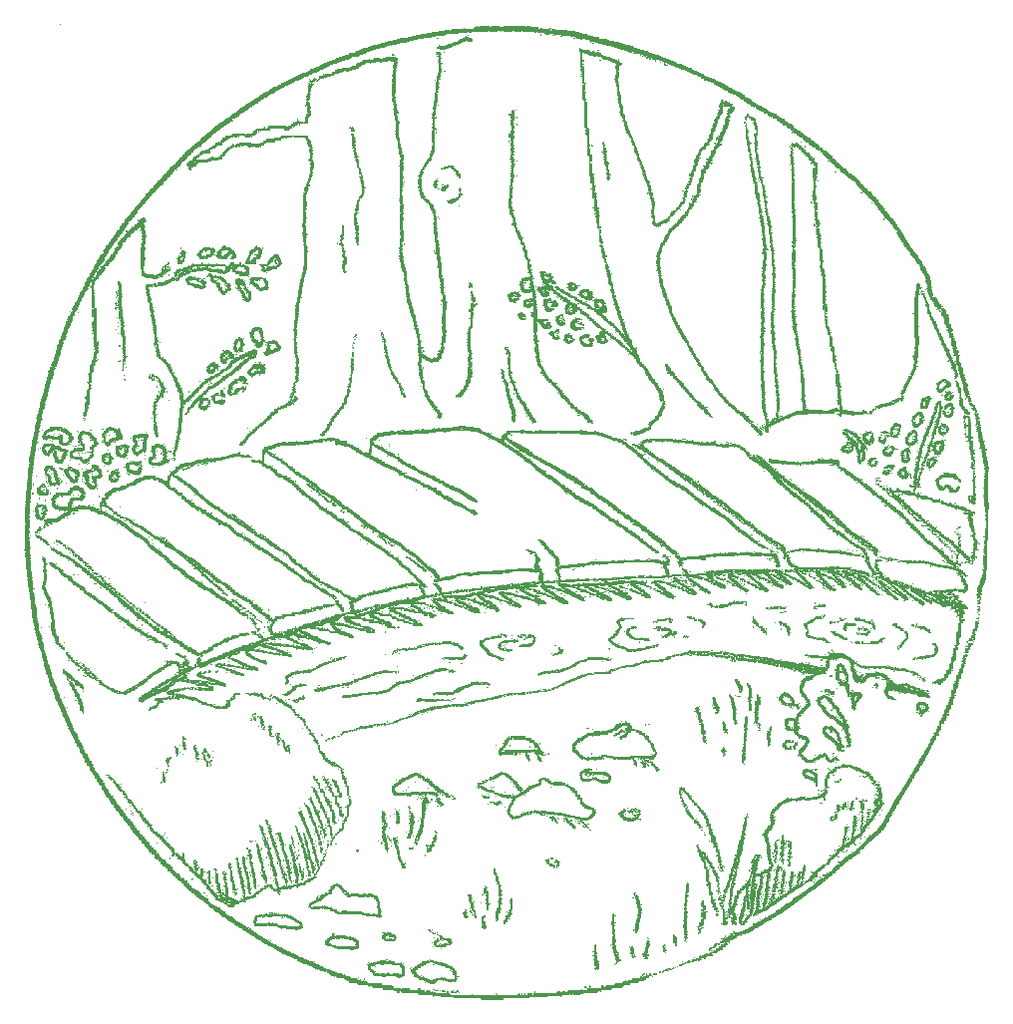
<source format=gbr>
%TF.GenerationSoftware,Altium Limited,Altium Designer,21.6.4 (81)*%
G04 Layer_Color=32896*
%FSLAX45Y45*%
%MOMM*%
%TF.SameCoordinates,213DF370-AA75-4346-93E6-04E6A5F56B15*%
%TF.FilePolarity,Positive*%
%TF.FileFunction,Legend,Bot*%
%TF.Part,Single*%
G01*
G75*
G36*
X-3809675Y4164878D02*
X-3813176D01*
Y4161377D01*
X-3820176D01*
Y4164878D01*
Y4168378D01*
X-3809675D01*
Y4164878D01*
D02*
G37*
G36*
X177211Y4147376D02*
Y4143875D01*
X243718D01*
Y4140375D01*
Y4136875D01*
X247218D01*
Y4133375D01*
X264720D01*
Y4136875D01*
X268220D01*
Y4140375D01*
X271721D01*
Y4143875D01*
X275221D01*
Y4140375D01*
X278721D01*
Y4136875D01*
X282221D01*
Y4133375D01*
X341727D01*
Y4136875D01*
X352229D01*
Y4133375D01*
Y4129874D01*
Y4126374D01*
X345228D01*
Y4122873D01*
Y4119373D01*
X348728D01*
Y4115873D01*
X352229D01*
Y4119373D01*
X355729D01*
Y4122873D01*
Y4126374D01*
X387232D01*
Y4122873D01*
Y4119373D01*
X394232D01*
Y4115873D01*
X397733D01*
Y4119373D01*
X492242D01*
Y4115873D01*
X495742D01*
Y4112373D01*
X499243D01*
Y4108872D01*
X562249D01*
Y4105372D01*
X565749D01*
Y4101871D01*
X593752D01*
Y4098371D01*
X597252D01*
Y4094871D01*
X600753D01*
Y4091370D01*
X611254D01*
Y4094871D01*
X618254D01*
Y4091370D01*
X621755D01*
Y4087870D01*
X625255D01*
Y4084370D01*
X663759D01*
Y4080869D01*
Y4077369D01*
X670759D01*
Y4073869D01*
X674260D01*
Y4077369D01*
X688261D01*
Y4073869D01*
Y4070368D01*
X691761D01*
Y4066868D01*
X712763D01*
Y4063368D01*
X716263D01*
Y4059867D01*
X765268D01*
Y4056367D01*
Y4052867D01*
Y4049367D01*
Y4045866D01*
Y4042366D01*
X831775D01*
Y4038865D01*
Y4035365D01*
X845776D01*
Y4031865D01*
X849277D01*
Y4028365D01*
X852777D01*
Y4024864D01*
X891281D01*
Y4021364D01*
Y4017863D01*
X929784D01*
Y4014363D01*
X933285D01*
Y4010863D01*
X936785D01*
Y4007362D01*
X947286D01*
Y4010863D01*
X954287D01*
Y4007362D01*
X957787D01*
Y4003862D01*
X961288D01*
Y4000362D01*
X982290D01*
Y3996861D01*
X985790D01*
Y3993361D01*
X989290D01*
Y3989861D01*
X992790D01*
Y3993361D01*
X1024294D01*
Y3989861D01*
Y3986360D01*
X1027794D01*
Y3982860D01*
X1048796D01*
Y3979360D01*
X1052297D01*
Y3975859D01*
X1055797D01*
Y3972359D01*
X1059297D01*
Y3968858D01*
X1062797D01*
Y3965358D01*
X1073298D01*
Y3968858D01*
X1080299D01*
Y3965358D01*
X1083799D01*
Y3961858D01*
X1087300D01*
Y3958358D01*
X1108302D01*
Y3954857D01*
X1111802D01*
Y3951357D01*
X1115302D01*
Y3947856D01*
X1118803D01*
Y3951357D01*
X1139805D01*
Y3947856D01*
X1143305D01*
Y3944356D01*
X1146805D01*
Y3940856D01*
X1174808D01*
Y3937356D01*
X1178309D01*
Y3933855D01*
X1181809D01*
Y3930355D01*
X1185309D01*
Y3926854D01*
X1188810D01*
Y3923354D01*
X1199311D01*
Y3926854D01*
X1206311D01*
Y3923354D01*
X1209812D01*
Y3919854D01*
X1213312D01*
Y3916353D01*
X1234314D01*
Y3912853D01*
X1237814D01*
Y3909353D01*
X1241315D01*
Y3905852D01*
X1244815D01*
Y3909353D01*
X1265817D01*
Y3905852D01*
X1269318D01*
Y3902352D01*
X1272818D01*
Y3898852D01*
X1286819D01*
Y3895351D01*
Y3891851D01*
X1300820D01*
Y3888351D01*
X1304321D01*
Y3884850D01*
X1307821D01*
Y3881350D01*
X1318322D01*
Y3884850D01*
X1321823D01*
Y3881350D01*
X1328823D01*
Y3877850D01*
Y3874349D01*
X1353325D01*
Y3870849D01*
Y3867349D01*
X1367327D01*
Y3863848D01*
X1370827D01*
Y3860348D01*
Y3856848D01*
X1395330D01*
Y3853347D01*
Y3849847D01*
X1409331D01*
Y3846347D01*
X1412831D01*
Y3842847D01*
X1416332D01*
Y3839346D01*
X1426833D01*
Y3835846D01*
X1430333D01*
Y3832346D01*
X1461836D01*
Y3828845D01*
Y3825345D01*
X1475838D01*
Y3821844D01*
X1479338D01*
Y3818344D01*
X1482838D01*
Y3814844D01*
X1496840D01*
Y3811343D01*
Y3807843D01*
X1510841D01*
Y3804343D01*
X1514341D01*
Y3800842D01*
X1517842D01*
Y3797342D01*
X1535343D01*
Y3800842D01*
X1542344D01*
Y3797342D01*
X1545844D01*
Y3793842D01*
Y3790341D01*
Y3786841D01*
Y3783340D01*
X1566846D01*
Y3779840D01*
X1570347D01*
Y3776340D01*
X1573847D01*
Y3772840D01*
X1594849D01*
Y3769339D01*
X1598349D01*
Y3765839D01*
X1601850D01*
Y3762339D01*
X1605350D01*
Y3758838D01*
X1608850D01*
Y3755338D01*
X1619351D01*
Y3758838D01*
X1626352D01*
Y3755338D01*
X1629852D01*
Y3751838D01*
X1633353D01*
Y3748337D01*
X1654355D01*
Y3744837D01*
Y3741337D01*
Y3737836D01*
Y3734336D01*
X1657855D01*
Y3730835D01*
X1671856D01*
Y3727335D01*
Y3723835D01*
X1696359D01*
Y3720334D01*
Y3716834D01*
X1699859D01*
Y3713334D01*
X1710360D01*
Y3716834D01*
X1717361D01*
Y3713334D01*
X1720861D01*
Y3709833D01*
X1724361D01*
Y3706333D01*
X1738363D01*
Y3702833D01*
X1741863D01*
Y3699332D01*
X1752364D01*
Y3695832D01*
X1755865D01*
Y3692332D01*
X1759365D01*
Y3688831D01*
X1773366D01*
Y3685331D01*
Y3681831D01*
X1797869D01*
Y3678330D01*
Y3674830D01*
X1801369D01*
Y3671330D01*
X1804869D01*
Y3667829D01*
X1808370D01*
Y3664329D01*
X1822371D01*
Y3660829D01*
X1825871D01*
Y3657328D01*
X1836373D01*
Y3653828D01*
X1839873D01*
Y3650328D01*
X1843373D01*
Y3646828D01*
X1846873D01*
Y3643327D01*
X1850374D01*
Y3639827D01*
X1864375D01*
Y3636326D01*
Y3632826D01*
X1867875D01*
Y3629326D01*
X1878377D01*
Y3632826D01*
X1885377D01*
Y3629326D01*
X1888878D01*
Y3625825D01*
X1892378D01*
Y3622325D01*
X1895878D01*
Y3618825D01*
X1899379D01*
Y3615324D01*
X1913380D01*
Y3611824D01*
X1916880D01*
Y3608324D01*
Y3604823D01*
X1930882D01*
Y3601323D01*
X1934382D01*
Y3597823D01*
X1955384D01*
Y3594322D01*
X1958884D01*
Y3590822D01*
X1962384D01*
Y3587322D01*
X1965885D01*
Y3583821D01*
X1969385D01*
Y3580321D01*
X1983387D01*
Y3576821D01*
Y3573320D01*
X1997388D01*
Y3569820D01*
X2000888D01*
Y3566320D01*
Y3562819D01*
Y3559319D01*
Y3555819D01*
X2004389D01*
Y3552318D01*
X2007889D01*
Y3548818D01*
X2011389D01*
Y3545318D01*
X2021891D01*
Y3548818D01*
X2028891D01*
Y3545318D01*
X2032391D01*
Y3541817D01*
X2035892D01*
Y3538317D01*
X2049893D01*
Y3534816D01*
Y3531316D01*
X2056894D01*
Y3527816D01*
X2060394D01*
Y3524316D01*
Y3520815D01*
Y3517315D01*
Y3513814D01*
X2074396D01*
Y3510314D01*
Y3506814D01*
X2077896D01*
Y3503313D01*
X2084897D01*
Y3506814D01*
X2088397D01*
Y3503313D01*
X2091897D01*
Y3499813D01*
X2095398D01*
Y3496313D01*
X2098898D01*
Y3492812D01*
X2102398D01*
Y3489312D01*
X2105899D01*
Y3485812D01*
X2109399D01*
Y3482311D01*
X2112900D01*
Y3478811D01*
X2140902D01*
Y3475311D01*
X2144402D01*
Y3471810D01*
X2147902D01*
Y3468310D01*
X2151403D01*
Y3464810D01*
X2154903D01*
Y3461309D01*
X2168905D01*
Y3457809D01*
Y3454309D01*
X2182906D01*
Y3450808D01*
X2186406D01*
Y3447308D01*
X2189906D01*
Y3443807D01*
X2193407D01*
Y3440307D01*
X2196907D01*
Y3436807D01*
X2200408D01*
Y3433307D01*
X2203908D01*
Y3429806D01*
X2217909D01*
Y3426306D01*
Y3422806D01*
X2221410D01*
Y3419306D01*
X2231911D01*
Y3422806D01*
X2238911D01*
Y3419306D01*
X2242412D01*
Y3415805D01*
X2245912D01*
Y3412305D01*
X2249413D01*
Y3408804D01*
X2252913D01*
Y3405304D01*
X2266914D01*
Y3401804D01*
X2270415D01*
Y3398303D01*
Y3394803D01*
X2284416D01*
Y3391303D01*
X2287916D01*
Y3387802D01*
X2291417D01*
Y3384302D01*
X2294917D01*
Y3380802D01*
X2298417D01*
Y3377301D01*
X2301918D01*
Y3380802D01*
X2305418D01*
Y3377301D01*
X2308918D01*
Y3373801D01*
X2312419D01*
Y3370301D01*
X2315919D01*
Y3366800D01*
X2319419D01*
Y3363300D01*
X2333421D01*
Y3359799D01*
X2336921D01*
Y3356299D01*
X2340421D01*
Y3352799D01*
X2343922D01*
Y3349298D01*
Y3345798D01*
X2357923D01*
Y3342298D01*
X2361423D01*
Y3338797D01*
X2364924D01*
Y3335297D01*
X2368424D01*
Y3331797D01*
X2371924D01*
Y3328297D01*
X2385926D01*
Y3324796D01*
Y3321296D01*
X2399927D01*
Y3317795D01*
X2403428D01*
Y3314295D01*
Y3310795D01*
Y3307294D01*
Y3303794D01*
X2410428D01*
Y3300294D01*
Y3296793D01*
X2413928D01*
Y3293293D01*
X2420929D01*
Y3289793D01*
Y3286292D01*
X2434931D01*
Y3282792D01*
X2438431D01*
Y3279292D01*
X2441931D01*
Y3275792D01*
X2445431D01*
Y3272291D01*
X2448932D01*
Y3268791D01*
X2452432D01*
Y3265290D01*
X2455933D01*
Y3261790D01*
X2469934D01*
Y3258290D01*
Y3254789D01*
X2473434D01*
Y3251289D01*
X2480435D01*
Y3254789D01*
X2483935D01*
Y3251289D01*
X2487436D01*
Y3247789D01*
X2490936D01*
Y3244288D01*
X2494436D01*
Y3240788D01*
X2497937D01*
Y3237288D01*
X2501437D01*
Y3233787D01*
X2504937D01*
Y3230287D01*
X2508438D01*
Y3226787D01*
X2511938D01*
Y3223286D01*
Y3219786D01*
X2525940D01*
Y3216286D01*
X2529440D01*
Y3212785D01*
X2532940D01*
Y3209285D01*
X2536440D01*
Y3205785D01*
X2539941D01*
Y3202284D01*
X2553942D01*
Y3198784D01*
Y3195284D01*
X2560943D01*
Y3191783D01*
Y3188283D01*
X2564443D01*
Y3184783D01*
X2571443D01*
Y3181282D01*
Y3177782D01*
X2585445D01*
Y3174281D01*
X2588945D01*
Y3170781D01*
Y3167281D01*
Y3163781D01*
Y3160280D01*
X2602947D01*
Y3156780D01*
X2606447D01*
Y3153279D01*
X2620449D01*
Y3149779D01*
Y3146279D01*
X2623949D01*
Y3142779D01*
X2630950D01*
Y3139278D01*
Y3135778D01*
Y3132277D01*
Y3128777D01*
X2634450D01*
Y3125277D01*
X2637950D01*
Y3128777D01*
X2641450D01*
Y3125277D01*
X2644951D01*
Y3121776D01*
X2648451D01*
Y3118276D01*
X2662452D01*
Y3114776D01*
Y3111275D01*
Y3107775D01*
Y3104275D01*
X2665953D01*
Y3100774D01*
X2669453D01*
Y3097274D01*
X2672954D01*
Y3093774D01*
X2693955D01*
Y3090273D01*
X2697456D01*
Y3086773D01*
Y3083272D01*
Y3079772D01*
Y3076272D01*
X2711457D01*
Y3072772D01*
X2714958D01*
Y3069271D01*
Y3065771D01*
Y3062270D01*
Y3058770D01*
X2728959D01*
Y3055270D01*
X2732459D01*
Y3051770D01*
X2739460D01*
Y3055270D01*
Y3058770D01*
X2746461D01*
Y3055270D01*
X2749961D01*
Y3051770D01*
X2746461D01*
Y3048269D01*
Y3044769D01*
Y3041268D01*
Y3037768D01*
Y3034268D01*
Y3030767D01*
Y3027267D01*
X2760462D01*
Y3023767D01*
X2763962D01*
Y3020267D01*
X2767463D01*
Y3016766D01*
X2770963D01*
Y3013266D01*
X2774463D01*
Y3009766D01*
X2777964D01*
Y3006265D01*
X2781464D01*
Y3002765D01*
Y2999265D01*
Y2995764D01*
Y2992264D01*
X2795465D01*
Y2988763D01*
X2798966D01*
Y2985263D01*
X2802466D01*
Y2981763D01*
X2805966D01*
Y2978263D01*
X2809467D01*
Y2974762D01*
X2812967D01*
Y2971262D01*
X2816468D01*
Y2967762D01*
X2819968D01*
Y2964261D01*
X2823468D01*
Y2960761D01*
X2826968D01*
Y2957261D01*
X2830469D01*
Y2953760D01*
X2833969D01*
Y2950260D01*
X2837469D01*
Y2946759D01*
X2840970D01*
Y2943259D01*
X2854971D01*
Y2939759D01*
X2858472D01*
Y2936258D01*
Y2932758D01*
X2865472D01*
Y2929258D01*
Y2925757D01*
X2872473D01*
Y2922257D01*
Y2918757D01*
X2879474D01*
Y2915257D01*
X2882974D01*
Y2911756D01*
Y2908256D01*
Y2904755D01*
Y2901255D01*
X2896975D01*
Y2897755D01*
X2900476D01*
Y2894254D01*
Y2890754D01*
X2914477D01*
Y2887254D01*
X2917977D01*
Y2883753D01*
X2931979D01*
Y2880253D01*
Y2876753D01*
X2935479D01*
Y2873252D01*
X2938979D01*
Y2869752D01*
X2942480D01*
Y2866252D01*
X2945980D01*
Y2862751D01*
X2949481D01*
Y2859251D01*
X2952981D01*
Y2855750D01*
X2956481D01*
Y2852250D01*
X2959982D01*
Y2848750D01*
X2963481D01*
Y2845249D01*
X2966982D01*
Y2841749D01*
X2970482D01*
Y2838249D01*
X2973983D01*
Y2834748D01*
X2977483D01*
Y2831248D01*
X2980983D01*
Y2827748D01*
X2984483D01*
Y2824248D01*
X2980983D01*
Y2820747D01*
X2984483D01*
Y2817247D01*
X2987984D01*
Y2813747D01*
X2991484D01*
Y2810246D01*
X2994985D01*
Y2806746D01*
X3008986D01*
Y2803246D01*
Y2799745D01*
Y2796245D01*
Y2792744D01*
X3012486D01*
Y2789244D01*
X3015987D01*
Y2785744D01*
X3019487D01*
Y2782244D01*
X3022987D01*
Y2778743D01*
X3026488D01*
Y2775243D01*
X3040489D01*
Y2771743D01*
Y2768242D01*
Y2764742D01*
Y2761241D01*
X3043990D01*
Y2757741D01*
X3047490D01*
Y2754241D01*
X3050990D01*
Y2750740D01*
X3054490D01*
Y2747240D01*
X3061491D01*
Y2750740D01*
X3071992D01*
Y2747240D01*
X3075492D01*
Y2743740D01*
Y2740239D01*
Y2736739D01*
Y2733239D01*
X3082493D01*
Y2729739D01*
Y2726238D01*
Y2722738D01*
Y2719237D01*
X3085994D01*
Y2715737D01*
X3089494D01*
Y2712237D01*
X3092994D01*
Y2708736D01*
X3096495D01*
Y2705236D01*
X3099995D01*
Y2708736D01*
X3103495D01*
Y2705236D01*
X3106996D01*
Y2701736D01*
X3110496D01*
Y2698235D01*
X3117497D01*
Y2694735D01*
Y2691235D01*
Y2687734D01*
Y2684234D01*
X3120997D01*
Y2680734D01*
X3134999D01*
Y2677233D01*
Y2673733D01*
Y2670232D01*
Y2666732D01*
Y2663232D01*
Y2659732D01*
Y2656231D01*
X3141999D01*
Y2652731D01*
Y2649230D01*
X3149000D01*
Y2645730D01*
Y2642230D01*
X3152500D01*
Y2638730D01*
X3159501D01*
Y2635229D01*
Y2631729D01*
X3166501D01*
Y2628229D01*
Y2624728D01*
X3173502D01*
Y2621228D01*
X3177003D01*
Y2617727D01*
Y2614227D01*
Y2610727D01*
Y2607226D01*
X3191004D01*
Y2603726D01*
Y2600226D01*
Y2596726D01*
X3184003D01*
Y2593225D01*
Y2589725D01*
X3191004D01*
Y2586225D01*
X3194504D01*
Y2582724D01*
X3198004D01*
Y2579224D01*
X3201505D01*
Y2575723D01*
X3205005D01*
Y2572223D01*
X3208505D01*
Y2568723D01*
X3212006D01*
Y2565222D01*
X3215506D01*
Y2561722D01*
X3219006D01*
Y2558222D01*
X3222507D01*
Y2554722D01*
X3226007D01*
Y2551221D01*
Y2547721D01*
Y2544220D01*
Y2540720D01*
X3229508D01*
Y2537220D01*
X3233008D01*
Y2533720D01*
X3236508D01*
Y2530219D01*
X3240009D01*
Y2526719D01*
X3243509D01*
Y2523218D01*
X3257510D01*
Y2519718D01*
X3261010D01*
Y2516218D01*
Y2512717D01*
Y2509217D01*
Y2505717D01*
X3264511D01*
Y2502216D01*
X3268011D01*
Y2498716D01*
X3271512D01*
Y2495216D01*
X3275012D01*
Y2491715D01*
Y2488215D01*
Y2484714D01*
X3278512D01*
Y2481214D01*
X3282013D01*
Y2477714D01*
X3285513D01*
Y2474213D01*
X3289013D01*
Y2470713D01*
X3292514D01*
Y2467213D01*
Y2463713D01*
Y2460212D01*
Y2456712D01*
Y2453212D01*
Y2449711D01*
X3296014D01*
Y2446211D01*
X3310015D01*
Y2442711D01*
Y2439210D01*
Y2435710D01*
Y2432209D01*
X3313516D01*
Y2428709D01*
X3317016D01*
Y2425209D01*
X3320517D01*
Y2421708D01*
X3324017D01*
Y2418208D01*
X3327517D01*
Y2414708D01*
Y2411208D01*
Y2407707D01*
X3331017D01*
Y2404207D01*
X3334518D01*
Y2400706D01*
X3338018D01*
Y2397206D01*
X3341518D01*
Y2393706D01*
X3345019D01*
Y2390206D01*
Y2386705D01*
Y2383205D01*
Y2379704D01*
X3352019D01*
Y2376204D01*
Y2372704D01*
Y2369204D01*
Y2365703D01*
X3355520D01*
Y2362203D01*
X3359020D01*
Y2358702D01*
Y2355202D01*
Y2351702D01*
Y2348202D01*
X3362521D01*
Y2344701D01*
X3369521D01*
Y2341201D01*
Y2337700D01*
X3376522D01*
Y2334200D01*
Y2330700D01*
Y2327199D01*
Y2323699D01*
X3380022D01*
Y2320199D01*
X3383522D01*
Y2316698D01*
X3387023D01*
Y2313198D01*
X3390523D01*
Y2309698D01*
X3394023D01*
Y2306197D01*
Y2302697D01*
Y2299197D01*
Y2295696D01*
X3401024D01*
Y2292196D01*
Y2288695D01*
Y2285195D01*
Y2281695D01*
X3404524D01*
Y2278195D01*
X3408025D01*
Y2274694D01*
X3411525D01*
Y2271194D01*
X3415025D01*
Y2267694D01*
X3418526D01*
Y2264193D01*
X3422026D01*
Y2260693D01*
X3429027D01*
Y2257193D01*
Y2253692D01*
Y2250192D01*
Y2246691D01*
X3432527D01*
Y2243191D01*
X3436027D01*
Y2239691D01*
X3439528D01*
Y2236190D01*
X3443028D01*
Y2232690D01*
X3446529D01*
Y2229190D01*
X3450029D01*
Y2225689D01*
X3453529D01*
Y2222189D01*
X3457030D01*
Y2218689D01*
X3460530D01*
Y2215188D01*
Y2211688D01*
Y2208188D01*
Y2204687D01*
X3467531D01*
Y2201187D01*
X3471031D01*
Y2197686D01*
Y2194186D01*
Y2190686D01*
Y2187186D01*
X3474531D01*
Y2183685D01*
X3478032D01*
Y2180185D01*
Y2176685D01*
Y2173185D01*
Y2169684D01*
X3492033D01*
Y2166184D01*
X3495533D01*
Y2162683D01*
X3499034D01*
Y2159183D01*
X3502534D01*
Y2155683D01*
Y2152182D01*
Y2148682D01*
Y2145182D01*
Y2141682D01*
Y2138181D01*
X3506034D01*
Y2134681D01*
X3513035D01*
Y2131180D01*
Y2127680D01*
Y2124180D01*
Y2120680D01*
X3516536D01*
Y2117179D01*
X3520036D01*
Y2113679D01*
X3523536D01*
Y2110178D01*
X3527036D01*
Y2106678D01*
X3530537D01*
Y2103178D01*
X3534037D01*
Y2099677D01*
X3537538D01*
Y2096177D01*
Y2092677D01*
Y2089176D01*
Y2085676D01*
Y2082176D01*
Y2078675D01*
X3541038D01*
Y2075175D01*
X3544538D01*
Y2071675D01*
Y2068174D01*
Y2064674D01*
Y2061173D01*
X3551539D01*
Y2057673D01*
X3555039D01*
Y2054173D01*
Y2050673D01*
Y2047172D01*
Y2043672D01*
X3562040D01*
Y2040171D01*
Y2036671D01*
Y2033171D01*
Y2029671D01*
X3565540D01*
Y2026170D01*
X3569041D01*
Y2022670D01*
X3572541D01*
Y2019169D01*
Y2015669D01*
X3569041D01*
Y2012169D01*
Y2008668D01*
Y2005168D01*
X3572541D01*
Y2001668D01*
X3576041D01*
Y1998167D01*
X3579541D01*
Y1994667D01*
Y1991167D01*
Y1987666D01*
Y1984166D01*
Y1980666D01*
Y1977165D01*
Y1973665D01*
Y1970165D01*
Y1966664D01*
Y1963164D01*
Y1959664D01*
Y1956163D01*
Y1952663D01*
Y1949163D01*
Y1945662D01*
Y1942162D01*
Y1938662D01*
Y1935161D01*
X3586542D01*
Y1931661D01*
Y1928160D01*
X3583042D01*
Y1924660D01*
X3579541D01*
Y1921160D01*
Y1917660D01*
X3586542D01*
Y1914159D01*
Y1910659D01*
Y1907159D01*
Y1903658D01*
Y1900158D01*
Y1896658D01*
Y1893157D01*
X3593543D01*
Y1889657D01*
X3597043D01*
Y1886157D01*
Y1882656D01*
Y1879156D01*
Y1875655D01*
Y1872155D01*
Y1868655D01*
Y1865155D01*
Y1861654D01*
X3593543D01*
Y1858154D01*
X3586542D01*
Y1854653D01*
Y1851153D01*
X3604044D01*
Y1854653D01*
Y1858154D01*
X3611044D01*
Y1854653D01*
X3614545D01*
Y1851153D01*
X3618045D01*
Y1847653D01*
X3621545D01*
Y1844153D01*
X3625046D01*
Y1840652D01*
X3628546D01*
Y1837152D01*
X3632046D01*
Y1833651D01*
X3635547D01*
Y1830151D01*
X3639047D01*
Y1826651D01*
Y1823150D01*
Y1819650D01*
X3635547D01*
Y1816150D01*
X3639047D01*
Y1812649D01*
Y1809149D01*
X3642548D01*
Y1805649D01*
X3646048D01*
Y1802148D01*
Y1798648D01*
Y1795148D01*
Y1791647D01*
X3670550D01*
Y1788147D01*
Y1784646D01*
Y1781146D01*
Y1777646D01*
X3674051D01*
Y1774146D01*
X3681051D01*
Y1770645D01*
X3677551D01*
Y1767145D01*
X3663550D01*
Y1763645D01*
Y1760145D01*
Y1756644D01*
X3688052D01*
Y1753144D01*
X3691552D01*
Y1749643D01*
X3695053D01*
Y1746143D01*
X3698553D01*
Y1742643D01*
X3702053D01*
Y1739142D01*
X3705554D01*
Y1735642D01*
Y1732142D01*
Y1728641D01*
Y1725141D01*
X3712554D01*
Y1721641D01*
Y1718140D01*
Y1714640D01*
Y1711140D01*
X3716055D01*
Y1707639D01*
X3719555D01*
Y1704139D01*
X3723055D01*
Y1700639D01*
X3726556D01*
Y1697138D01*
X3730056D01*
Y1693638D01*
X3726556D01*
Y1690138D01*
X3723055D01*
Y1686637D01*
Y1683137D01*
X3726556D01*
Y1679636D01*
X3730056D01*
Y1676136D01*
Y1672636D01*
Y1669136D01*
Y1665635D01*
Y1662135D01*
Y1658634D01*
X3733557D01*
Y1655134D01*
X3737057D01*
Y1651634D01*
X3740557D01*
Y1648133D01*
X3737057D01*
Y1644633D01*
Y1641133D01*
Y1637632D01*
Y1634132D01*
Y1630632D01*
Y1627131D01*
X3740557D01*
Y1623631D01*
X3744058D01*
Y1620131D01*
X3747558D01*
Y1616630D01*
Y1613130D01*
Y1609630D01*
Y1606129D01*
Y1602629D01*
Y1599129D01*
Y1595628D01*
Y1592128D01*
X3751058D01*
Y1588628D01*
X3754559D01*
Y1585127D01*
X3758059D01*
Y1581627D01*
X3761559D01*
Y1578127D01*
X3765060D01*
Y1574626D01*
Y1571126D01*
Y1567626D01*
Y1564126D01*
Y1560625D01*
X3761559D01*
Y1557125D01*
X3758059D01*
Y1553624D01*
X3754559D01*
Y1550124D01*
X3758059D01*
Y1546624D01*
X3772060D01*
Y1543123D01*
Y1539623D01*
Y1536123D01*
Y1532622D01*
Y1529122D01*
Y1525622D01*
X3775560D01*
Y1522121D01*
X3779061D01*
Y1518621D01*
Y1515121D01*
X3775560D01*
Y1511620D01*
X3772060D01*
Y1508120D01*
X3775560D01*
Y1504620D01*
X3779061D01*
Y1501119D01*
X3782561D01*
Y1497619D01*
Y1494119D01*
X3779061D01*
Y1490618D01*
Y1487118D01*
Y1483618D01*
X3782561D01*
Y1480117D01*
X3789562D01*
Y1476617D01*
Y1473117D01*
Y1469616D01*
Y1466116D01*
X3793062D01*
Y1462615D01*
X3796562D01*
Y1459115D01*
Y1455615D01*
Y1452114D01*
Y1448614D01*
Y1445114D01*
Y1441613D01*
Y1438113D01*
Y1434613D01*
Y1431112D01*
Y1427612D01*
Y1424112D01*
X3803563D01*
Y1420611D01*
X3807064D01*
Y1417111D01*
X3803563D01*
Y1413611D01*
X3796562D01*
Y1410110D01*
Y1406610D01*
X3800063D01*
Y1403110D01*
X3807064D01*
Y1399609D01*
Y1396109D01*
X3814064D01*
Y1392609D01*
X3817564D01*
Y1389108D01*
X3821065D01*
Y1385608D01*
Y1382108D01*
Y1378607D01*
X3814064D01*
Y1375107D01*
Y1371606D01*
Y1368106D01*
Y1364606D01*
X3821065D01*
Y1361105D01*
Y1357605D01*
X3824565D01*
Y1354105D01*
X3821065D01*
Y1350605D01*
Y1347104D01*
Y1343604D01*
Y1340104D01*
Y1336603D01*
Y1333103D01*
Y1329603D01*
Y1326102D01*
Y1322602D01*
Y1319102D01*
Y1315601D01*
Y1312101D01*
Y1308601D01*
Y1305100D01*
Y1301600D01*
Y1298100D01*
X3828065D01*
Y1294599D01*
X3831566D01*
Y1291099D01*
Y1287599D01*
Y1284098D01*
Y1280598D01*
X3838567D01*
Y1277098D01*
Y1273597D01*
Y1270097D01*
X3831566D01*
Y1266596D01*
Y1263096D01*
X3835066D01*
Y1259596D01*
X3838567D01*
Y1256096D01*
X3842067D01*
Y1252595D01*
X3849067D01*
Y1249095D01*
Y1245594D01*
Y1242094D01*
Y1238594D01*
Y1235093D01*
Y1231593D01*
Y1228093D01*
Y1224592D01*
Y1221092D01*
X3852568D01*
Y1217592D01*
X3856068D01*
Y1214091D01*
Y1210591D01*
Y1207091D01*
Y1203590D01*
Y1200090D01*
Y1196590D01*
X3863069D01*
Y1193089D01*
Y1189589D01*
X3866569D01*
Y1186089D01*
X3863069D01*
Y1182588D01*
Y1179088D01*
Y1175587D01*
Y1172087D01*
X3870070D01*
Y1168587D01*
X3873570D01*
Y1165087D01*
Y1161586D01*
Y1158086D01*
Y1154585D01*
X3880571D01*
Y1151085D01*
Y1147585D01*
Y1144085D01*
X3873570D01*
Y1147585D01*
Y1151085D01*
Y1154585D01*
X3866569D01*
Y1151085D01*
X3863069D01*
Y1147585D01*
X3866569D01*
Y1144085D01*
X3873570D01*
Y1140584D01*
Y1137084D01*
Y1133584D01*
Y1130083D01*
X3877070D01*
Y1126583D01*
X3880571D01*
Y1123083D01*
X3884071D01*
Y1119582D01*
X3887571D01*
Y1116082D01*
X3891072D01*
Y1112582D01*
Y1109081D01*
Y1105581D01*
Y1102081D01*
Y1098580D01*
Y1095080D01*
Y1091579D01*
Y1088079D01*
X3887571D01*
Y1084579D01*
X3891072D01*
Y1081078D01*
Y1077578D01*
X3898072D01*
Y1074078D01*
Y1070577D01*
X3891072D01*
Y1067077D01*
Y1063577D01*
Y1060077D01*
X3898072D01*
Y1056576D01*
X3901573D01*
Y1053076D01*
X3905073D01*
Y1049575D01*
Y1046075D01*
X3901573D01*
Y1042575D01*
X3898072D01*
Y1039074D01*
Y1035574D01*
X3905073D01*
Y1032074D01*
X3908573D01*
Y1028573D01*
Y1025073D01*
X3905073D01*
Y1021573D01*
X3901573D01*
Y1018072D01*
X3898072D01*
Y1014572D01*
Y1011072D01*
X3912074D01*
Y1007572D01*
X3915574D01*
Y1004071D01*
Y1000571D01*
Y997070D01*
Y993570D01*
X3922575D01*
Y990070D01*
Y986569D01*
Y983069D01*
Y979569D01*
Y976068D01*
Y972568D01*
X3926075D01*
Y969068D01*
X3929576D01*
Y965567D01*
X3933076D01*
Y962067D01*
X3915574D01*
Y958567D01*
Y955066D01*
Y951566D01*
X3929576D01*
Y948065D01*
X3933076D01*
Y944565D01*
X3936576D01*
Y941065D01*
X3940076D01*
Y937565D01*
Y934064D01*
X3947077D01*
Y937565D01*
Y941065D01*
X3950578D01*
Y944565D01*
X3954078D01*
Y941065D01*
X3957578D01*
Y937565D01*
Y934064D01*
Y930564D01*
X3954078D01*
Y927064D01*
X3950578D01*
Y923563D01*
X3947077D01*
Y920063D01*
X3950578D01*
Y916563D01*
X3957578D01*
Y913062D01*
Y909562D01*
X3964579D01*
Y906061D01*
Y902561D01*
Y899061D01*
Y895561D01*
X3971580D01*
Y892060D01*
X3975080D01*
Y888560D01*
X3971580D01*
Y885059D01*
X3968079D01*
Y881559D01*
X3964579D01*
Y878059D01*
X3968079D01*
Y874559D01*
X3971580D01*
Y871058D01*
X3975080D01*
Y867558D01*
X3982081D01*
Y864057D01*
X3985581D01*
Y860557D01*
X3989081D01*
Y857057D01*
Y853556D01*
Y850056D01*
X3982081D01*
Y846556D01*
Y843055D01*
Y839555D01*
Y836055D01*
X3985581D01*
Y832554D01*
X3989081D01*
Y829054D01*
X3992582D01*
Y825554D01*
X3999582D01*
Y822053D01*
Y818553D01*
X3992582D01*
Y815052D01*
X3989081D01*
Y811552D01*
X3985581D01*
Y808052D01*
X3982081D01*
Y804552D01*
Y801051D01*
X3989081D01*
Y804552D01*
X3992582D01*
Y808052D01*
X3999582D01*
Y804552D01*
Y801051D01*
Y797551D01*
Y794050D01*
Y790550D01*
Y787050D01*
Y783550D01*
Y780049D01*
Y776549D01*
Y773048D01*
Y769548D01*
X4003083D01*
Y766048D01*
X4006583D01*
Y762547D01*
Y759047D01*
X3999582D01*
Y755547D01*
Y752047D01*
X4003083D01*
Y748546D01*
X4006583D01*
Y745046D01*
Y741545D01*
Y738045D01*
Y734545D01*
Y731045D01*
Y727544D01*
Y724044D01*
Y720543D01*
Y717043D01*
Y713543D01*
Y710043D01*
X4010083D01*
Y706542D01*
X4017084D01*
Y703042D01*
Y699542D01*
Y696041D01*
Y692541D01*
Y689041D01*
Y685540D01*
X4013584D01*
Y682040D01*
X4017084D01*
Y678539D01*
Y675039D01*
X4024085D01*
Y671539D01*
Y668038D01*
X4020584D01*
Y664538D01*
X4017084D01*
Y661038D01*
Y657537D01*
X4024085D01*
Y654037D01*
Y650537D01*
Y647037D01*
Y643536D01*
Y640036D01*
Y636535D01*
Y633035D01*
X4041586D01*
Y629535D01*
Y626034D01*
X4038086D01*
Y622534D01*
X4031085D01*
Y619034D01*
Y615533D01*
Y612033D01*
Y608533D01*
Y605032D01*
Y601532D01*
X4034586D01*
Y598032D01*
X4041586D01*
Y594531D01*
Y591031D01*
Y587530D01*
Y584030D01*
Y580530D01*
Y577029D01*
Y573529D01*
Y570029D01*
Y566528D01*
X4055588D01*
Y563028D01*
X4059088D01*
Y559528D01*
Y556028D01*
Y552527D01*
X4055588D01*
Y549027D01*
X4041586D01*
Y545526D01*
Y542026D01*
X4045086D01*
Y538526D01*
X4048587D01*
Y535025D01*
Y531525D01*
Y528025D01*
Y524524D01*
Y521024D01*
Y517524D01*
Y514024D01*
Y510523D01*
Y507023D01*
Y503523D01*
Y500022D01*
X4052087D01*
Y496522D01*
X4059088D01*
Y493021D01*
Y489521D01*
Y486021D01*
Y482520D01*
Y479020D01*
Y475520D01*
X4055588D01*
Y472019D01*
X4059088D01*
Y468519D01*
Y465019D01*
X4066089D01*
Y461519D01*
Y458018D01*
Y454518D01*
Y451017D01*
Y447517D01*
Y444017D01*
Y440516D01*
Y437016D01*
Y433516D01*
Y430015D01*
Y426515D01*
Y423015D01*
Y419514D01*
Y416014D01*
Y412514D01*
Y409013D01*
X4069589D01*
Y405513D01*
X4073089D01*
Y402012D01*
X4076590D01*
Y398512D01*
Y395012D01*
X4073089D01*
Y391512D01*
X4069589D01*
Y388011D01*
X4066089D01*
Y384511D01*
Y381010D01*
X4073089D01*
Y377510D01*
Y374010D01*
Y370510D01*
X4066089D01*
Y367009D01*
Y363509D01*
Y360009D01*
Y356508D01*
Y353008D01*
Y349507D01*
Y346007D01*
Y342507D01*
Y339006D01*
Y335506D01*
Y332006D01*
Y328505D01*
Y325005D01*
Y321505D01*
Y318004D01*
Y314504D01*
Y311004D01*
Y307503D01*
Y304003D01*
Y300503D01*
Y297002D01*
Y293502D01*
Y290002D01*
Y286502D01*
Y283001D01*
Y279501D01*
Y276000D01*
Y272500D01*
Y269000D01*
Y265500D01*
Y261999D01*
Y258499D01*
Y254998D01*
Y251498D01*
Y247998D01*
Y244497D01*
Y240997D01*
Y237497D01*
Y233996D01*
Y230496D01*
Y226996D01*
Y223495D01*
Y219995D01*
Y216494D01*
Y212994D01*
Y209494D01*
Y205993D01*
Y202493D01*
Y198993D01*
Y195493D01*
Y191992D01*
Y188492D01*
Y184992D01*
Y181491D01*
Y177991D01*
Y174491D01*
Y170990D01*
Y167490D01*
Y163989D01*
Y160489D01*
Y156989D01*
Y153488D01*
Y149988D01*
Y146488D01*
Y142988D01*
Y139487D01*
Y135987D01*
Y132486D01*
Y128986D01*
Y125486D01*
Y121985D01*
Y118485D01*
Y114985D01*
Y111484D01*
Y107984D01*
Y104484D01*
X4073089D01*
Y100984D01*
Y97483D01*
X4069589D01*
Y93983D01*
X4066089D01*
Y90482D01*
Y86982D01*
X4073089D01*
Y83482D01*
X4076590D01*
Y79982D01*
Y76481D01*
X4073089D01*
Y72981D01*
Y69480D01*
Y65980D01*
Y62480D01*
X4076590D01*
Y58979D01*
X4073089D01*
Y55479D01*
X4069589D01*
Y51979D01*
X4066089D01*
Y48478D01*
Y44978D01*
Y41478D01*
Y37977D01*
Y34477D01*
Y30977D01*
Y27476D01*
Y23976D01*
Y20475D01*
Y16975D01*
Y13475D01*
Y9975D01*
Y6474D01*
Y2974D01*
Y-526D01*
Y-4027D01*
Y-7527D01*
Y-11027D01*
Y-14528D01*
Y-18028D01*
Y-21529D01*
Y-25029D01*
Y-28529D01*
Y-32030D01*
Y-35530D01*
Y-39030D01*
Y-42531D01*
Y-46031D01*
Y-49531D01*
Y-53032D01*
Y-56532D01*
Y-60032D01*
Y-63533D01*
Y-67033D01*
Y-70534D01*
Y-74034D01*
Y-77534D01*
Y-81034D01*
Y-84535D01*
Y-88035D01*
Y-91535D01*
Y-95036D01*
Y-98536D01*
Y-102036D01*
Y-105536D01*
Y-109037D01*
Y-112537D01*
Y-116038D01*
Y-119538D01*
Y-123038D01*
Y-126538D01*
Y-130039D01*
Y-133539D01*
Y-137040D01*
Y-140540D01*
Y-144040D01*
Y-147540D01*
Y-151041D01*
Y-154541D01*
Y-158042D01*
Y-161542D01*
Y-165042D01*
Y-168543D01*
Y-172043D01*
Y-175543D01*
Y-179044D01*
Y-182544D01*
Y-186044D01*
Y-189545D01*
Y-193045D01*
Y-196545D01*
Y-200046D01*
Y-203546D01*
Y-207047D01*
Y-210547D01*
Y-214047D01*
X4062588D01*
Y-217547D01*
X4059088D01*
Y-221048D01*
X4055588D01*
Y-224548D01*
X4059088D01*
Y-228049D01*
Y-231549D01*
Y-235049D01*
Y-238549D01*
Y-242050D01*
Y-245550D01*
Y-249051D01*
Y-252551D01*
Y-256051D01*
Y-259552D01*
Y-263052D01*
Y-266552D01*
Y-270053D01*
Y-273553D01*
Y-277053D01*
Y-280554D01*
Y-284054D01*
Y-287554D01*
Y-291055D01*
Y-294555D01*
Y-298056D01*
Y-301556D01*
Y-305056D01*
Y-308556D01*
Y-312057D01*
Y-315557D01*
Y-319057D01*
Y-322558D01*
Y-326058D01*
Y-329558D01*
Y-333059D01*
Y-336559D01*
Y-340060D01*
Y-343560D01*
Y-347060D01*
Y-350560D01*
Y-354061D01*
Y-357561D01*
Y-361061D01*
Y-364562D01*
Y-368062D01*
Y-371562D01*
Y-375063D01*
Y-378563D01*
Y-382063D01*
Y-385564D01*
Y-389064D01*
Y-392565D01*
Y-396065D01*
Y-399565D01*
Y-403065D01*
Y-406566D01*
Y-410066D01*
Y-413567D01*
Y-417067D01*
Y-420567D01*
Y-424067D01*
Y-427568D01*
Y-431068D01*
Y-434569D01*
Y-438069D01*
Y-441569D01*
Y-445070D01*
Y-448570D01*
Y-452070D01*
Y-455571D01*
Y-459071D01*
Y-462571D01*
X4055588D01*
Y-466072D01*
X4052087D01*
Y-469572D01*
X4048587D01*
Y-473072D01*
Y-476573D01*
Y-480073D01*
Y-483574D01*
Y-487074D01*
Y-490574D01*
Y-494074D01*
Y-497575D01*
Y-501075D01*
Y-504575D01*
Y-508076D01*
Y-511576D01*
Y-515076D01*
Y-518577D01*
Y-522077D01*
Y-525577D01*
Y-529078D01*
Y-532578D01*
Y-536078D01*
Y-539579D01*
Y-543079D01*
Y-546579D01*
Y-550080D01*
X4045086D01*
Y-553580D01*
X4041586D01*
Y-557080D01*
Y-560581D01*
Y-564081D01*
Y-567581D01*
Y-571082D01*
Y-574582D01*
X4038086D01*
Y-578082D01*
X4031085D01*
Y-581583D01*
Y-585083D01*
Y-588584D01*
Y-592084D01*
X4027585D01*
Y-595584D01*
X4024085D01*
Y-599084D01*
Y-602585D01*
Y-606085D01*
Y-609586D01*
X4017084D01*
Y-613086D01*
Y-616586D01*
X4013584D01*
Y-620087D01*
X4017084D01*
Y-623587D01*
Y-627087D01*
Y-630588D01*
Y-634088D01*
Y-637588D01*
Y-641089D01*
Y-644589D01*
Y-648089D01*
X4013584D01*
Y-651590D01*
X3999582D01*
Y-655090D01*
Y-658590D01*
X4003083D01*
Y-662091D01*
X4006583D01*
Y-665591D01*
X4010083D01*
Y-669091D01*
X4013584D01*
Y-672592D01*
X4017084D01*
Y-676092D01*
X4013584D01*
Y-679592D01*
X4010083D01*
Y-676092D01*
X3999582D01*
Y-679592D01*
Y-683093D01*
Y-686593D01*
X4006583D01*
Y-690093D01*
Y-693594D01*
Y-697094D01*
Y-700594D01*
Y-704095D01*
Y-707595D01*
Y-711096D01*
Y-714596D01*
Y-718096D01*
X4013584D01*
Y-721596D01*
X4017084D01*
Y-725097D01*
Y-728597D01*
X4010083D01*
Y-725097D01*
X4006583D01*
Y-721596D01*
Y-718096D01*
X4003083D01*
Y-721596D01*
X3999582D01*
Y-725097D01*
X3996082D01*
Y-728597D01*
X3999582D01*
Y-732097D01*
Y-735598D01*
X4006583D01*
Y-739098D01*
Y-742598D01*
X4003083D01*
Y-746099D01*
X3999582D01*
Y-749599D01*
Y-753099D01*
Y-756600D01*
Y-760100D01*
X3971580D01*
Y-763600D01*
X3968079D01*
Y-760100D01*
X3964579D01*
Y-756600D01*
Y-753099D01*
X3971580D01*
Y-749599D01*
X3975080D01*
Y-746099D01*
X3978580D01*
Y-742598D01*
X3982081D01*
Y-739098D01*
Y-735598D01*
Y-732097D01*
Y-728597D01*
X3975080D01*
Y-725097D01*
Y-721596D01*
Y-718096D01*
X3989081D01*
Y-714596D01*
X3992582D01*
Y-711096D01*
Y-707595D01*
Y-704095D01*
X3982081D01*
Y-707595D01*
X3978580D01*
Y-711096D01*
X3975080D01*
Y-707595D01*
X3971580D01*
Y-704095D01*
Y-700594D01*
X3975080D01*
Y-697094D01*
Y-693594D01*
Y-690093D01*
Y-686593D01*
Y-683093D01*
Y-679592D01*
X3968079D01*
Y-676092D01*
X3964579D01*
Y-672592D01*
Y-669091D01*
X3971580D01*
Y-665591D01*
X3975080D01*
Y-662091D01*
X3978580D01*
Y-658590D01*
X3982081D01*
Y-655090D01*
Y-651590D01*
X3975080D01*
Y-648089D01*
X3971580D01*
Y-644589D01*
Y-641089D01*
X3975080D01*
Y-637588D01*
Y-634088D01*
Y-630588D01*
Y-627087D01*
Y-623587D01*
Y-620087D01*
X3971580D01*
Y-616586D01*
X3975080D01*
Y-613086D01*
Y-609586D01*
X3982081D01*
Y-606085D01*
Y-602585D01*
Y-599084D01*
Y-595584D01*
X3985581D01*
Y-592084D01*
X3989081D01*
Y-588584D01*
X3992582D01*
Y-585083D01*
Y-581583D01*
X3989081D01*
Y-578082D01*
Y-574582D01*
Y-571082D01*
X3992582D01*
Y-567581D01*
X3999582D01*
Y-564081D01*
Y-560581D01*
Y-557080D01*
Y-553580D01*
Y-550080D01*
Y-546579D01*
Y-543079D01*
X4006583D01*
Y-539579D01*
Y-536078D01*
Y-532578D01*
Y-529078D01*
X4010083D01*
Y-525577D01*
X4013584D01*
Y-522077D01*
X4017084D01*
Y-518577D01*
Y-515076D01*
Y-511576D01*
X4013584D01*
Y-508076D01*
X4017084D01*
Y-504575D01*
Y-501075D01*
X4024085D01*
Y-497575D01*
Y-494074D01*
Y-490574D01*
Y-487074D01*
Y-483574D01*
Y-480073D01*
Y-476573D01*
Y-473072D01*
Y-469572D01*
X4020584D01*
Y-466072D01*
X4017084D01*
Y-462571D01*
Y-459071D01*
X4031085D01*
Y-455571D01*
Y-452070D01*
X4034586D01*
Y-448570D01*
X4031085D01*
Y-445070D01*
X4027585D01*
Y-441569D01*
X4024085D01*
Y-438069D01*
Y-434569D01*
X4031085D01*
Y-431068D01*
Y-427568D01*
Y-424067D01*
X4024085D01*
Y-420567D01*
Y-417067D01*
Y-413567D01*
Y-410066D01*
Y-406566D01*
Y-403065D01*
Y-399565D01*
Y-396065D01*
Y-392565D01*
Y-389064D01*
Y-385564D01*
Y-382063D01*
Y-378563D01*
Y-375063D01*
Y-371562D01*
Y-368062D01*
Y-364562D01*
Y-361061D01*
Y-357561D01*
Y-354061D01*
Y-350560D01*
Y-347060D01*
Y-343560D01*
X4027585D01*
Y-340060D01*
X4034586D01*
Y-343560D01*
X4038086D01*
Y-340060D01*
X4041586D01*
Y-336559D01*
Y-333059D01*
X4034586D01*
Y-329558D01*
X4031085D01*
Y-326058D01*
Y-322558D01*
Y-319057D01*
X4027585D01*
Y-315557D01*
X4024085D01*
Y-312057D01*
Y-308556D01*
X4031085D01*
Y-305056D01*
Y-301556D01*
Y-298056D01*
X4024085D01*
Y-294555D01*
Y-291055D01*
X4031085D01*
Y-287554D01*
Y-284054D01*
X4034586D01*
Y-280554D01*
X4031085D01*
Y-277053D01*
Y-273553D01*
Y-270053D01*
Y-266552D01*
Y-263052D01*
Y-259552D01*
X4038086D01*
Y-256051D01*
X4041586D01*
Y-252551D01*
Y-249051D01*
X4034586D01*
Y-245550D01*
X4031085D01*
Y-242050D01*
Y-238549D01*
Y-235049D01*
Y-231549D01*
Y-228049D01*
Y-224548D01*
Y-221048D01*
Y-217547D01*
X4034586D01*
Y-214047D01*
X4041586D01*
Y-210547D01*
Y-207047D01*
Y-203546D01*
Y-200046D01*
Y-196545D01*
Y-193045D01*
X4038086D01*
Y-189545D01*
X4024085D01*
Y-186044D01*
Y-182544D01*
X4038086D01*
Y-179044D01*
X4041586D01*
Y-175543D01*
Y-172043D01*
Y-168543D01*
Y-165042D01*
Y-161542D01*
Y-158042D01*
Y-154541D01*
Y-151041D01*
Y-147540D01*
Y-144040D01*
Y-140540D01*
Y-137040D01*
Y-133539D01*
Y-130039D01*
Y-126538D01*
Y-123038D01*
Y-119538D01*
Y-116038D01*
X4045086D01*
Y-112537D01*
X4048587D01*
Y-109037D01*
Y-105536D01*
Y-102036D01*
Y-98536D01*
Y-95036D01*
Y-91535D01*
Y-88035D01*
Y-84535D01*
Y-81034D01*
Y-77534D01*
Y-74034D01*
Y-70534D01*
Y-67033D01*
Y-63533D01*
Y-60032D01*
Y-56532D01*
Y-53032D01*
Y-49531D01*
X4045086D01*
Y-46031D01*
X4041586D01*
Y-42531D01*
Y-39030D01*
Y-35530D01*
Y-32030D01*
Y-28529D01*
Y-25029D01*
X4045086D01*
Y-21529D01*
X4048587D01*
Y-18028D01*
Y-14528D01*
X4045086D01*
Y-11027D01*
X4041586D01*
Y-7527D01*
Y-4027D01*
Y-526D01*
Y2974D01*
Y6474D01*
Y9975D01*
X4048587D01*
Y13475D01*
Y16975D01*
Y20475D01*
X4041586D01*
Y23976D01*
Y27476D01*
Y30977D01*
Y34477D01*
Y37977D01*
Y41478D01*
Y44978D01*
Y48478D01*
Y51979D01*
Y55479D01*
Y58979D01*
Y62480D01*
Y65980D01*
Y69480D01*
X4034586D01*
Y72981D01*
X4031085D01*
Y76481D01*
Y79982D01*
Y83482D01*
Y86982D01*
X4024085D01*
Y90482D01*
Y93983D01*
X4027585D01*
Y97483D01*
X4031085D01*
Y100984D01*
X4034586D01*
Y104484D01*
X4031085D01*
Y107984D01*
Y111484D01*
Y114985D01*
Y118485D01*
Y121985D01*
Y125486D01*
Y128986D01*
Y132486D01*
Y135987D01*
Y139487D01*
Y142988D01*
X4034586D01*
Y146488D01*
Y149988D01*
X4031085D01*
Y153488D01*
X4024085D01*
Y156989D01*
Y160489D01*
X4027585D01*
Y163989D01*
X4031085D01*
Y167490D01*
Y170990D01*
X4024085D01*
Y174491D01*
Y177991D01*
X4027585D01*
Y181491D01*
X4031085D01*
Y184992D01*
X4034586D01*
Y188492D01*
X4031085D01*
Y191992D01*
Y195493D01*
Y198993D01*
Y202493D01*
Y205993D01*
Y209494D01*
Y212994D01*
X4034586D01*
Y216494D01*
X4031085D01*
Y219995D01*
X4027585D01*
Y223495D01*
X4024085D01*
Y226996D01*
Y230496D01*
X4031085D01*
Y233996D01*
X4034586D01*
Y237497D01*
Y240997D01*
X4031085D01*
Y244497D01*
Y247998D01*
Y251498D01*
Y254998D01*
Y258499D01*
Y261999D01*
Y265500D01*
Y269000D01*
Y272500D01*
Y276000D01*
Y279501D01*
Y283001D01*
Y286502D01*
Y290002D01*
Y293502D01*
Y297002D01*
Y300503D01*
Y304003D01*
Y307503D01*
Y311004D01*
X4034586D01*
Y314504D01*
X4041586D01*
Y318004D01*
Y321505D01*
X4034586D01*
Y325005D01*
X4031085D01*
Y328505D01*
X4027585D01*
Y332006D01*
X4024085D01*
Y335506D01*
Y339006D01*
X4041586D01*
Y342507D01*
Y346007D01*
X4027585D01*
Y349507D01*
X4024085D01*
Y353008D01*
Y356508D01*
X4041586D01*
Y360009D01*
Y363509D01*
Y367009D01*
Y370510D01*
Y374010D01*
Y377510D01*
Y381010D01*
Y384511D01*
Y388011D01*
X4034586D01*
Y391512D01*
X4031085D01*
Y395012D01*
Y398512D01*
Y402012D01*
X4034586D01*
Y405513D01*
X4038086D01*
Y409013D01*
X4041586D01*
Y412514D01*
X4038086D01*
Y416014D01*
X4034586D01*
Y419514D01*
X4031085D01*
Y423015D01*
Y426515D01*
Y430015D01*
X4027585D01*
Y433516D01*
X4024085D01*
Y437016D01*
Y440516D01*
Y444017D01*
Y447517D01*
Y451017D01*
Y454518D01*
Y458018D01*
Y461519D01*
Y465019D01*
Y468519D01*
Y472019D01*
Y475520D01*
Y479020D01*
Y482520D01*
Y486021D01*
Y489521D01*
X4017084D01*
Y493021D01*
Y496522D01*
Y500022D01*
Y503523D01*
Y507023D01*
Y510523D01*
Y514024D01*
Y517524D01*
Y521024D01*
Y524524D01*
Y528025D01*
Y531525D01*
Y535025D01*
Y538526D01*
X4010083D01*
Y542026D01*
X4006583D01*
Y545526D01*
X4010083D01*
Y549027D01*
X4013584D01*
Y552527D01*
X4017084D01*
Y556028D01*
X4013584D01*
Y559528D01*
X4006583D01*
Y563028D01*
Y566528D01*
X3989081D01*
Y570029D01*
X3992582D01*
Y573529D01*
X3996082D01*
Y577029D01*
X3999582D01*
Y580530D01*
Y584030D01*
Y587530D01*
Y591031D01*
Y594531D01*
Y598032D01*
Y601532D01*
Y605032D01*
X3996082D01*
Y608533D01*
X3992582D01*
Y612033D01*
X3989081D01*
Y615533D01*
Y619034D01*
Y622534D01*
X3992582D01*
Y626034D01*
X3989081D01*
Y629535D01*
Y633035D01*
X3982081D01*
Y636535D01*
Y640036D01*
X3989081D01*
Y643536D01*
Y647037D01*
Y650537D01*
X3982081D01*
Y654037D01*
Y657537D01*
Y661038D01*
Y664538D01*
Y668038D01*
Y671539D01*
Y675039D01*
Y678539D01*
Y682040D01*
Y685540D01*
Y689041D01*
Y692541D01*
Y696041D01*
Y699542D01*
Y703042D01*
Y706542D01*
X3978580D01*
Y710043D01*
X3975080D01*
Y706542D01*
X3968079D01*
Y710043D01*
X3964579D01*
Y713543D01*
X3968079D01*
Y717043D01*
X3971580D01*
Y720543D01*
X3975080D01*
Y724044D01*
X3968079D01*
Y727544D01*
X3964579D01*
Y731045D01*
X3968079D01*
Y734545D01*
X3975080D01*
Y738045D01*
X3971580D01*
Y741545D01*
X3968079D01*
Y745046D01*
X3964579D01*
Y748546D01*
X3968079D01*
Y752047D01*
X3971580D01*
Y755547D01*
X3975080D01*
Y759047D01*
X3982081D01*
Y762547D01*
Y766048D01*
X3978580D01*
Y769548D01*
X3975080D01*
Y766048D01*
X3968079D01*
Y762547D01*
X3964579D01*
Y759047D01*
X3957578D01*
Y762547D01*
Y766048D01*
X3961078D01*
Y769548D01*
X3964579D01*
Y773048D01*
Y776549D01*
Y780049D01*
Y783550D01*
Y787050D01*
Y790550D01*
Y794050D01*
Y797551D01*
Y801051D01*
Y804552D01*
Y808052D01*
Y811552D01*
Y815052D01*
X3961078D01*
Y818553D01*
X3957578D01*
Y822053D01*
Y825554D01*
X3964579D01*
Y829054D01*
Y832554D01*
Y836055D01*
X3957578D01*
Y839555D01*
Y843055D01*
Y846556D01*
Y850056D01*
X3950578D01*
Y853556D01*
X3947077D01*
Y857057D01*
X3950578D01*
Y860557D01*
X3954078D01*
Y864057D01*
X3957578D01*
Y867558D01*
Y871058D01*
Y874559D01*
Y878059D01*
Y881559D01*
X3954078D01*
Y885059D01*
X3940076D01*
Y888560D01*
Y892060D01*
X3936576D01*
Y895561D01*
X3933076D01*
Y899061D01*
X3926075D01*
Y902561D01*
X3922575D01*
Y906061D01*
Y909562D01*
X3929576D01*
Y913062D01*
X3933076D01*
Y916563D01*
X3929576D01*
Y920063D01*
X3922575D01*
Y923563D01*
Y927064D01*
X3915574D01*
Y930564D01*
Y934064D01*
X3908573D01*
Y937565D01*
X3905073D01*
Y941065D01*
Y944565D01*
Y948065D01*
Y951566D01*
Y955066D01*
Y958567D01*
X3901573D01*
Y962067D01*
X3898072D01*
Y965567D01*
X3894572D01*
Y969068D01*
X3891072D01*
Y972568D01*
Y976068D01*
X3887571D01*
Y979569D01*
X3891072D01*
Y983069D01*
Y986569D01*
Y990070D01*
Y993570D01*
X3880571D01*
Y997070D01*
Y1000571D01*
Y1004071D01*
Y1007572D01*
Y1011072D01*
X3873570D01*
Y1014572D01*
Y1018072D01*
Y1021573D01*
Y1025073D01*
Y1028573D01*
Y1032074D01*
X3870070D01*
Y1035574D01*
X3866569D01*
Y1039074D01*
X3863069D01*
Y1042575D01*
Y1046075D01*
Y1049575D01*
Y1053076D01*
X3856068D01*
Y1056576D01*
Y1060077D01*
Y1063577D01*
Y1067077D01*
Y1070577D01*
Y1074078D01*
Y1077578D01*
Y1081078D01*
Y1084579D01*
Y1088079D01*
Y1091579D01*
X3852568D01*
Y1095080D01*
X3849067D01*
Y1098580D01*
Y1102081D01*
X3852568D01*
Y1105581D01*
X3856068D01*
Y1109081D01*
X3852568D01*
Y1112582D01*
X3849067D01*
Y1116082D01*
X3845567D01*
Y1119582D01*
X3838567D01*
Y1123083D01*
Y1126583D01*
X3842067D01*
Y1130083D01*
X3849067D01*
Y1133584D01*
X3845567D01*
Y1137084D01*
X3842067D01*
Y1140584D01*
X3838567D01*
Y1144085D01*
X3835066D01*
Y1147585D01*
X3831566D01*
Y1151085D01*
Y1154585D01*
Y1158086D01*
Y1161586D01*
X3838567D01*
Y1165087D01*
Y1168587D01*
Y1172087D01*
X3831566D01*
Y1168587D01*
X3824565D01*
Y1172087D01*
X3821065D01*
Y1175587D01*
X3824565D01*
Y1179088D01*
X3828065D01*
Y1182588D01*
X3831566D01*
Y1186089D01*
X3828065D01*
Y1189589D01*
X3824565D01*
Y1193089D01*
X3821065D01*
Y1196590D01*
X3824565D01*
Y1200090D01*
Y1203590D01*
X3821065D01*
Y1207091D01*
Y1210591D01*
Y1214091D01*
Y1217592D01*
Y1221092D01*
X3814064D01*
Y1224592D01*
Y1228093D01*
Y1231593D01*
Y1235093D01*
X3810564D01*
Y1238594D01*
X3807064D01*
Y1242094D01*
Y1245594D01*
Y1249095D01*
Y1252595D01*
Y1256096D01*
X3803563D01*
Y1259596D01*
X3807064D01*
Y1263096D01*
X3814064D01*
Y1266596D01*
Y1270097D01*
X3800063D01*
Y1273597D01*
X3796562D01*
Y1277098D01*
Y1280598D01*
Y1284098D01*
Y1287599D01*
Y1291099D01*
Y1294599D01*
Y1298100D01*
Y1301600D01*
Y1305100D01*
Y1308601D01*
Y1312101D01*
Y1315601D01*
Y1319102D01*
X3793062D01*
Y1322602D01*
X3789562D01*
Y1326102D01*
Y1329603D01*
Y1333103D01*
Y1336603D01*
Y1340104D01*
Y1343604D01*
Y1347104D01*
Y1350605D01*
Y1354105D01*
X3772060D01*
Y1357605D01*
Y1361105D01*
X3775560D01*
Y1364606D01*
X3779061D01*
Y1368106D01*
Y1371606D01*
X3775560D01*
Y1375107D01*
X3772060D01*
Y1378607D01*
Y1382108D01*
Y1385608D01*
Y1389108D01*
Y1392609D01*
Y1396109D01*
Y1399609D01*
Y1403110D01*
X3768560D01*
Y1406610D01*
X3765060D01*
Y1410110D01*
X3761559D01*
Y1413611D01*
Y1417111D01*
X3765060D01*
Y1420611D01*
Y1424112D01*
Y1427612D01*
X3761559D01*
Y1431112D01*
X3758059D01*
Y1434613D01*
X3754559D01*
Y1438113D01*
Y1441613D01*
Y1445114D01*
Y1448614D01*
Y1452114D01*
Y1455615D01*
Y1459115D01*
Y1462615D01*
Y1466116D01*
Y1469616D01*
X3751058D01*
Y1473117D01*
X3747558D01*
Y1476617D01*
Y1480117D01*
X3754559D01*
Y1483618D01*
Y1487118D01*
Y1490618D01*
X3747558D01*
Y1494119D01*
Y1497619D01*
Y1501119D01*
Y1504620D01*
X3744058D01*
Y1508120D01*
X3737057D01*
Y1511620D01*
Y1515121D01*
Y1518621D01*
X3740557D01*
Y1522121D01*
Y1525622D01*
X3737057D01*
Y1529122D01*
Y1532622D01*
X3730056D01*
Y1536123D01*
Y1539623D01*
Y1543123D01*
Y1546624D01*
X3726556D01*
Y1550124D01*
X3723055D01*
Y1553624D01*
Y1557125D01*
Y1560625D01*
X3719555D01*
Y1564126D01*
X3716055D01*
Y1567626D01*
X3712554D01*
Y1571126D01*
X3716055D01*
Y1574626D01*
X3719555D01*
Y1578127D01*
X3723055D01*
Y1581627D01*
Y1585127D01*
Y1588628D01*
X3709054D01*
Y1592128D01*
X3705554D01*
Y1595628D01*
Y1599129D01*
Y1602629D01*
Y1606129D01*
Y1609630D01*
Y1613130D01*
X3702053D01*
Y1616630D01*
X3698553D01*
Y1620131D01*
X3695053D01*
Y1623631D01*
X3691552D01*
Y1627131D01*
X3688052D01*
Y1630632D01*
Y1634132D01*
Y1637632D01*
X3691552D01*
Y1641133D01*
X3695053D01*
Y1644633D01*
Y1648133D01*
X3691552D01*
Y1651634D01*
X3688052D01*
Y1655134D01*
Y1658634D01*
Y1662135D01*
X3691552D01*
Y1665635D01*
X3695053D01*
Y1669136D01*
Y1672636D01*
Y1676136D01*
X3688052D01*
Y1672636D01*
X3681051D01*
Y1676136D01*
Y1679636D01*
Y1683137D01*
Y1686637D01*
X3677551D01*
Y1690138D01*
X3674051D01*
Y1693638D01*
X3670550D01*
Y1697138D01*
Y1700639D01*
Y1704139D01*
X3674051D01*
Y1707639D01*
X3670550D01*
Y1711140D01*
Y1714640D01*
X3667050D01*
Y1718140D01*
X3663550D01*
Y1721641D01*
X3660049D01*
Y1725141D01*
X3653049D01*
Y1728641D01*
Y1732142D01*
X3649548D01*
Y1735642D01*
X3646048D01*
Y1739142D01*
X3642548D01*
Y1742643D01*
X3639047D01*
Y1746143D01*
X3635547D01*
Y1749643D01*
X3628546D01*
Y1753144D01*
Y1756644D01*
Y1760145D01*
Y1763645D01*
X3625046D01*
Y1767145D01*
X3621545D01*
Y1770645D01*
X3618045D01*
Y1774146D01*
X3614545D01*
Y1777646D01*
X3611044D01*
Y1781146D01*
Y1784646D01*
Y1788147D01*
Y1791647D01*
X3597043D01*
Y1795148D01*
Y1798648D01*
X3600543D01*
Y1802148D01*
X3604044D01*
Y1805649D01*
Y1809149D01*
X3597043D01*
Y1812649D01*
X3593543D01*
Y1816150D01*
X3590042D01*
Y1819650D01*
X3586542D01*
Y1823150D01*
X3583042D01*
Y1826651D01*
X3579541D01*
Y1830151D01*
X3576041D01*
Y1833651D01*
X3572541D01*
Y1837152D01*
X3569041D01*
Y1840652D01*
Y1844153D01*
Y1847653D01*
Y1851153D01*
X3562040D01*
Y1854653D01*
Y1858154D01*
Y1861654D01*
Y1865155D01*
X3558539D01*
Y1868655D01*
X3555039D01*
Y1872155D01*
Y1875655D01*
Y1879156D01*
Y1882656D01*
Y1886157D01*
Y1889657D01*
Y1893157D01*
Y1896658D01*
X3551539D01*
Y1900158D01*
X3544538D01*
Y1903658D01*
Y1907159D01*
X3548039D01*
Y1910659D01*
X3551539D01*
Y1914159D01*
Y1917660D01*
X3541038D01*
Y1914159D01*
X3537538D01*
Y1910659D01*
X3534037D01*
Y1907159D01*
X3530537D01*
Y1910659D01*
X3527036D01*
Y1914159D01*
Y1917660D01*
X3534037D01*
Y1921160D01*
X3537538D01*
Y1924660D01*
X3541038D01*
Y1928160D01*
X3548039D01*
Y1924660D01*
X3551539D01*
Y1928160D01*
X3555039D01*
Y1931661D01*
X3551539D01*
Y1935161D01*
X3548039D01*
Y1938662D01*
X3544538D01*
Y1942162D01*
Y1945662D01*
Y1949163D01*
Y1952663D01*
Y1956163D01*
Y1959664D01*
X3537538D01*
Y1963164D01*
Y1966664D01*
Y1970165D01*
Y1973665D01*
Y1977165D01*
Y1980666D01*
X3534037D01*
Y1984166D01*
X3530537D01*
Y1987666D01*
X3527036D01*
Y1991167D01*
X3530537D01*
Y1994667D01*
X3537538D01*
Y1998167D01*
Y2001668D01*
X3530537D01*
Y2005168D01*
X3527036D01*
Y2008668D01*
Y2012169D01*
Y2015669D01*
X3530537D01*
Y2019169D01*
Y2022670D01*
X3527036D01*
Y2026170D01*
X3523536D01*
Y2029671D01*
X3520036D01*
Y2033171D01*
Y2036671D01*
Y2040171D01*
Y2043672D01*
X3513035D01*
Y2047172D01*
Y2050673D01*
Y2054173D01*
Y2057673D01*
X3509535D01*
Y2061173D01*
X3506034D01*
Y2064674D01*
X3502534D01*
Y2068174D01*
X3499034D01*
Y2071675D01*
X3495533D01*
Y2075175D01*
Y2078675D01*
Y2082176D01*
X3492033D01*
Y2085676D01*
X3488533D01*
Y2089176D01*
X3485032D01*
Y2092677D01*
Y2096177D01*
Y2099677D01*
X3488533D01*
Y2103178D01*
Y2106678D01*
X3485032D01*
Y2110178D01*
X3481532D01*
Y2113679D01*
X3478032D01*
Y2117179D01*
Y2120680D01*
Y2124180D01*
Y2127680D01*
X3471031D01*
Y2131180D01*
X3467531D01*
Y2134681D01*
X3464030D01*
Y2138181D01*
X3460530D01*
Y2141682D01*
X3457030D01*
Y2145182D01*
X3453529D01*
Y2148682D01*
Y2152182D01*
Y2155683D01*
Y2159183D01*
X3450029D01*
Y2162683D01*
X3446529D01*
Y2166184D01*
X3443028D01*
Y2169684D01*
Y2173185D01*
Y2176685D01*
X3439528D01*
Y2180185D01*
X3436027D01*
Y2183685D01*
X3432527D01*
Y2187186D01*
X3429027D01*
Y2190686D01*
X3425527D01*
Y2194186D01*
X3422026D01*
Y2197686D01*
X3418526D01*
Y2201187D01*
X3415025D01*
Y2204687D01*
X3411525D01*
Y2208188D01*
X3408025D01*
Y2211688D01*
X3404524D01*
Y2215188D01*
X3401024D01*
Y2218689D01*
Y2222189D01*
Y2225689D01*
Y2229190D01*
X3394023D01*
Y2232690D01*
Y2236190D01*
Y2239691D01*
Y2243191D01*
X3390523D01*
Y2246691D01*
X3376522D01*
Y2250192D01*
Y2253692D01*
Y2257193D01*
Y2260693D01*
X3373022D01*
Y2264193D01*
X3369521D01*
Y2267694D01*
X3366021D01*
Y2271194D01*
X3362521D01*
Y2274694D01*
X3359020D01*
Y2278195D01*
X3355520D01*
Y2281695D01*
X3352019D01*
Y2285195D01*
Y2288695D01*
Y2292196D01*
Y2295696D01*
X3345019D01*
Y2299197D01*
Y2302697D01*
Y2306197D01*
Y2309698D01*
Y2313198D01*
Y2316698D01*
X3341518D01*
Y2320199D01*
X3327517D01*
Y2323699D01*
Y2327199D01*
Y2330700D01*
Y2334200D01*
X3324017D01*
Y2337700D01*
X3320517D01*
Y2341201D01*
X3317016D01*
Y2344701D01*
Y2348202D01*
Y2351702D01*
Y2355202D01*
X3310015D01*
Y2358702D01*
Y2362203D01*
X3303015D01*
Y2365703D01*
Y2369204D01*
X3299514D01*
Y2372704D01*
X3292514D01*
Y2376204D01*
Y2379704D01*
Y2383205D01*
Y2386705D01*
Y2390206D01*
Y2393706D01*
X3289013D01*
Y2397206D01*
X3285513D01*
Y2400706D01*
Y2404207D01*
X3292514D01*
Y2407707D01*
Y2411208D01*
Y2414708D01*
X3275012D01*
Y2418208D01*
Y2421708D01*
X3278512D01*
Y2425209D01*
X3275012D01*
Y2428709D01*
X3271512D01*
Y2432209D01*
X3268011D01*
Y2435710D01*
X3264511D01*
Y2439210D01*
X3261010D01*
Y2442711D01*
Y2446211D01*
Y2449711D01*
Y2453212D01*
X3257510D01*
Y2456712D01*
X3250510D01*
Y2460212D01*
Y2463713D01*
Y2467213D01*
Y2470713D01*
X3236508D01*
Y2474213D01*
X3233008D01*
Y2477714D01*
Y2481214D01*
X3236508D01*
Y2484714D01*
X3233008D01*
Y2488215D01*
X3229508D01*
Y2491715D01*
X3226007D01*
Y2495216D01*
X3222507D01*
Y2498716D01*
X3219006D01*
Y2502216D01*
X3215506D01*
Y2505717D01*
X3212006D01*
Y2509217D01*
X3208505D01*
Y2512717D01*
X3205005D01*
Y2516218D01*
X3201505D01*
Y2519718D01*
X3198004D01*
Y2523218D01*
X3187503D01*
Y2519718D01*
X3184003D01*
Y2516218D01*
Y2512717D01*
Y2509217D01*
Y2505717D01*
X3177003D01*
Y2509217D01*
X3173502D01*
Y2512717D01*
Y2516218D01*
Y2519718D01*
X3177003D01*
Y2523218D01*
X3184003D01*
Y2526719D01*
Y2530219D01*
Y2533720D01*
Y2537220D01*
X3180503D01*
Y2540720D01*
X3177003D01*
Y2544220D01*
Y2547721D01*
Y2551221D01*
Y2554722D01*
X3170002D01*
Y2558222D01*
X3166501D01*
Y2561722D01*
X3163001D01*
Y2565222D01*
X3159501D01*
Y2568723D01*
X3156001D01*
Y2572223D01*
X3152500D01*
Y2575723D01*
X3149000D01*
Y2579224D01*
Y2582724D01*
Y2586225D01*
Y2589725D01*
X3134999D01*
Y2593225D01*
Y2596726D01*
Y2600226D01*
Y2603726D01*
X3131498D01*
Y2607226D01*
X3124497D01*
Y2610727D01*
Y2614227D01*
Y2617727D01*
Y2621228D01*
X3120997D01*
Y2624728D01*
X3117497D01*
Y2628229D01*
X3113996D01*
Y2631729D01*
X3110496D01*
Y2635229D01*
X3106996D01*
Y2638730D01*
X3103495D01*
Y2642230D01*
X3099995D01*
Y2645730D01*
Y2649230D01*
Y2652731D01*
Y2656231D01*
X3092994D01*
Y2659732D01*
Y2663232D01*
X3089494D01*
Y2666732D01*
X3082493D01*
Y2670232D01*
Y2673733D01*
X3075492D01*
Y2677233D01*
Y2680734D01*
X3068492D01*
Y2684234D01*
X3064992D01*
Y2687734D01*
Y2691235D01*
X3050990D01*
Y2694735D01*
Y2698235D01*
Y2701736D01*
Y2705236D01*
X3047490D01*
Y2708736D01*
X3040489D01*
Y2712237D01*
Y2715737D01*
X3033488D01*
Y2719237D01*
Y2722738D01*
X3026488D01*
Y2726238D01*
X3022987D01*
Y2729739D01*
Y2733239D01*
X3015987D01*
Y2736739D01*
Y2740239D01*
X2998485D01*
Y2743740D01*
Y2747240D01*
Y2750740D01*
Y2754241D01*
Y2757741D01*
X2991484D01*
Y2761241D01*
Y2764742D01*
X2984483D01*
Y2768242D01*
X2980983D01*
Y2771743D01*
Y2775243D01*
X2973983D01*
Y2778743D01*
Y2782244D01*
X2966982D01*
Y2785744D01*
Y2789244D01*
X2963481D01*
Y2792744D01*
X2956481D01*
Y2796245D01*
Y2799745D01*
X2949481D01*
Y2803246D01*
Y2806746D01*
Y2810246D01*
Y2813747D01*
X2945980D01*
Y2817247D01*
X2942480D01*
Y2820747D01*
X2938979D01*
Y2824248D01*
Y2827748D01*
Y2831248D01*
X2935479D01*
Y2834748D01*
X2931979D01*
Y2831248D01*
X2928478D01*
Y2834748D01*
X2924978D01*
Y2838249D01*
X2921478D01*
Y2841749D01*
X2907477D01*
Y2845249D01*
Y2848750D01*
X2900476D01*
Y2852250D01*
X2896975D01*
Y2855750D01*
Y2859251D01*
X2882974D01*
Y2862751D01*
X2879474D01*
Y2866252D01*
X2875973D01*
Y2869752D01*
X2872473D01*
Y2873252D01*
X2868973D01*
Y2876753D01*
X2865472D01*
Y2880253D01*
X2861972D01*
Y2883753D01*
X2858472D01*
Y2887254D01*
X2854971D01*
Y2890754D01*
X2840970D01*
Y2894254D01*
Y2897755D01*
X2837469D01*
Y2901255D01*
X2833969D01*
Y2904755D01*
X2830469D01*
Y2908256D01*
X2816468D01*
Y2911756D01*
X2812967D01*
Y2915257D01*
Y2918757D01*
X2816468D01*
Y2922257D01*
X2812967D01*
Y2925757D01*
X2798966D01*
Y2929258D01*
Y2932758D01*
Y2936258D01*
Y2939759D01*
X2795465D01*
Y2943259D01*
X2781464D01*
Y2946759D01*
X2777964D01*
Y2950260D01*
X2774463D01*
Y2953760D01*
X2770963D01*
Y2957261D01*
X2767463D01*
Y2960761D01*
X2763962D01*
Y2964261D01*
Y2967762D01*
Y2971262D01*
Y2974762D01*
X2749961D01*
Y2978263D01*
X2746461D01*
Y2981763D01*
X2742960D01*
Y2985263D01*
X2739460D01*
Y2988763D01*
X2735960D01*
Y2992264D01*
X2732459D01*
Y2995764D01*
X2728959D01*
Y2999265D01*
X2725459D01*
Y3002765D01*
X2721958D01*
Y3006265D01*
Y3009766D01*
X2714958D01*
Y3013266D01*
Y3016766D01*
X2711457D01*
Y3020267D01*
X2704457D01*
Y3023767D01*
X2700956D01*
Y3027267D01*
X2697456D01*
Y3030767D01*
X2693955D01*
Y3034268D01*
X2690455D01*
Y3037768D01*
X2686955D01*
Y3041268D01*
X2683455D01*
Y3044769D01*
X2679954D01*
Y3048269D01*
X2676454D01*
Y3051770D01*
X2672954D01*
Y3055270D01*
X2669453D01*
Y3058770D01*
X2665953D01*
Y3062270D01*
X2662452D01*
Y3065771D01*
X2658952D01*
Y3069271D01*
X2655452D01*
Y3072772D01*
Y3076272D01*
X2637950D01*
Y3079772D01*
Y3083272D01*
Y3086773D01*
Y3090273D01*
Y3093774D01*
X2623949D01*
Y3097274D01*
X2620449D01*
Y3100774D01*
X2606447D01*
Y3104275D01*
X2602947D01*
Y3107775D01*
Y3111275D01*
X2595946D01*
Y3114776D01*
Y3118276D01*
X2581945D01*
Y3121776D01*
X2578444D01*
Y3125277D01*
X2574944D01*
Y3128777D01*
X2571443D01*
Y3132277D01*
X2567943D01*
Y3135778D01*
X2564443D01*
Y3139278D01*
X2560943D01*
Y3142779D01*
X2546941D01*
Y3146279D01*
Y3149779D01*
X2543441D01*
Y3153279D01*
X2539941D01*
Y3156780D01*
X2536440D01*
Y3160280D01*
X2522439D01*
Y3163781D01*
X2518939D01*
Y3167281D01*
X2515438D01*
Y3170781D01*
X2511938D01*
Y3174281D01*
X2508438D01*
Y3177782D01*
X2504937D01*
Y3181282D01*
X2501437D01*
Y3184783D01*
X2497937D01*
Y3188283D01*
X2494436D01*
Y3191783D01*
X2490936D01*
Y3195284D01*
X2487436D01*
Y3198784D01*
Y3202284D01*
X2473434D01*
Y3205785D01*
X2469934D01*
Y3209285D01*
X2466433D01*
Y3212785D01*
X2462933D01*
Y3216286D01*
X2459433D01*
Y3219786D01*
X2455933D01*
Y3223286D01*
X2452432D01*
Y3226787D01*
X2438431D01*
Y3230287D01*
Y3233787D01*
X2434931D01*
Y3237288D01*
X2427930D01*
Y3240788D01*
Y3244288D01*
X2413928D01*
Y3247789D01*
X2410428D01*
Y3251289D01*
X2406928D01*
Y3254789D01*
X2403428D01*
Y3258290D01*
Y3261790D01*
X2396427D01*
Y3265290D01*
X2392926D01*
Y3268791D01*
X2389426D01*
Y3272291D01*
X2385926D01*
Y3275792D01*
Y3279292D01*
Y3282792D01*
Y3286292D01*
X2361423D01*
Y3289793D01*
Y3293293D01*
X2357923D01*
Y3296793D01*
X2354423D01*
Y3300294D01*
X2350922D01*
Y3303794D01*
X2336921D01*
Y3307294D01*
Y3310795D01*
X2322920D01*
Y3314295D01*
X2319419D01*
Y3317795D01*
X2315919D01*
Y3321296D01*
X2312419D01*
Y3324796D01*
X2308918D01*
Y3328297D01*
X2305418D01*
Y3331797D01*
X2301918D01*
Y3335297D01*
X2298417D01*
Y3338797D01*
X2284416D01*
Y3342298D01*
Y3345798D01*
X2277415D01*
Y3349298D01*
Y3352799D01*
X2270415D01*
Y3356299D01*
Y3359799D01*
Y3363300D01*
Y3366800D01*
Y3370301D01*
X2259914D01*
Y3366800D01*
Y3363300D01*
X2252913D01*
Y3366800D01*
X2249413D01*
Y3370301D01*
X2235411D01*
Y3373801D01*
Y3377301D01*
X2231911D01*
Y3380802D01*
X2228410D01*
Y3377301D01*
X2221410D01*
Y3380802D01*
X2217909D01*
Y3384302D01*
Y3387802D01*
X2203908D01*
Y3391303D01*
X2200408D01*
Y3394803D01*
X2196907D01*
Y3398303D01*
X2193407D01*
Y3401804D01*
X2189906D01*
Y3405304D01*
X2186406D01*
Y3408804D01*
X2182906D01*
Y3412305D01*
X2161904D01*
Y3415805D01*
X2158404D01*
Y3419306D01*
Y3422806D01*
Y3426306D01*
Y3429806D01*
X2133901D01*
Y3433307D01*
Y3436807D01*
X2119900D01*
Y3440307D01*
X2116400D01*
Y3443807D01*
Y3447308D01*
X2102398D01*
Y3450808D01*
X2098898D01*
Y3454309D01*
X2095398D01*
Y3457809D01*
X2091897D01*
Y3461309D01*
X2088397D01*
Y3464810D01*
X2084897D01*
Y3461309D01*
X2077896D01*
Y3464810D01*
X2074396D01*
Y3468310D01*
Y3471810D01*
X2053393D01*
Y3475311D01*
X2049893D01*
Y3478811D01*
X2046393D01*
Y3482311D01*
X2042893D01*
Y3485812D01*
X2039392D01*
Y3489312D01*
X2035892D01*
Y3492812D01*
X2032391D01*
Y3496313D01*
X2011389D01*
Y3499813D01*
X2007889D01*
Y3503313D01*
Y3506814D01*
Y3510314D01*
Y3513814D01*
X1993888D01*
Y3517315D01*
X1990387D01*
Y3520815D01*
X1986887D01*
Y3524316D01*
X1983387D01*
Y3527816D01*
X1979886D01*
Y3531316D01*
X1965885D01*
Y3534816D01*
Y3538317D01*
X1958884D01*
Y3541817D01*
Y3545318D01*
X1951884D01*
Y3548818D01*
X1948383D01*
Y3552318D01*
Y3555819D01*
X1927381D01*
Y3559319D01*
X1923881D01*
Y3562819D01*
X1920380D01*
Y3566320D01*
X1916880D01*
Y3569820D01*
X1913380D01*
Y3573320D01*
X1899379D01*
Y3576821D01*
Y3580321D01*
X1874876D01*
Y3583821D01*
Y3587322D01*
X1860875D01*
Y3590822D01*
X1857374D01*
Y3594322D01*
X1853874D01*
Y3597823D01*
X1850374D01*
Y3601323D01*
X1846873D01*
Y3604823D01*
X1832872D01*
Y3608324D01*
Y3611824D01*
X1829371D01*
Y3615324D01*
X1815370D01*
Y3618825D01*
Y3622325D01*
X1801369D01*
Y3625825D01*
X1797869D01*
Y3629326D01*
X1794368D01*
Y3632826D01*
X1790868D01*
Y3636326D01*
X1787368D01*
Y3639827D01*
X1773366D01*
Y3643327D01*
Y3646828D01*
X1748864D01*
Y3650328D01*
Y3653828D01*
X1745364D01*
Y3657328D01*
X1738363D01*
Y3660829D01*
Y3664329D01*
Y3667829D01*
Y3671330D01*
X1734862D01*
Y3674830D01*
X1731362D01*
Y3671330D01*
X1710360D01*
Y3674830D01*
X1706860D01*
Y3678330D01*
X1703360D01*
Y3681831D01*
X1682358D01*
Y3685331D01*
X1678857D01*
Y3688831D01*
X1657855D01*
Y3692332D01*
X1654355D01*
Y3695832D01*
X1650854D01*
Y3699332D01*
X1647354D01*
Y3702833D01*
Y3706333D01*
X1633353D01*
Y3709833D01*
X1629852D01*
Y3713334D01*
X1626352D01*
Y3716834D01*
X1622852D01*
Y3720334D01*
X1619351D01*
Y3723835D01*
X1598349D01*
Y3727335D01*
X1594849D01*
Y3730835D01*
X1591349D01*
Y3734336D01*
X1587848D01*
Y3737836D01*
X1584348D01*
Y3741337D01*
X1556345D01*
Y3744837D01*
X1552845D01*
Y3748337D01*
X1538844D01*
Y3751838D01*
Y3755338D01*
X1524842D01*
Y3758838D01*
X1521342D01*
Y3762339D01*
X1517842D01*
Y3765839D01*
X1503840D01*
Y3769339D01*
Y3772840D01*
X1489839D01*
Y3776340D01*
X1486339D01*
Y3779840D01*
X1482838D01*
Y3783340D01*
X1454835D01*
Y3786841D01*
X1451335D01*
Y3790341D01*
X1437334D01*
Y3793842D01*
Y3797342D01*
X1430333D01*
Y3800842D01*
X1426833D01*
Y3797342D01*
X1416332D01*
Y3800842D01*
X1412831D01*
Y3804343D01*
X1409331D01*
Y3807843D01*
X1395330D01*
Y3811343D01*
Y3814844D01*
X1370827D01*
Y3818344D01*
Y3821844D01*
X1367327D01*
Y3825345D01*
X1353325D01*
Y3828845D01*
Y3832346D01*
X1339324D01*
Y3835846D01*
X1335824D01*
Y3839346D01*
X1332323D01*
Y3842847D01*
X1321823D01*
Y3839346D01*
Y3835846D01*
Y3832346D01*
X1325323D01*
Y3828845D01*
X1328823D01*
Y3825345D01*
X1342824D01*
Y3821844D01*
X1346325D01*
Y3818344D01*
X1342824D01*
Y3814844D01*
X1314822D01*
Y3818344D01*
X1311321D01*
Y3821844D01*
Y3825345D01*
Y3828845D01*
Y3832346D01*
Y3835846D01*
Y3839346D01*
Y3842847D01*
Y3846347D01*
Y3849847D01*
X1297320D01*
Y3853347D01*
X1293820D01*
Y3856848D01*
X1286819D01*
Y3860348D01*
X1283319D01*
Y3856848D01*
X1272818D01*
Y3860348D01*
X1269318D01*
Y3863848D01*
X1265817D01*
Y3867349D01*
X1248316D01*
Y3863848D01*
X1244815D01*
Y3860348D01*
Y3856848D01*
Y3853347D01*
Y3849847D01*
X1234314D01*
Y3853347D01*
Y3856848D01*
Y3860348D01*
Y3863848D01*
X1230814D01*
Y3867349D01*
X1220313D01*
Y3863848D01*
X1216812D01*
Y3867349D01*
X1209812D01*
Y3870849D01*
Y3874349D01*
Y3877850D01*
Y3881350D01*
X1202811D01*
Y3877850D01*
Y3874349D01*
Y3870849D01*
X1199311D01*
Y3867349D01*
X1195810D01*
Y3863848D01*
X1192310D01*
Y3867349D01*
X1185309D01*
Y3870849D01*
Y3874349D01*
Y3877850D01*
Y3881350D01*
X1174808D01*
Y3877850D01*
Y3874349D01*
X1160807D01*
Y3877850D01*
Y3881350D01*
Y3884850D01*
Y3888351D01*
X1164307D01*
Y3891851D01*
X1167807D01*
Y3895351D01*
Y3898852D01*
X1160807D01*
Y3895351D01*
X1157307D01*
Y3891851D01*
X1146805D01*
Y3895351D01*
X1143305D01*
Y3898852D01*
X1136305D01*
Y3902352D01*
Y3905852D01*
X1132804D01*
Y3909353D01*
X1122303D01*
Y3905852D01*
X1118803D01*
Y3902352D01*
X1115302D01*
Y3898852D01*
X1111802D01*
Y3902352D01*
X1108302D01*
Y3905852D01*
Y3909353D01*
Y3912853D01*
Y3916353D01*
X1052297D01*
Y3919854D01*
Y3923354D01*
X1055797D01*
Y3926854D01*
X1059297D01*
Y3930355D01*
Y3933855D01*
X1045296D01*
Y3930355D01*
X1041795D01*
Y3926854D01*
X1038295D01*
Y3923354D01*
X1020793D01*
Y3926854D01*
X1017293D01*
Y3930355D01*
X1013793D01*
Y3933855D01*
X999791D01*
Y3937356D01*
Y3940856D01*
X978789D01*
Y3944356D01*
X975289D01*
Y3947856D01*
X971789D01*
Y3951357D01*
X950787D01*
Y3947856D01*
X947286D01*
Y3951357D01*
X943786D01*
Y3954857D01*
X940285D01*
Y3958358D01*
X919283D01*
Y3961858D01*
X915783D01*
Y3965358D01*
X912283D01*
Y3968858D01*
X905282D01*
Y3965358D01*
X894781D01*
Y3968858D01*
X891281D01*
Y3972359D01*
X887780D01*
Y3975859D01*
X866779D01*
Y3979360D01*
Y3982860D01*
X824774D01*
Y3986360D01*
Y3989861D01*
X821274D01*
Y3993361D01*
X800272D01*
Y3989861D01*
X796772D01*
Y3993361D01*
X789771D01*
Y3996861D01*
Y4000362D01*
X758268D01*
Y4003862D01*
X754767D01*
Y4007362D01*
X751267D01*
Y4010863D01*
X747767D01*
Y4007362D01*
X733765D01*
Y4010863D01*
X730265D01*
Y4014363D01*
Y4017863D01*
X691761D01*
Y4014363D01*
Y4010863D01*
X688261D01*
Y4007362D01*
X681260D01*
Y4010863D01*
Y4014363D01*
X684761D01*
Y4017863D01*
X688261D01*
Y4021364D01*
Y4024864D01*
X674260D01*
Y4028365D01*
Y4031865D01*
X670759D01*
Y4035365D01*
X656758D01*
Y4031865D01*
X653258D01*
Y4035365D01*
X649757D01*
Y4038865D01*
X646257D01*
Y4042366D01*
X614754D01*
Y4038865D01*
Y4035365D01*
X607753D01*
Y4031865D01*
X604253D01*
Y4035365D01*
X597252D01*
Y4038865D01*
Y4042366D01*
X565749D01*
Y4045866D01*
Y4049367D01*
Y4052867D01*
X562249D01*
Y4056367D01*
Y4059867D01*
X513244D01*
Y4063368D01*
Y4066868D01*
X446738D01*
Y4070368D01*
Y4073869D01*
X443237D01*
Y4077369D01*
X387232D01*
Y4073869D01*
X383732D01*
Y4077369D01*
X380231D01*
Y4080869D01*
X376731D01*
Y4084370D01*
X338227D01*
Y4080869D01*
Y4077369D01*
X331226D01*
Y4073869D01*
X327726D01*
Y4077369D01*
X313725D01*
Y4073869D01*
X310224D01*
Y4077369D01*
X303224D01*
Y4080869D01*
Y4084370D01*
X296223D01*
Y4087870D01*
X292723D01*
Y4091370D01*
X289222D01*
Y4094871D01*
X285722D01*
Y4091370D01*
X271721D01*
Y4094871D01*
X261220D01*
Y4091370D01*
X240218D01*
Y4094871D01*
X236717D01*
Y4098371D01*
X233217D01*
Y4101871D01*
X229717D01*
Y4098371D01*
X226216D01*
Y4094871D01*
X222716D01*
Y4091370D01*
X215715D01*
Y4094871D01*
X212215D01*
Y4098371D01*
X208714D01*
Y4101871D01*
X110705D01*
Y4105372D01*
Y4108872D01*
X103704D01*
Y4105372D01*
X100204D01*
Y4101871D01*
X44199D01*
Y4105372D01*
X40698D01*
Y4108872D01*
X26697D01*
Y4105372D01*
Y4101871D01*
X-46810D01*
Y4105372D01*
X-50311D01*
Y4108872D01*
X-64312D01*
Y4105372D01*
X-67812D01*
Y4101871D01*
X-74813D01*
Y4105372D01*
Y4108872D01*
X-99315D01*
Y4105372D01*
Y4101871D01*
X-165822D01*
Y4105372D01*
Y4108872D01*
X-176323D01*
Y4105372D01*
Y4101871D01*
X-323337D01*
Y4098371D01*
X-326838D01*
Y4094871D01*
X-330338D01*
Y4091370D01*
X-340839D01*
Y4094871D01*
Y4098371D01*
X-344339D01*
Y4101871D01*
X-351340D01*
Y4098371D01*
Y4094871D01*
X-354840D01*
Y4091370D01*
X-424847D01*
Y4094871D01*
X-428347D01*
Y4091370D01*
X-435348D01*
Y4087870D01*
X-438848D01*
Y4084370D01*
X-449349D01*
Y4087870D01*
X-452850D01*
Y4091370D01*
X-459850D01*
Y4087870D01*
X-463351D01*
Y4084370D01*
X-533358D01*
Y4080869D01*
X-536858D01*
Y4077369D01*
X-550859D01*
Y4073869D01*
X-554360D01*
Y4070368D01*
Y4066868D01*
X-627867D01*
Y4063368D01*
X-631367D01*
Y4059867D01*
X-659370D01*
Y4056367D01*
X-662870D01*
Y4052867D01*
X-666370D01*
Y4049367D01*
X-718876D01*
Y4052867D01*
X-722376D01*
Y4049367D01*
X-729376D01*
Y4045866D01*
Y4042366D01*
X-778381D01*
Y4038865D01*
X-781882D01*
Y4035365D01*
X-785382D01*
Y4031865D01*
X-788882D01*
Y4035365D01*
X-809884D01*
Y4031865D01*
X-813385D01*
Y4028365D01*
X-816885D01*
Y4024864D01*
X-844888D01*
Y4021364D01*
X-848388D01*
Y4017863D01*
X-869390D01*
Y4014363D01*
X-872890D01*
Y4010863D01*
X-876391D01*
Y4007362D01*
X-921895D01*
Y4010863D01*
X-925396D01*
Y4007362D01*
X-928896D01*
Y4003862D01*
X-932396D01*
Y4000362D01*
X-953398D01*
Y3996861D01*
X-956899D01*
Y3993361D01*
X-995402D01*
Y3989861D01*
X-998902D01*
Y3986360D01*
Y3982860D01*
X-1005903D01*
Y3986360D01*
Y3989861D01*
X-1009404D01*
Y3993361D01*
X-1012904D01*
Y3989861D01*
X-1016404D01*
Y3986360D01*
Y3982860D01*
X-1040906D01*
Y3979360D01*
Y3975859D01*
X-1061909D01*
Y3972359D01*
X-1065409D01*
Y3968858D01*
X-1068909D01*
Y3965358D01*
X-1089911D01*
Y3968858D01*
X-1093412D01*
Y3965358D01*
X-1096912D01*
Y3961858D01*
X-1100413D01*
Y3958358D01*
X-1131915D01*
Y3954857D01*
Y3951357D01*
X-1138916D01*
Y3947856D01*
X-1142417D01*
Y3951357D01*
X-1152918D01*
Y3947856D01*
X-1156418D01*
Y3944356D01*
X-1159918D01*
Y3940856D01*
X-1180920D01*
Y3937356D01*
X-1184421D01*
Y3933855D01*
X-1205423D01*
Y3930355D01*
X-1208923D01*
Y3926854D01*
X-1212423D01*
Y3923354D01*
X-1222924D01*
Y3919854D01*
X-1226425D01*
Y3916353D01*
X-1247427D01*
Y3912853D01*
X-1250927D01*
Y3909353D01*
X-1264928D01*
Y3905852D01*
X-1268429D01*
Y3902352D01*
Y3898852D01*
X-1282430D01*
Y3895351D01*
X-1285930D01*
Y3891851D01*
X-1331435D01*
Y3888351D01*
X-1334935D01*
Y3884850D01*
X-1338436D01*
Y3881350D01*
X-1348937D01*
Y3877850D01*
X-1352437D01*
Y3874349D01*
X-1366438D01*
Y3870849D01*
X-1369939D01*
Y3867349D01*
X-1390941D01*
Y3863848D01*
X-1394441D01*
Y3860348D01*
Y3856848D01*
X-1418943D01*
Y3853347D01*
Y3849847D01*
X-1450446D01*
Y3846347D01*
Y3842847D01*
X-1453947D01*
Y3839346D01*
X-1467948D01*
Y3835846D01*
X-1471448D01*
Y3832346D01*
X-1492450D01*
Y3828845D01*
X-1495951D01*
Y3825345D01*
X-1499451D01*
Y3821844D01*
X-1502951D01*
Y3825345D01*
X-1516953D01*
Y3821844D01*
X-1520453D01*
Y3818344D01*
Y3814844D01*
X-1534455D01*
Y3811343D01*
X-1537955D01*
Y3807843D01*
X-1541455D01*
Y3804343D01*
X-1544956D01*
Y3800842D01*
X-1548456D01*
Y3797342D01*
X-1558957D01*
Y3800842D01*
X-1562457D01*
Y3797342D01*
X-1569458D01*
Y3793842D01*
Y3790341D01*
X-1583459D01*
Y3786841D01*
X-1586960D01*
Y3783340D01*
X-1593960D01*
Y3779840D01*
X-1597461D01*
Y3783340D01*
X-1607962D01*
Y3779840D01*
X-1611462D01*
Y3776340D01*
X-1614962D01*
Y3772840D01*
X-1618463D01*
Y3769339D01*
X-1621963D01*
Y3765839D01*
X-1635964D01*
Y3762339D01*
Y3758838D01*
X-1639465D01*
Y3755338D01*
X-1660467D01*
Y3758838D01*
X-1663967D01*
Y3755338D01*
X-1670968D01*
Y3751838D01*
Y3748337D01*
X-1677968D01*
Y3744837D01*
Y3741337D01*
X-1684969D01*
Y3737836D01*
X-1688469D01*
Y3741337D01*
X-1698971D01*
Y3737836D01*
X-1702471D01*
Y3734336D01*
X-1705971D01*
Y3730835D01*
X-1709472D01*
Y3727335D01*
X-1712972D01*
Y3723835D01*
X-1744475D01*
Y3720334D01*
Y3716834D01*
X-1747975D01*
Y3713334D01*
X-1754976D01*
Y3709833D01*
Y3706333D01*
X-1768977D01*
Y3702833D01*
X-1772478D01*
Y3699332D01*
X-1786479D01*
Y3695832D01*
Y3692332D01*
X-1789979D01*
Y3688831D01*
X-1821483D01*
Y3685331D01*
Y3681831D01*
X-1828483D01*
Y3678330D01*
Y3674830D01*
X-1831983D01*
Y3671330D01*
X-1845985D01*
Y3667829D01*
X-1849485D01*
Y3664329D01*
X-1863486D01*
Y3660829D01*
Y3657328D01*
X-1877488D01*
Y3653828D01*
X-1880988D01*
Y3650328D01*
Y3646828D01*
X-1905490D01*
Y3643327D01*
Y3639827D01*
X-1912491D01*
Y3636326D01*
Y3632826D01*
X-1915991D01*
Y3629326D01*
X-1929993D01*
Y3625825D01*
X-1933493D01*
Y3622325D01*
X-1947495D01*
Y3618825D01*
Y3615324D01*
X-1961496D01*
Y3611824D01*
X-1964996D01*
Y3608324D01*
Y3604823D01*
X-1978998D01*
Y3601323D01*
X-1982498D01*
Y3597823D01*
X-1985999D01*
Y3594322D01*
X-1989499D01*
Y3590822D01*
X-1992999D01*
Y3587322D01*
X-1996499D01*
Y3583821D01*
X-2000000D01*
Y3580321D01*
X-2021002D01*
Y3576821D01*
X-2024502D01*
Y3573320D01*
X-2038503D01*
Y3569820D01*
Y3566320D01*
X-2042004D01*
Y3562819D01*
X-2045504D01*
Y3559319D01*
X-2049004D01*
Y3555819D01*
X-2052505D01*
Y3552318D01*
X-2056005D01*
Y3548818D01*
X-2059505D01*
Y3545318D01*
X-2070007D01*
Y3548818D01*
X-2077007D01*
Y3545318D01*
X-2080507D01*
Y3541817D01*
X-2084008D01*
Y3538317D01*
X-2087508D01*
Y3534816D01*
X-2091009D01*
Y3531316D01*
X-2105010D01*
Y3527816D01*
X-2108510D01*
Y3524316D01*
Y3520815D01*
X-2115511D01*
Y3517315D01*
Y3513814D01*
X-2129512D01*
Y3510314D01*
X-2133012D01*
Y3506814D01*
Y3503313D01*
Y3499813D01*
Y3496313D01*
X-2157515D01*
Y3492812D01*
Y3489312D01*
X-2161015D01*
Y3485812D01*
X-2164516D01*
Y3482311D01*
X-2168016D01*
Y3478811D01*
X-2182017D01*
Y3475311D01*
Y3471810D01*
Y3468310D01*
Y3464810D01*
X-2185518D01*
Y3461309D01*
X-2196019D01*
Y3464810D01*
X-2203020D01*
Y3461309D01*
X-2206520D01*
Y3457809D01*
X-2210020D01*
Y3454309D01*
X-2213521D01*
Y3450808D01*
X-2217021D01*
Y3447308D01*
X-2220521D01*
Y3443807D01*
X-2224021D01*
Y3440307D01*
X-2227522D01*
Y3436807D01*
X-2241523D01*
Y3433307D01*
Y3429806D01*
X-2248524D01*
Y3426306D01*
Y3422806D01*
X-2252024D01*
Y3419306D01*
X-2259025D01*
Y3422806D01*
X-2262525D01*
Y3419306D01*
X-2266025D01*
Y3415805D01*
X-2269526D01*
Y3412305D01*
X-2283527D01*
Y3408804D01*
Y3405304D01*
X-2287027D01*
Y3401804D01*
X-2290528D01*
Y3398303D01*
Y3394803D01*
Y3391303D01*
X-2294028D01*
Y3387802D01*
X-2308030D01*
Y3384302D01*
Y3380802D01*
X-2311530D01*
Y3377301D01*
X-2318531D01*
Y3380802D01*
X-2322031D01*
Y3377301D01*
X-2325531D01*
Y3373801D01*
Y3370301D01*
X-2339533D01*
Y3366800D01*
X-2343033D01*
Y3363300D01*
X-2357034D01*
Y3359799D01*
X-2360535D01*
Y3356299D01*
X-2357034D01*
Y3352799D01*
X-2343033D01*
Y3349298D01*
Y3345798D01*
X-2364035D01*
Y3342298D01*
X-2367535D01*
Y3338797D01*
X-2371036D01*
Y3335297D01*
X-2374536D01*
Y3331797D01*
X-2378036D01*
Y3328297D01*
X-2392038D01*
Y3324796D01*
Y3321296D01*
X-2399039D01*
Y3317795D01*
X-2402539D01*
Y3314295D01*
Y3310795D01*
X-2416540D01*
Y3307294D01*
X-2420040D01*
Y3303794D01*
X-2423541D01*
Y3300294D01*
X-2427041D01*
Y3296793D01*
X-2430541D01*
Y3293293D01*
X-2434042D01*
Y3296793D01*
X-2437542D01*
Y3293293D01*
X-2441043D01*
Y3289793D01*
X-2444543D01*
Y3286292D01*
X-2448043D01*
Y3282792D01*
X-2451544D01*
Y3279292D01*
X-2455044D01*
Y3275792D01*
X-2458544D01*
Y3272291D01*
X-2462044D01*
Y3268791D01*
X-2483047D01*
Y3265290D01*
X-2486547D01*
Y3261790D01*
X-2483047D01*
Y3258290D01*
X-2486547D01*
Y3254789D01*
X-2490047D01*
Y3251289D01*
X-2493547D01*
Y3247789D01*
Y3244288D01*
X-2507549D01*
Y3240788D01*
X-2511049D01*
Y3237288D01*
X-2514549D01*
Y3233787D01*
X-2518050D01*
Y3230287D01*
X-2521550D01*
Y3226787D01*
X-2525051D01*
Y3223286D01*
X-2528551D01*
Y3219786D01*
Y3216286D01*
Y3212785D01*
X-2532051D01*
Y3209285D01*
X-2535552D01*
Y3212785D01*
X-2539052D01*
Y3209285D01*
X-2542552D01*
Y3205785D01*
X-2546053D01*
Y3202284D01*
X-2549553D01*
Y3198784D01*
X-2553053D01*
Y3195284D01*
X-2556554D01*
Y3191783D01*
X-2560054D01*
Y3188283D01*
X-2563554D01*
Y3184783D01*
X-2577556D01*
Y3181282D01*
Y3177782D01*
Y3174281D01*
Y3170781D01*
X-2581056D01*
Y3167281D01*
X-2584556D01*
Y3163781D01*
X-2588057D01*
Y3160280D01*
X-2602058D01*
Y3156780D01*
Y3153279D01*
X-2609059D01*
Y3149779D01*
X-2612559D01*
Y3146279D01*
Y3142779D01*
X-2619560D01*
Y3139278D01*
Y3135778D01*
Y3132277D01*
Y3128777D01*
X-2626561D01*
Y3125277D01*
X-2633561D01*
Y3128777D01*
X-2640562D01*
Y3125277D01*
X-2644062D01*
Y3121776D01*
X-2647563D01*
Y3118276D01*
X-2651063D01*
Y3114776D01*
X-2654563D01*
Y3111275D01*
X-2665064D01*
Y3107775D01*
X-2668565D01*
Y3104275D01*
X-2672065D01*
Y3100774D01*
X-2675565D01*
Y3097274D01*
X-2679066D01*
Y3093774D01*
X-2682566D01*
Y3090273D01*
X-2686066D01*
Y3086773D01*
Y3083272D01*
Y3079772D01*
Y3076272D01*
X-2703568D01*
Y3072772D01*
Y3069271D01*
Y3065771D01*
Y3062270D01*
X-2707068D01*
Y3058770D01*
X-2710569D01*
Y3055270D01*
X-2714069D01*
Y3051770D01*
X-2728070D01*
Y3048269D01*
Y3044769D01*
X-2731571D01*
Y3041268D01*
X-2735071D01*
Y3037768D01*
X-2738571D01*
Y3034268D01*
X-2735071D01*
Y3030767D01*
X-2738571D01*
Y3027267D01*
X-2742072D01*
Y3023767D01*
X-2745572D01*
Y3020267D01*
X-2749072D01*
Y3016766D01*
X-2752573D01*
Y3013266D01*
X-2756073D01*
Y3009766D01*
X-2759574D01*
Y3006265D01*
X-2763074D01*
Y3002765D01*
X-2766574D01*
Y2999265D01*
X-2770074D01*
Y3002765D01*
X-2773575D01*
Y2999265D01*
X-2777075D01*
Y2995764D01*
X-2780575D01*
Y2992264D01*
X-2787576D01*
Y2988763D01*
Y2985263D01*
Y2981763D01*
Y2978263D01*
X-2791076D01*
Y2974762D01*
X-2794577D01*
Y2971262D01*
Y2967762D01*
Y2964261D01*
Y2960761D01*
X-2808578D01*
Y2957261D01*
X-2812079D01*
Y2953760D01*
X-2815579D01*
Y2950260D01*
X-2819079D01*
Y2946759D01*
X-2822580D01*
Y2943259D01*
X-2826080D01*
Y2939759D01*
X-2829580D01*
Y2936258D01*
Y2932758D01*
X-2819079D01*
Y2929258D01*
Y2925757D01*
X-2829580D01*
Y2929258D01*
Y2932758D01*
X-2847082D01*
Y2929258D01*
Y2925757D01*
Y2922257D01*
Y2918757D01*
X-2850583D01*
Y2915257D01*
X-2854083D01*
Y2911756D01*
X-2857583D01*
Y2908256D01*
X-2861083D01*
Y2904755D01*
X-2864584D01*
Y2901255D01*
Y2897755D01*
Y2894254D01*
Y2890754D01*
X-2878585D01*
Y2887254D01*
Y2883753D01*
Y2880253D01*
Y2876753D01*
X-2885586D01*
Y2873252D01*
X-2889086D01*
Y2869752D01*
Y2866252D01*
X-2903087D01*
Y2862751D01*
X-2906588D01*
Y2859251D01*
X-2903087D01*
Y2855750D01*
Y2852250D01*
X-2906588D01*
Y2848750D01*
X-2913588D01*
Y2845249D01*
Y2841749D01*
X-2920589D01*
Y2838249D01*
Y2834748D01*
X-2927590D01*
Y2831248D01*
X-2931090D01*
Y2834748D01*
X-2934590D01*
Y2831248D01*
X-2938091D01*
Y2827748D01*
Y2824248D01*
Y2820747D01*
Y2817247D01*
Y2813747D01*
Y2810246D01*
X-2941591D01*
Y2806746D01*
X-2945091D01*
Y2803246D01*
X-2948592D01*
Y2799745D01*
X-2962593D01*
Y2796245D01*
Y2792744D01*
X-2969594D01*
Y2789244D01*
X-2973094D01*
Y2785744D01*
Y2782244D01*
X-2980095D01*
Y2778743D01*
Y2775243D01*
X-2987096D01*
Y2771743D01*
X-2990596D01*
Y2768242D01*
Y2764742D01*
X-2997596D01*
Y2761241D01*
Y2757741D01*
X-3004597D01*
Y2754241D01*
Y2750740D01*
Y2747240D01*
Y2743740D01*
X-3008098D01*
Y2740239D01*
X-3022099D01*
Y2736739D01*
Y2733239D01*
X-3029100D01*
Y2729739D01*
X-3032600D01*
Y2726238D01*
Y2722738D01*
X-3039601D01*
Y2719237D01*
Y2715737D01*
Y2712237D01*
Y2708736D01*
X-3043101D01*
Y2705236D01*
X-3046601D01*
Y2708736D01*
X-3053602D01*
Y2705236D01*
X-3057102D01*
Y2701736D01*
Y2698235D01*
Y2694735D01*
Y2691235D01*
X-3060603D01*
Y2687734D01*
X-3064103D01*
Y2684234D01*
X-3067603D01*
Y2680734D01*
X-3071104D01*
Y2677233D01*
X-3074604D01*
Y2673733D01*
X-3078104D01*
Y2670232D01*
X-3081605D01*
Y2666732D01*
X-3085105D01*
Y2663232D01*
X-3088605D01*
Y2659732D01*
Y2656231D01*
Y2652731D01*
Y2649230D01*
X-3095606D01*
Y2645730D01*
X-3099106D01*
Y2642230D01*
Y2638730D01*
X-3113108D01*
Y2635229D01*
Y2631729D01*
Y2628229D01*
X-3116608D01*
Y2624728D01*
X-3120108D01*
Y2621228D01*
X-3123608D01*
Y2617727D01*
X-3127109D01*
Y2614227D01*
X-3130609D01*
Y2610727D01*
X-3134110D01*
Y2607226D01*
X-3137610D01*
Y2603726D01*
X-3141110D01*
Y2600226D01*
X-3144611D01*
Y2596726D01*
X-3148111D01*
Y2593225D01*
X-3151611D01*
Y2589725D01*
X-3155112D01*
Y2586225D01*
X-3158612D01*
Y2582724D01*
Y2579224D01*
Y2575723D01*
X-3155112D01*
Y2572223D01*
Y2568723D01*
X-3158612D01*
Y2565222D01*
X-3162112D01*
Y2561722D01*
X-3165613D01*
Y2558222D01*
X-3169113D01*
Y2554722D01*
X-3172614D01*
Y2551221D01*
X-3176114D01*
Y2547721D01*
X-3179614D01*
Y2544220D01*
X-3183115D01*
Y2540720D01*
Y2537220D01*
Y2533720D01*
Y2530219D01*
X-3197116D01*
Y2526719D01*
Y2523218D01*
Y2519718D01*
Y2516218D01*
X-3200616D01*
Y2512717D01*
X-3207617D01*
Y2509217D01*
Y2505717D01*
X-3214617D01*
Y2502216D01*
Y2498716D01*
X-3228619D01*
Y2495216D01*
X-3232119D01*
Y2491715D01*
Y2488215D01*
Y2484714D01*
Y2481214D01*
Y2477714D01*
Y2474213D01*
X-3235620D01*
Y2470713D01*
X-3239120D01*
Y2467213D01*
X-3242620D01*
Y2463713D01*
X-3246121D01*
Y2460212D01*
X-3249621D01*
Y2456712D01*
Y2453212D01*
Y2449711D01*
Y2446211D01*
X-3256622D01*
Y2442711D01*
X-3260122D01*
Y2439210D01*
X-3263622D01*
Y2435710D01*
X-3267123D01*
Y2432209D01*
Y2428709D01*
Y2425209D01*
Y2421708D01*
X-3274123D01*
Y2418208D01*
Y2414708D01*
X-3277624D01*
Y2411208D01*
X-3281124D01*
Y2407707D01*
Y2404207D01*
Y2400706D01*
X-3284624D01*
Y2397206D01*
X-3288124D01*
Y2393706D01*
X-3291625D01*
Y2390206D01*
X-3295125D01*
Y2386705D01*
X-3298626D01*
Y2383205D01*
X-3302126D01*
Y2379704D01*
X-3305626D01*
Y2376204D01*
X-3309126D01*
Y2372704D01*
Y2369204D01*
Y2365703D01*
Y2362203D01*
X-3323128D01*
Y2358702D01*
X-3326628D01*
Y2355202D01*
X-3330129D01*
Y2351702D01*
X-3333629D01*
Y2348202D01*
X-3330129D01*
Y2344701D01*
X-3326628D01*
Y2341201D01*
Y2337700D01*
X-3330129D01*
Y2334200D01*
X-3333629D01*
Y2330700D01*
X-3337129D01*
Y2327199D01*
X-3340630D01*
Y2323699D01*
X-3344130D01*
Y2320199D01*
X-3347630D01*
Y2316698D01*
X-3351131D01*
Y2313198D01*
X-3354631D01*
Y2309698D01*
X-3358131D01*
Y2306197D01*
X-3361632D01*
Y2302697D01*
X-3365132D01*
Y2299197D01*
Y2295696D01*
Y2292196D01*
X-3368633D01*
Y2288695D01*
X-3372133D01*
Y2285195D01*
X-3375633D01*
Y2281695D01*
Y2278195D01*
Y2274694D01*
Y2271194D01*
X-3379133D01*
Y2267694D01*
X-3382634D01*
Y2264193D01*
X-3386134D01*
Y2260693D01*
X-3389635D01*
Y2257193D01*
X-3393135D01*
Y2253692D01*
X-3400135D01*
Y2250192D01*
Y2246691D01*
Y2243191D01*
Y2239691D01*
X-3403636D01*
Y2236190D01*
X-3407136D01*
Y2232690D01*
Y2229190D01*
Y2225689D01*
Y2222189D01*
X-3410637D01*
Y2218689D01*
X-3417637D01*
Y2215188D01*
Y2211688D01*
Y2208188D01*
Y2204687D01*
X-3421138D01*
Y2201187D01*
X-3424638D01*
Y2197686D01*
X-3428138D01*
Y2194186D01*
X-3431639D01*
Y2190686D01*
X-3435139D01*
Y2187186D01*
Y2183685D01*
Y2180185D01*
X-3438639D01*
Y2176685D01*
X-3442140D01*
Y2173185D01*
Y2169684D01*
X-3435139D01*
Y2166184D01*
Y2162683D01*
Y2159183D01*
X-3442140D01*
Y2162683D01*
X-3449140D01*
Y2159183D01*
Y2155683D01*
Y2152182D01*
Y2148682D01*
X-3452641D01*
Y2145182D01*
X-3456141D01*
Y2141682D01*
X-3459642D01*
Y2138181D01*
X-3463142D01*
Y2134681D01*
X-3466642D01*
Y2131180D01*
X-3470142D01*
Y2127680D01*
X-3473643D01*
Y2124180D01*
X-3477143D01*
Y2120680D01*
Y2117179D01*
Y2113679D01*
X-3473643D01*
Y2110178D01*
X-3466642D01*
Y2106678D01*
Y2103178D01*
X-3459642D01*
Y2106678D01*
Y2110178D01*
Y2113679D01*
Y2117179D01*
X-3456141D01*
Y2120680D01*
X-3442140D01*
Y2124180D01*
Y2127680D01*
X-3435139D01*
Y2131180D01*
Y2134681D01*
Y2138181D01*
Y2141682D01*
X-3431639D01*
Y2145182D01*
X-3424638D01*
Y2148682D01*
Y2152182D01*
Y2155683D01*
Y2159183D01*
X-3421138D01*
Y2162683D01*
X-3417637D01*
Y2166184D01*
X-3414137D01*
Y2169684D01*
X-3410637D01*
Y2173185D01*
X-3407136D01*
Y2176685D01*
X-3403636D01*
Y2180185D01*
X-3400135D01*
Y2183685D01*
X-3396635D01*
Y2187186D01*
X-3393135D01*
Y2190686D01*
Y2194186D01*
Y2197686D01*
Y2201187D01*
X-3389635D01*
Y2204687D01*
X-3382634D01*
Y2208188D01*
Y2211688D01*
X-3375633D01*
Y2215188D01*
Y2218689D01*
X-3368633D01*
Y2222189D01*
X-3365132D01*
Y2225689D01*
Y2229190D01*
X-3358131D01*
Y2232690D01*
Y2236190D01*
Y2239691D01*
Y2243191D01*
X-3354631D01*
Y2246691D01*
X-3351131D01*
Y2250192D01*
Y2253692D01*
Y2257193D01*
Y2260693D01*
Y2264193D01*
Y2267694D01*
X-3347630D01*
Y2271194D01*
X-3344130D01*
Y2274694D01*
X-3340630D01*
Y2278195D01*
X-3337129D01*
Y2281695D01*
X-3333629D01*
Y2285195D01*
X-3330129D01*
Y2288695D01*
X-3323128D01*
Y2285195D01*
X-3319628D01*
Y2288695D01*
X-3316127D01*
Y2292196D01*
Y2295696D01*
X-3323128D01*
Y2299197D01*
X-3326628D01*
Y2302697D01*
Y2306197D01*
Y2309698D01*
X-3323128D01*
Y2313198D01*
X-3316127D01*
Y2316698D01*
Y2320199D01*
Y2323699D01*
Y2327199D01*
X-3312627D01*
Y2330700D01*
X-3309126D01*
Y2334200D01*
X-3305626D01*
Y2337700D01*
X-3302126D01*
Y2341201D01*
X-3298626D01*
Y2344701D01*
Y2348202D01*
Y2351702D01*
Y2355202D01*
X-3284624D01*
Y2358702D01*
X-3281124D01*
Y2362203D01*
X-3277624D01*
Y2365703D01*
X-3274123D01*
Y2369204D01*
X-3270623D01*
Y2372704D01*
X-3267123D01*
Y2376204D01*
Y2379704D01*
Y2383205D01*
Y2386705D01*
X-3260122D01*
Y2390206D01*
X-3256622D01*
Y2393706D01*
X-3253121D01*
Y2397206D01*
X-3249621D01*
Y2400706D01*
Y2404207D01*
X-3256622D01*
Y2407707D01*
Y2411208D01*
Y2414708D01*
X-3242620D01*
Y2411208D01*
X-3235620D01*
Y2414708D01*
X-3232119D01*
Y2418208D01*
X-3228619D01*
Y2421708D01*
X-3225119D01*
Y2425209D01*
X-3221618D01*
Y2428709D01*
X-3218118D01*
Y2432209D01*
X-3214617D01*
Y2435710D01*
X-3211117D01*
Y2439210D01*
X-3207617D01*
Y2442711D01*
Y2446211D01*
Y2449711D01*
Y2453212D01*
X-3204117D01*
Y2456712D01*
X-3200616D01*
Y2453212D01*
Y2449711D01*
X-3197116D01*
Y2446211D01*
X-3190115D01*
Y2449711D01*
Y2453212D01*
X-3186615D01*
Y2456712D01*
X-3183115D01*
Y2460212D01*
Y2463713D01*
Y2467213D01*
Y2470713D01*
X-3169113D01*
Y2474213D01*
X-3165613D01*
Y2477714D01*
X-3162112D01*
Y2481214D01*
X-3158612D01*
Y2484714D01*
X-3155112D01*
Y2488215D01*
X-3148111D01*
Y2491715D01*
Y2495216D01*
X-3151611D01*
Y2498716D01*
X-3155112D01*
Y2502216D01*
X-3158612D01*
Y2505717D01*
Y2509217D01*
Y2512717D01*
X-3148111D01*
Y2509217D01*
Y2505717D01*
X-3141110D01*
Y2509217D01*
X-3137610D01*
Y2512717D01*
X-3134110D01*
Y2516218D01*
X-3130609D01*
Y2519718D01*
Y2523218D01*
X-3116608D01*
Y2526719D01*
X-3113108D01*
Y2530219D01*
X-3099106D01*
Y2526719D01*
X-3095606D01*
Y2523218D01*
X-3092106D01*
Y2519718D01*
X-3088605D01*
Y2516218D01*
Y2512717D01*
Y2509217D01*
Y2505717D01*
X-3081605D01*
Y2502216D01*
Y2498716D01*
X-3085105D01*
Y2495216D01*
X-3088605D01*
Y2491715D01*
X-3092106D01*
Y2488215D01*
X-3095606D01*
Y2484714D01*
X-3099106D01*
Y2481214D01*
X-3106107D01*
Y2477714D01*
Y2474213D01*
Y2470713D01*
X-3099106D01*
Y2467213D01*
Y2463713D01*
Y2460212D01*
Y2456712D01*
X-3092106D01*
Y2453212D01*
X-3088605D01*
Y2449711D01*
X-3092106D01*
Y2446211D01*
X-3095606D01*
Y2442711D01*
X-3099106D01*
Y2439210D01*
Y2435710D01*
Y2432209D01*
Y2428709D01*
Y2425209D01*
Y2421708D01*
Y2418208D01*
Y2414708D01*
X-3092106D01*
Y2411208D01*
X-3088605D01*
Y2407707D01*
Y2404207D01*
Y2400706D01*
Y2397206D01*
Y2393706D01*
Y2390206D01*
Y2386705D01*
Y2383205D01*
Y2379704D01*
Y2376204D01*
Y2372704D01*
X-3085105D01*
Y2369204D01*
X-3081605D01*
Y2365703D01*
Y2362203D01*
X-3088605D01*
Y2358702D01*
Y2355202D01*
Y2351702D01*
Y2348202D01*
Y2344701D01*
Y2341201D01*
X-3092106D01*
Y2337700D01*
X-3099106D01*
Y2334200D01*
Y2330700D01*
X-3092106D01*
Y2327199D01*
X-3088605D01*
Y2323699D01*
X-3092106D01*
Y2320199D01*
X-3099106D01*
Y2316698D01*
Y2313198D01*
X-3092106D01*
Y2309698D01*
X-3088605D01*
Y2306197D01*
X-3092106D01*
Y2302697D01*
X-3095606D01*
Y2299197D01*
X-3099106D01*
Y2295696D01*
Y2292196D01*
Y2288695D01*
Y2285195D01*
Y2281695D01*
Y2278195D01*
Y2274694D01*
X-3095606D01*
Y2271194D01*
X-3092106D01*
Y2267694D01*
X-3088605D01*
Y2264193D01*
Y2260693D01*
Y2257193D01*
X-3092106D01*
Y2253692D01*
X-3095606D01*
Y2250192D01*
X-3099106D01*
Y2246691D01*
Y2243191D01*
Y2239691D01*
Y2236190D01*
Y2232690D01*
Y2229190D01*
Y2225689D01*
Y2222189D01*
Y2218689D01*
Y2215188D01*
Y2211688D01*
Y2208188D01*
Y2204687D01*
Y2201187D01*
Y2197686D01*
X-3095606D01*
Y2194186D01*
X-3092106D01*
Y2190686D01*
X-3088605D01*
Y2187186D01*
Y2183685D01*
Y2180185D01*
Y2176685D01*
Y2173185D01*
Y2169684D01*
Y2166184D01*
Y2162683D01*
X-3095606D01*
Y2159183D01*
X-3099106D01*
Y2155683D01*
Y2152182D01*
Y2148682D01*
Y2145182D01*
Y2141682D01*
Y2138181D01*
Y2134681D01*
Y2131180D01*
Y2127680D01*
Y2124180D01*
Y2120680D01*
X-3102607D01*
Y2117179D01*
X-3106107D01*
Y2113679D01*
Y2110178D01*
Y2106678D01*
Y2103178D01*
Y2099677D01*
Y2096177D01*
Y2092677D01*
Y2089176D01*
Y2085676D01*
Y2082176D01*
Y2078675D01*
Y2075175D01*
Y2071675D01*
X-3102607D01*
Y2068174D01*
X-3099106D01*
Y2064674D01*
Y2061173D01*
Y2057673D01*
Y2054173D01*
X-3095606D01*
Y2050673D01*
X-3081605D01*
Y2047172D01*
X-3078104D01*
Y2043672D01*
X-3025599D01*
Y2040171D01*
X-3022099D01*
Y2036671D01*
X-2997596D01*
Y2040171D01*
X-2994096D01*
Y2043672D01*
X-2980095D01*
Y2047172D01*
Y2050673D01*
X-2966093D01*
Y2054173D01*
X-2962593D01*
Y2057673D01*
Y2061173D01*
X-2955593D01*
Y2064674D01*
Y2068174D01*
Y2071675D01*
Y2075175D01*
Y2078675D01*
Y2082176D01*
Y2085676D01*
Y2089176D01*
Y2092677D01*
X-2952092D01*
Y2096177D01*
X-2948592D01*
Y2099677D01*
Y2103178D01*
Y2106678D01*
X-2945091D01*
Y2110178D01*
X-2934590D01*
Y2113679D01*
X-2931090D01*
Y2117179D01*
X-2927590D01*
Y2120680D01*
X-2924089D01*
Y2124180D01*
X-2920589D01*
Y2127680D01*
X-2913588D01*
Y2131180D01*
Y2134681D01*
X-2906588D01*
Y2138181D01*
Y2141682D01*
X-2903087D01*
Y2145182D01*
X-2889086D01*
Y2141682D01*
Y2138181D01*
Y2134681D01*
Y2131180D01*
Y2127680D01*
X-2896087D01*
Y2124180D01*
Y2120680D01*
X-2910088D01*
Y2117179D01*
X-2913588D01*
Y2113679D01*
X-2910088D01*
Y2110178D01*
X-2889086D01*
Y2106678D01*
X-2885586D01*
Y2103178D01*
X-2878585D01*
Y2099677D01*
Y2096177D01*
X-2882085D01*
Y2092677D01*
X-2885586D01*
Y2096177D01*
X-2889086D01*
Y2099677D01*
Y2103178D01*
X-2892586D01*
Y2099677D01*
X-2896087D01*
Y2096177D01*
Y2092677D01*
Y2089176D01*
Y2085676D01*
X-2882085D01*
Y2082176D01*
X-2878585D01*
Y2078675D01*
X-2882085D01*
Y2075175D01*
X-2889086D01*
Y2071675D01*
X-2892586D01*
Y2068174D01*
X-2896087D01*
Y2064674D01*
Y2061173D01*
X-2910088D01*
Y2057673D01*
X-2913588D01*
Y2054173D01*
Y2050673D01*
Y2047172D01*
Y2043672D01*
X-2920589D01*
Y2047172D01*
Y2050673D01*
X-2931090D01*
Y2047172D01*
Y2043672D01*
Y2040171D01*
Y2036671D01*
X-2945091D01*
Y2033171D01*
X-2948592D01*
Y2029671D01*
X-2945091D01*
Y2026170D01*
X-2938091D01*
Y2022670D01*
Y2019169D01*
X-2969594D01*
Y2022670D01*
X-2973094D01*
Y2026170D01*
X-2980095D01*
Y2022670D01*
Y2019169D01*
X-2973094D01*
Y2015669D01*
Y2012169D01*
Y2008668D01*
X-2987096D01*
Y2005168D01*
X-2990596D01*
Y2001668D01*
X-3029100D01*
Y2005168D01*
X-3032600D01*
Y2008668D01*
X-3036100D01*
Y2012169D01*
X-3039601D01*
Y2008668D01*
X-3085105D01*
Y2012169D01*
X-3088605D01*
Y2015669D01*
X-3092106D01*
Y2019169D01*
X-3106107D01*
Y2022670D01*
Y2026170D01*
X-3113108D01*
Y2029671D01*
X-3116608D01*
Y2033171D01*
X-3120108D01*
Y2036671D01*
X-3123608D01*
Y2040171D01*
Y2043672D01*
Y2047172D01*
Y2050673D01*
Y2054173D01*
Y2057673D01*
Y2061173D01*
Y2064674D01*
Y2068174D01*
Y2071675D01*
Y2075175D01*
Y2078675D01*
Y2082176D01*
Y2085676D01*
X-3130609D01*
Y2089176D01*
Y2092677D01*
Y2096177D01*
Y2099677D01*
Y2103178D01*
Y2106678D01*
Y2110178D01*
Y2113679D01*
Y2117179D01*
Y2120680D01*
Y2124180D01*
Y2127680D01*
Y2131180D01*
Y2134681D01*
Y2138181D01*
Y2141682D01*
Y2145182D01*
Y2148682D01*
Y2152182D01*
Y2155683D01*
Y2159183D01*
Y2162683D01*
Y2166184D01*
Y2169684D01*
Y2173185D01*
Y2176685D01*
Y2180185D01*
Y2183685D01*
Y2187186D01*
Y2190686D01*
Y2194186D01*
Y2197686D01*
Y2201187D01*
Y2204687D01*
Y2208188D01*
Y2211688D01*
Y2215188D01*
Y2218689D01*
Y2222189D01*
Y2225689D01*
X-3134110D01*
Y2229190D01*
X-3141110D01*
Y2232690D01*
Y2236190D01*
X-3134110D01*
Y2239691D01*
X-3130609D01*
Y2243191D01*
Y2246691D01*
Y2250192D01*
Y2253692D01*
Y2257193D01*
Y2260693D01*
Y2264193D01*
Y2267694D01*
Y2271194D01*
Y2274694D01*
Y2278195D01*
X-3127109D01*
Y2281695D01*
X-3123608D01*
Y2285195D01*
Y2288695D01*
Y2292196D01*
X-3127109D01*
Y2295696D01*
X-3130609D01*
Y2299197D01*
Y2302697D01*
X-3127109D01*
Y2306197D01*
X-3123608D01*
Y2309698D01*
Y2313198D01*
Y2316698D01*
Y2320199D01*
X-3116608D01*
Y2323699D01*
X-3113108D01*
Y2327199D01*
Y2330700D01*
Y2334200D01*
X-3116608D01*
Y2337700D01*
X-3123608D01*
Y2341201D01*
Y2344701D01*
X-3120108D01*
Y2348202D01*
X-3116608D01*
Y2351702D01*
X-3113108D01*
Y2355202D01*
Y2358702D01*
X-3116608D01*
Y2362203D01*
X-3123608D01*
Y2365703D01*
Y2369204D01*
X-3120108D01*
Y2372704D01*
X-3116608D01*
Y2376204D01*
X-3113108D01*
Y2379704D01*
Y2383205D01*
X-3116608D01*
Y2386705D01*
X-3120108D01*
Y2390206D01*
X-3123608D01*
Y2393706D01*
Y2397206D01*
Y2400706D01*
Y2404207D01*
Y2407707D01*
Y2411208D01*
X-3127109D01*
Y2414708D01*
X-3130609D01*
Y2411208D01*
X-3137610D01*
Y2414708D01*
X-3141110D01*
Y2418208D01*
X-3137610D01*
Y2421708D01*
X-3134110D01*
Y2425209D01*
X-3130609D01*
Y2428709D01*
Y2432209D01*
Y2435710D01*
Y2439210D01*
Y2442711D01*
Y2446211D01*
X-3141110D01*
Y2442711D01*
Y2439210D01*
X-3155112D01*
Y2435710D01*
Y2432209D01*
Y2428709D01*
Y2425209D01*
X-3158612D01*
Y2421708D01*
X-3172614D01*
Y2418208D01*
Y2414708D01*
X-3179614D01*
Y2411208D01*
X-3183115D01*
Y2407707D01*
Y2404207D01*
X-3190115D01*
Y2400706D01*
Y2397206D01*
X-3204117D01*
Y2393706D01*
X-3207617D01*
Y2390206D01*
X-3211117D01*
Y2386705D01*
X-3214617D01*
Y2383205D01*
Y2379704D01*
Y2376204D01*
Y2372704D01*
Y2369204D01*
Y2365703D01*
X-3218118D01*
Y2362203D01*
X-3239120D01*
Y2358702D01*
X-3242620D01*
Y2355202D01*
X-3246121D01*
Y2351702D01*
X-3249621D01*
Y2348202D01*
Y2344701D01*
Y2341201D01*
Y2337700D01*
X-3256622D01*
Y2334200D01*
Y2330700D01*
Y2327199D01*
Y2323699D01*
X-3260122D01*
Y2320199D01*
X-3274123D01*
Y2316698D01*
Y2313198D01*
X-3281124D01*
Y2309698D01*
Y2306197D01*
X-3284624D01*
Y2302697D01*
Y2299197D01*
X-3281124D01*
Y2295696D01*
Y2292196D01*
X-3284624D01*
Y2288695D01*
X-3288124D01*
Y2285195D01*
X-3291625D01*
Y2281695D01*
Y2278195D01*
Y2274694D01*
Y2271194D01*
X-3295125D01*
Y2267694D01*
X-3298626D01*
Y2264193D01*
X-3302126D01*
Y2260693D01*
X-3309126D01*
Y2257193D01*
Y2253692D01*
Y2250192D01*
Y2246691D01*
X-3319628D01*
Y2243191D01*
X-3323128D01*
Y2239691D01*
X-3326628D01*
Y2236190D01*
X-3333629D01*
Y2232690D01*
Y2229190D01*
X-3326628D01*
Y2225689D01*
X-3323128D01*
Y2222189D01*
X-3326628D01*
Y2218689D01*
X-3333629D01*
Y2215188D01*
Y2211688D01*
X-3340630D01*
Y2208188D01*
Y2204687D01*
Y2201187D01*
Y2197686D01*
X-3344130D01*
Y2194186D01*
X-3347630D01*
Y2190686D01*
X-3351131D01*
Y2187186D01*
Y2183685D01*
Y2180185D01*
Y2176685D01*
X-3365132D01*
Y2173185D01*
Y2169684D01*
Y2166184D01*
X-3368633D01*
Y2162683D01*
X-3372133D01*
Y2159183D01*
X-3375633D01*
Y2155683D01*
Y2152182D01*
X-3393135D01*
Y2148682D01*
Y2145182D01*
Y2141682D01*
Y2138181D01*
X-3396635D01*
Y2134681D01*
X-3400135D01*
Y2131180D01*
X-3403636D01*
Y2127680D01*
X-3407136D01*
Y2124180D01*
Y2120680D01*
Y2117179D01*
Y2113679D01*
X-3410637D01*
Y2110178D01*
X-3435139D01*
Y2106678D01*
X-3431639D01*
Y2103178D01*
X-3428138D01*
Y2099677D01*
X-3424638D01*
Y2096177D01*
X-3428138D01*
Y2092677D01*
X-3435139D01*
Y2089176D01*
Y2085676D01*
Y2082176D01*
Y2078675D01*
X-3438639D01*
Y2075175D01*
X-3442140D01*
Y2071675D01*
X-3445640D01*
Y2068174D01*
X-3449140D01*
Y2064674D01*
X-3452641D01*
Y2061173D01*
X-3456141D01*
Y2057673D01*
X-3459642D01*
Y2054173D01*
X-3463142D01*
Y2050673D01*
X-3466642D01*
Y2047172D01*
Y2043672D01*
Y2040171D01*
Y2036671D01*
X-3480644D01*
Y2033171D01*
X-3484144D01*
Y2029671D01*
Y2026170D01*
Y2022670D01*
Y2019169D01*
X-3491144D01*
Y2015669D01*
Y2012169D01*
Y2008668D01*
Y2005168D01*
X-3494645D01*
Y2001668D01*
X-3508646D01*
Y1998167D01*
Y1994667D01*
X-3515647D01*
Y1991167D01*
X-3519147D01*
Y1987666D01*
Y1984166D01*
Y1980666D01*
Y1977165D01*
Y1973665D01*
Y1970165D01*
Y1966664D01*
Y1963164D01*
Y1959664D01*
Y1956163D01*
Y1952663D01*
X-3522647D01*
Y1949163D01*
X-3526148D01*
Y1945662D01*
Y1942162D01*
Y1938662D01*
Y1935161D01*
Y1931661D01*
Y1928160D01*
Y1924660D01*
Y1921160D01*
Y1917660D01*
Y1914159D01*
Y1910659D01*
X-3519147D01*
Y1907159D01*
Y1903658D01*
Y1900158D01*
X-3526148D01*
Y1896658D01*
Y1893157D01*
X-3522647D01*
Y1889657D01*
X-3519147D01*
Y1886157D01*
X-3515647D01*
Y1882656D01*
X-3519147D01*
Y1879156D01*
Y1875655D01*
X-3526148D01*
Y1872155D01*
Y1868655D01*
X-3522647D01*
Y1865155D01*
X-3519147D01*
Y1861654D01*
X-3515647D01*
Y1858154D01*
X-3519147D01*
Y1854653D01*
Y1851153D01*
Y1847653D01*
Y1844153D01*
Y1840652D01*
Y1837152D01*
Y1833651D01*
Y1830151D01*
Y1826651D01*
Y1823150D01*
Y1819650D01*
Y1816150D01*
Y1812649D01*
Y1809149D01*
Y1805649D01*
Y1802148D01*
Y1798648D01*
Y1795148D01*
Y1791647D01*
Y1788147D01*
Y1784646D01*
Y1781146D01*
Y1777646D01*
Y1774146D01*
Y1770645D01*
Y1767145D01*
Y1763645D01*
Y1760145D01*
X-3515647D01*
Y1756644D01*
X-3508646D01*
Y1753144D01*
Y1749643D01*
Y1746143D01*
Y1742643D01*
Y1739142D01*
Y1735642D01*
Y1732142D01*
Y1728641D01*
Y1725141D01*
Y1721641D01*
Y1718140D01*
Y1714640D01*
Y1711140D01*
Y1707639D01*
Y1704139D01*
Y1700639D01*
Y1697138D01*
Y1693638D01*
Y1690138D01*
Y1686637D01*
Y1683137D01*
Y1679636D01*
Y1676136D01*
Y1672636D01*
Y1669136D01*
Y1665635D01*
Y1662135D01*
Y1658634D01*
Y1655134D01*
Y1651634D01*
Y1648133D01*
Y1644633D01*
Y1641133D01*
Y1637632D01*
Y1634132D01*
Y1630632D01*
Y1627131D01*
Y1623631D01*
Y1620131D01*
Y1616630D01*
Y1613130D01*
Y1609630D01*
Y1606129D01*
Y1602629D01*
Y1599129D01*
Y1595628D01*
Y1592128D01*
Y1588628D01*
Y1585127D01*
Y1581627D01*
Y1578127D01*
Y1574626D01*
Y1571126D01*
Y1567626D01*
Y1564126D01*
Y1560625D01*
Y1557125D01*
Y1553624D01*
Y1550124D01*
X-3505146D01*
Y1546624D01*
X-3501645D01*
Y1543123D01*
Y1539623D01*
Y1536123D01*
Y1532622D01*
Y1529122D01*
Y1525622D01*
Y1522121D01*
Y1518621D01*
Y1515121D01*
Y1511620D01*
Y1508120D01*
Y1504620D01*
Y1501119D01*
Y1497619D01*
Y1494119D01*
Y1490618D01*
Y1487118D01*
Y1483618D01*
Y1480117D01*
Y1476617D01*
Y1473117D01*
X-3494645D01*
Y1476617D01*
X-3491144D01*
Y1480117D01*
X-3484144D01*
Y1476617D01*
Y1473117D01*
X-3491144D01*
Y1469616D01*
Y1466116D01*
Y1462615D01*
Y1459115D01*
Y1455615D01*
Y1452114D01*
Y1448614D01*
Y1445114D01*
Y1441613D01*
Y1438113D01*
Y1434613D01*
X-3494645D01*
Y1431112D01*
Y1427612D01*
X-3491144D01*
Y1424112D01*
X-3487644D01*
Y1420611D01*
X-3484144D01*
Y1417111D01*
Y1413611D01*
X-3491144D01*
Y1410110D01*
X-3494645D01*
Y1406610D01*
Y1403110D01*
X-3491144D01*
Y1399609D01*
Y1396109D01*
Y1392609D01*
Y1389108D01*
Y1385608D01*
Y1382108D01*
Y1378607D01*
Y1375107D01*
X-3494645D01*
Y1371606D01*
X-3498145D01*
Y1368106D01*
X-3501645D01*
Y1364606D01*
Y1361105D01*
Y1357605D01*
Y1354105D01*
Y1350605D01*
Y1347104D01*
Y1343604D01*
Y1340104D01*
Y1336603D01*
Y1333103D01*
Y1329603D01*
X-3508646D01*
Y1326102D01*
Y1322602D01*
X-3512146D01*
Y1319102D01*
X-3508646D01*
Y1315601D01*
X-3501645D01*
Y1319102D01*
X-3498145D01*
Y1322602D01*
X-3491144D01*
Y1319102D01*
Y1315601D01*
X-3494645D01*
Y1312101D01*
X-3501645D01*
Y1308601D01*
Y1305100D01*
X-3505146D01*
Y1301600D01*
X-3508646D01*
Y1298100D01*
X-3512146D01*
Y1294599D01*
X-3519147D01*
Y1291099D01*
Y1287599D01*
Y1284098D01*
Y1280598D01*
X-3515647D01*
Y1277098D01*
X-3519147D01*
Y1273597D01*
Y1270097D01*
X-3526148D01*
Y1266596D01*
Y1263096D01*
Y1259596D01*
Y1256096D01*
Y1252595D01*
Y1249095D01*
X-3529648D01*
Y1245594D01*
X-3533148D01*
Y1242094D01*
Y1238594D01*
X-3529648D01*
Y1235093D01*
X-3526148D01*
Y1231593D01*
Y1228093D01*
X-3533148D01*
Y1224592D01*
X-3536649D01*
Y1221092D01*
X-3533148D01*
Y1217592D01*
Y1214091D01*
X-3540149D01*
Y1210591D01*
X-3543650D01*
Y1207091D01*
Y1203590D01*
Y1200090D01*
Y1196590D01*
Y1193089D01*
Y1189589D01*
Y1186089D01*
Y1182588D01*
Y1179088D01*
X-3550650D01*
Y1175587D01*
Y1172087D01*
Y1168587D01*
Y1165087D01*
Y1161586D01*
Y1158086D01*
Y1154585D01*
Y1151085D01*
Y1147585D01*
Y1144085D01*
Y1140584D01*
Y1137084D01*
Y1133584D01*
Y1130083D01*
Y1126583D01*
Y1123083D01*
X-3554150D01*
Y1119582D01*
X-3561151D01*
Y1116082D01*
Y1112582D01*
X-3557651D01*
Y1109081D01*
X-3550650D01*
Y1105581D01*
Y1102081D01*
Y1098580D01*
X-3554150D01*
Y1095080D01*
X-3557651D01*
Y1091579D01*
X-3561151D01*
Y1088079D01*
X-3557651D01*
Y1084579D01*
X-3550650D01*
Y1081078D01*
Y1077578D01*
Y1074078D01*
Y1070577D01*
X-3557651D01*
Y1067077D01*
X-3561151D01*
Y1063577D01*
Y1060077D01*
Y1056576D01*
Y1053076D01*
Y1049575D01*
Y1046075D01*
Y1042575D01*
Y1039074D01*
Y1035574D01*
Y1032074D01*
Y1028573D01*
Y1025073D01*
Y1021573D01*
Y1018072D01*
Y1014572D01*
Y1011072D01*
Y1007572D01*
Y1004071D01*
X-3564651D01*
Y1000571D01*
X-3568152D01*
Y997070D01*
Y993570D01*
Y990070D01*
Y986569D01*
Y983069D01*
Y979569D01*
Y976068D01*
Y972568D01*
Y969068D01*
Y965567D01*
Y962067D01*
Y958567D01*
Y955066D01*
Y951566D01*
Y948065D01*
Y944565D01*
Y941065D01*
Y937565D01*
X-3571652D01*
Y934064D01*
X-3575152D01*
Y930564D01*
X-3578653D01*
Y927064D01*
Y923563D01*
X-3575152D01*
Y920063D01*
Y916563D01*
Y913062D01*
Y909562D01*
Y906061D01*
X-3578653D01*
Y902561D01*
X-3582153D01*
Y899061D01*
X-3585653D01*
Y895561D01*
X-3582153D01*
Y892060D01*
X-3578653D01*
Y888560D01*
Y885059D01*
X-3582153D01*
Y881559D01*
X-3585653D01*
Y878059D01*
X-3589154D01*
Y874559D01*
X-3592654D01*
Y871058D01*
Y867558D01*
Y864057D01*
Y860557D01*
Y857057D01*
Y853556D01*
Y850056D01*
Y846556D01*
X-3596155D01*
Y843055D01*
X-3599655D01*
Y839555D01*
X-3603155D01*
Y836055D01*
Y832554D01*
X-3606656D01*
Y836055D01*
X-3610156D01*
Y839555D01*
X-3613656D01*
Y843055D01*
X-3617157D01*
Y846556D01*
X-3620657D01*
Y850056D01*
Y853556D01*
X-3617157D01*
Y857057D01*
Y860557D01*
Y864057D01*
X-3620657D01*
Y867558D01*
Y871058D01*
X-3617157D01*
Y874559D01*
X-3613656D01*
Y878059D01*
X-3610156D01*
Y881559D01*
Y885059D01*
Y888560D01*
Y892060D01*
Y895561D01*
Y899061D01*
X-3606656D01*
Y902561D01*
X-3603155D01*
Y906061D01*
Y909562D01*
Y913062D01*
Y916563D01*
Y920063D01*
Y923563D01*
Y927064D01*
Y930564D01*
Y934064D01*
Y937565D01*
Y941065D01*
Y944565D01*
Y948065D01*
Y951566D01*
X-3599655D01*
Y955066D01*
Y958567D01*
X-3603155D01*
Y962067D01*
Y965567D01*
X-3599655D01*
Y969068D01*
X-3596155D01*
Y972568D01*
X-3592654D01*
Y976068D01*
Y979569D01*
Y983069D01*
X-3596155D01*
Y986569D01*
X-3599655D01*
Y990070D01*
X-3603155D01*
Y993570D01*
Y997070D01*
Y1000571D01*
Y1004071D01*
Y1007572D01*
X-3599655D01*
Y1011072D01*
X-3596155D01*
Y1014572D01*
X-3592654D01*
Y1018072D01*
Y1021573D01*
Y1025073D01*
X-3589154D01*
Y1028573D01*
X-3585653D01*
Y1032074D01*
Y1035574D01*
Y1039074D01*
Y1042575D01*
Y1046075D01*
Y1049575D01*
Y1053076D01*
Y1056576D01*
Y1060077D01*
Y1063577D01*
Y1067077D01*
X-3582153D01*
Y1070577D01*
X-3578653D01*
Y1074078D01*
X-3575152D01*
Y1077578D01*
Y1081078D01*
Y1084579D01*
Y1088079D01*
Y1091579D01*
Y1095080D01*
Y1098580D01*
Y1102081D01*
Y1105581D01*
Y1109081D01*
Y1112582D01*
Y1116082D01*
X-3578653D01*
Y1119582D01*
X-3592654D01*
Y1123083D01*
Y1126583D01*
Y1130083D01*
X-3578653D01*
Y1133584D01*
X-3575152D01*
Y1137084D01*
Y1140584D01*
Y1144085D01*
Y1147585D01*
Y1151085D01*
Y1154585D01*
Y1158086D01*
Y1161586D01*
Y1165087D01*
Y1168587D01*
Y1172087D01*
Y1175587D01*
Y1179088D01*
Y1182588D01*
Y1186089D01*
Y1189589D01*
Y1193089D01*
X-3578653D01*
Y1196590D01*
Y1200090D01*
X-3575152D01*
Y1203590D01*
X-3571652D01*
Y1207091D01*
X-3568152D01*
Y1210591D01*
Y1214091D01*
Y1217592D01*
Y1221092D01*
X-3561151D01*
Y1224592D01*
Y1228093D01*
Y1231593D01*
Y1235093D01*
Y1238594D01*
Y1242094D01*
Y1245594D01*
Y1249095D01*
Y1252595D01*
Y1256096D01*
Y1259596D01*
Y1263096D01*
Y1266596D01*
Y1270097D01*
Y1273597D01*
Y1277098D01*
X-3557651D01*
Y1280598D01*
X-3550650D01*
Y1284098D01*
Y1287599D01*
Y1291099D01*
Y1294599D01*
X-3547150D01*
Y1298100D01*
X-3543650D01*
Y1301600D01*
Y1305100D01*
Y1308601D01*
Y1312101D01*
Y1315601D01*
Y1319102D01*
X-3540149D01*
Y1322602D01*
X-3536649D01*
Y1326102D01*
X-3533148D01*
Y1329603D01*
Y1333103D01*
X-3536649D01*
Y1336603D01*
Y1340104D01*
Y1343604D01*
X-3533148D01*
Y1347104D01*
X-3526148D01*
Y1350605D01*
Y1354105D01*
Y1357605D01*
Y1361105D01*
Y1364606D01*
Y1368106D01*
Y1371606D01*
Y1375107D01*
Y1378607D01*
Y1382108D01*
Y1385608D01*
X-3522647D01*
Y1389108D01*
X-3519147D01*
Y1392609D01*
Y1396109D01*
X-3515647D01*
Y1399609D01*
X-3519147D01*
Y1403110D01*
X-3522647D01*
Y1406610D01*
X-3526148D01*
Y1410110D01*
Y1413611D01*
X-3519147D01*
Y1417111D01*
Y1420611D01*
Y1424112D01*
X-3526148D01*
Y1427612D01*
Y1431112D01*
Y1434613D01*
Y1438113D01*
X-3533148D01*
Y1441613D01*
Y1445114D01*
Y1448614D01*
X-3526148D01*
Y1452114D01*
Y1455615D01*
X-3533148D01*
Y1459115D01*
Y1462615D01*
Y1466116D01*
X-3526148D01*
Y1469616D01*
Y1473117D01*
Y1476617D01*
Y1480117D01*
Y1483618D01*
Y1487118D01*
X-3529648D01*
Y1490618D01*
X-3533148D01*
Y1494119D01*
X-3536649D01*
Y1497619D01*
Y1501119D01*
X-3533148D01*
Y1504620D01*
Y1508120D01*
Y1511620D01*
Y1515121D01*
Y1518621D01*
Y1522121D01*
Y1525622D01*
Y1529122D01*
Y1532622D01*
Y1536123D01*
X-3536649D01*
Y1539623D01*
X-3543650D01*
Y1543123D01*
Y1546624D01*
X-3540149D01*
Y1550124D01*
X-3533148D01*
Y1553624D01*
X-3536649D01*
Y1557125D01*
X-3540149D01*
Y1560625D01*
X-3543650D01*
Y1564126D01*
Y1567626D01*
Y1571126D01*
X-3536649D01*
Y1574626D01*
Y1578127D01*
Y1581627D01*
X-3540149D01*
Y1585127D01*
X-3543650D01*
Y1588628D01*
Y1592128D01*
Y1595628D01*
X-3540149D01*
Y1599129D01*
X-3536649D01*
Y1602629D01*
Y1606129D01*
X-3540149D01*
Y1609630D01*
X-3543650D01*
Y1613130D01*
Y1616630D01*
Y1620131D01*
Y1623631D01*
Y1627131D01*
Y1630632D01*
Y1634132D01*
Y1637632D01*
X-3540149D01*
Y1641133D01*
X-3536649D01*
Y1644633D01*
X-3533148D01*
Y1648133D01*
Y1651634D01*
Y1655134D01*
Y1658634D01*
Y1662135D01*
Y1665635D01*
Y1669136D01*
Y1672636D01*
Y1676136D01*
Y1679636D01*
X-3536649D01*
Y1683137D01*
X-3543650D01*
Y1686637D01*
Y1690138D01*
Y1693638D01*
Y1697138D01*
Y1700639D01*
Y1704139D01*
Y1707639D01*
Y1711140D01*
Y1714640D01*
Y1718140D01*
Y1721641D01*
Y1725141D01*
Y1728641D01*
Y1732142D01*
Y1735642D01*
Y1739142D01*
Y1742643D01*
Y1746143D01*
X-3540149D01*
Y1749643D01*
X-3536649D01*
Y1753144D01*
X-3533148D01*
Y1756644D01*
X-3536649D01*
Y1760145D01*
X-3543650D01*
Y1763645D01*
Y1767145D01*
Y1770645D01*
Y1774146D01*
X-3550650D01*
Y1777646D01*
Y1781146D01*
X-3547150D01*
Y1784646D01*
X-3543650D01*
Y1788147D01*
Y1791647D01*
X-3550650D01*
Y1795148D01*
Y1798648D01*
X-3547150D01*
Y1802148D01*
X-3543650D01*
Y1805649D01*
Y1809149D01*
Y1812649D01*
Y1816150D01*
Y1819650D01*
Y1823150D01*
Y1826651D01*
Y1830151D01*
Y1833651D01*
X-3550650D01*
Y1837152D01*
Y1840652D01*
Y1844153D01*
Y1847653D01*
Y1851153D01*
Y1854653D01*
Y1858154D01*
Y1861654D01*
Y1865155D01*
Y1868655D01*
Y1872155D01*
Y1875655D01*
Y1879156D01*
Y1882656D01*
Y1886157D01*
Y1889657D01*
Y1893157D01*
Y1896658D01*
Y1900158D01*
Y1903658D01*
Y1907159D01*
Y1910659D01*
Y1914159D01*
Y1917660D01*
Y1921160D01*
Y1924660D01*
Y1928160D01*
Y1931661D01*
X-3554150D01*
Y1935161D01*
X-3561151D01*
Y1938662D01*
Y1942162D01*
X-3554150D01*
Y1945662D01*
X-3550650D01*
Y1949163D01*
Y1952663D01*
Y1956163D01*
Y1959664D01*
X-3543650D01*
Y1963164D01*
Y1966664D01*
Y1970165D01*
Y1973665D01*
Y1977165D01*
Y1980666D01*
Y1984166D01*
Y1987666D01*
Y1991167D01*
X-3547150D01*
Y1994667D01*
X-3550650D01*
Y1991167D01*
Y1987666D01*
Y1984166D01*
Y1980666D01*
X-3554150D01*
Y1977165D01*
X-3557651D01*
Y1973665D01*
X-3561151D01*
Y1970165D01*
Y1966664D01*
Y1963164D01*
Y1959664D01*
X-3568152D01*
Y1956163D01*
Y1952663D01*
Y1949163D01*
Y1945662D01*
X-3571652D01*
Y1942162D01*
X-3575152D01*
Y1938662D01*
X-3578653D01*
Y1935161D01*
Y1931661D01*
X-3575152D01*
Y1928160D01*
Y1924660D01*
Y1921160D01*
X-3578653D01*
Y1917660D01*
X-3582153D01*
Y1914159D01*
X-3585653D01*
Y1910659D01*
X-3589154D01*
Y1907159D01*
X-3592654D01*
Y1903658D01*
X-3596155D01*
Y1900158D01*
X-3599655D01*
Y1896658D01*
X-3603155D01*
Y1893157D01*
Y1889657D01*
Y1886157D01*
X-3599655D01*
Y1882656D01*
X-3603155D01*
Y1879156D01*
Y1875655D01*
X-3610156D01*
Y1872155D01*
Y1868655D01*
X-3613656D01*
Y1865155D01*
X-3617157D01*
Y1861654D01*
Y1858154D01*
Y1854653D01*
X-3620657D01*
Y1851153D01*
X-3624157D01*
Y1847653D01*
X-3627657D01*
Y1844153D01*
X-3631158D01*
Y1840652D01*
X-3634658D01*
Y1837152D01*
Y1833651D01*
Y1830151D01*
Y1826651D01*
Y1823150D01*
Y1819650D01*
X-3638159D01*
Y1816150D01*
X-3641659D01*
Y1812649D01*
X-3645159D01*
Y1809149D01*
X-3648660D01*
Y1805649D01*
X-3652160D01*
Y1802148D01*
Y1798648D01*
Y1795148D01*
Y1791647D01*
Y1788147D01*
Y1784646D01*
X-3655660D01*
Y1781146D01*
X-3659161D01*
Y1777646D01*
Y1774146D01*
Y1770645D01*
X-3662661D01*
Y1767145D01*
X-3666161D01*
Y1763645D01*
X-3669662D01*
Y1760145D01*
Y1756644D01*
Y1753144D01*
Y1749643D01*
Y1746143D01*
Y1742643D01*
X-3673162D01*
Y1739142D01*
X-3676662D01*
Y1735642D01*
X-3680163D01*
Y1732142D01*
X-3683663D01*
Y1728641D01*
X-3687164D01*
Y1725141D01*
Y1721641D01*
Y1718140D01*
X-3683663D01*
Y1714640D01*
X-3687164D01*
Y1711140D01*
Y1707639D01*
X-3694164D01*
Y1704139D01*
Y1700639D01*
Y1697138D01*
Y1693638D01*
X-3697665D01*
Y1690138D01*
X-3701165D01*
Y1686637D01*
X-3704665D01*
Y1683137D01*
X-3708165D01*
Y1679636D01*
X-3711666D01*
Y1676136D01*
Y1672636D01*
Y1669136D01*
Y1665635D01*
Y1662135D01*
Y1658634D01*
Y1655134D01*
Y1651634D01*
X-3715166D01*
Y1648133D01*
X-3718666D01*
Y1644633D01*
Y1641133D01*
Y1637632D01*
Y1634132D01*
X-3722167D01*
Y1630632D01*
X-3729168D01*
Y1627131D01*
Y1623631D01*
Y1620131D01*
Y1616630D01*
X-3725667D01*
Y1613130D01*
X-3729168D01*
Y1609630D01*
Y1606129D01*
X-3736168D01*
Y1602629D01*
Y1599129D01*
Y1595628D01*
Y1592128D01*
X-3739668D01*
Y1588628D01*
X-3743169D01*
Y1585127D01*
Y1581627D01*
Y1578127D01*
X-3746669D01*
Y1574626D01*
X-3750170D01*
Y1571126D01*
X-3753670D01*
Y1567626D01*
Y1564126D01*
Y1560625D01*
Y1557125D01*
Y1553624D01*
Y1550124D01*
X-3757170D01*
Y1546624D01*
X-3760670D01*
Y1543123D01*
Y1539623D01*
Y1536123D01*
Y1532622D01*
X-3767671D01*
Y1529122D01*
X-3771171D01*
Y1525622D01*
X-3767671D01*
Y1522121D01*
X-3760670D01*
Y1518621D01*
Y1515121D01*
X-3767671D01*
Y1511620D01*
X-3771171D01*
Y1508120D01*
Y1504620D01*
Y1501119D01*
Y1497619D01*
Y1494119D01*
Y1490618D01*
X-3774672D01*
Y1487118D01*
X-3778172D01*
Y1483618D01*
X-3781673D01*
Y1480117D01*
X-3785173D01*
Y1476617D01*
X-3788673D01*
Y1473117D01*
Y1469616D01*
X-3785173D01*
Y1466116D01*
Y1462615D01*
Y1459115D01*
Y1455615D01*
Y1452114D01*
X-3788673D01*
Y1448614D01*
X-3792174D01*
Y1445114D01*
X-3795674D01*
Y1441613D01*
Y1438113D01*
Y1434613D01*
Y1431112D01*
Y1427612D01*
Y1424112D01*
X-3799174D01*
Y1420611D01*
X-3802675D01*
Y1417111D01*
Y1413611D01*
Y1410110D01*
Y1406610D01*
Y1403110D01*
Y1399609D01*
X-3806175D01*
Y1396109D01*
X-3809675D01*
Y1392609D01*
X-3813176D01*
Y1389108D01*
Y1385608D01*
Y1382108D01*
Y1378607D01*
Y1375107D01*
Y1371606D01*
Y1368106D01*
Y1364606D01*
X-3816676D01*
Y1361105D01*
X-3820176D01*
Y1357605D01*
Y1354105D01*
Y1350605D01*
Y1347104D01*
Y1343604D01*
Y1340104D01*
X-3823677D01*
Y1336603D01*
X-3827177D01*
Y1333103D01*
X-3830677D01*
Y1329603D01*
Y1326102D01*
X-3827177D01*
Y1322602D01*
Y1319102D01*
Y1315601D01*
X-3830677D01*
Y1312101D01*
X-3837678D01*
Y1308601D01*
Y1305100D01*
Y1301600D01*
Y1298100D01*
Y1294599D01*
Y1291099D01*
Y1287599D01*
X-3844679D01*
Y1284098D01*
Y1280598D01*
Y1277098D01*
Y1273597D01*
Y1270097D01*
Y1266596D01*
Y1263096D01*
X-3862180D01*
Y1259596D01*
Y1256096D01*
X-3858680D01*
Y1252595D01*
X-3855180D01*
Y1249095D01*
Y1245594D01*
X-3862180D01*
Y1242094D01*
Y1238594D01*
Y1235093D01*
Y1231593D01*
X-3865681D01*
Y1228093D01*
X-3869181D01*
Y1224592D01*
X-3872682D01*
Y1221092D01*
Y1217592D01*
X-3869181D01*
Y1214091D01*
Y1210591D01*
Y1207091D01*
Y1203590D01*
Y1200090D01*
Y1196590D01*
Y1193089D01*
Y1189589D01*
X-3872682D01*
Y1186089D01*
X-3879682D01*
Y1182588D01*
Y1179088D01*
Y1175587D01*
Y1172087D01*
Y1168587D01*
Y1165087D01*
Y1161586D01*
X-3886683D01*
Y1158086D01*
Y1154585D01*
Y1151085D01*
Y1147585D01*
X-3890183D01*
Y1144085D01*
X-3893684D01*
Y1140584D01*
X-3897184D01*
Y1137084D01*
Y1133584D01*
Y1130083D01*
Y1126583D01*
Y1123083D01*
Y1119582D01*
Y1116082D01*
Y1112582D01*
X-3900684D01*
Y1109081D01*
X-3904184D01*
Y1105581D01*
Y1102081D01*
Y1098580D01*
Y1095080D01*
Y1091579D01*
Y1088079D01*
Y1084579D01*
Y1081078D01*
X-3907685D01*
Y1077578D01*
X-3911185D01*
Y1074078D01*
X-3914685D01*
Y1070577D01*
Y1067077D01*
X-3911185D01*
Y1063577D01*
Y1060077D01*
Y1056576D01*
Y1053076D01*
Y1049575D01*
Y1046075D01*
X-3918186D01*
Y1042575D01*
X-3921686D01*
Y1039074D01*
Y1035574D01*
Y1032074D01*
Y1028573D01*
Y1025073D01*
Y1021573D01*
Y1018072D01*
Y1014572D01*
Y1011072D01*
Y1007572D01*
Y1004071D01*
X-3925186D01*
Y1000571D01*
X-3928687D01*
Y997070D01*
Y993570D01*
Y990070D01*
Y986569D01*
Y983069D01*
Y979569D01*
X-3932187D01*
Y976068D01*
X-3935687D01*
Y972568D01*
X-3939188D01*
Y969068D01*
Y965567D01*
Y962067D01*
X-3942688D01*
Y958567D01*
X-3946188D01*
Y955066D01*
Y951566D01*
Y948065D01*
Y944565D01*
X-3939188D01*
Y941065D01*
Y937565D01*
Y934064D01*
X-3946188D01*
Y930564D01*
Y927064D01*
Y923563D01*
Y920063D01*
Y916563D01*
Y913062D01*
Y909562D01*
Y906061D01*
Y902561D01*
X-3953189D01*
Y899061D01*
Y895561D01*
X-3956689D01*
Y892060D01*
X-3963690D01*
Y888560D01*
Y885059D01*
Y881559D01*
Y878059D01*
Y874559D01*
Y871058D01*
Y867558D01*
Y864057D01*
Y860557D01*
X-3967191D01*
Y857057D01*
X-3970691D01*
Y853556D01*
Y850056D01*
Y846556D01*
Y843055D01*
Y839555D01*
Y836055D01*
Y832554D01*
Y829054D01*
Y825554D01*
Y822053D01*
Y818553D01*
X-3963690D01*
Y815052D01*
Y811552D01*
Y808052D01*
X-3970691D01*
Y804552D01*
X-3974191D01*
Y801051D01*
X-3977692D01*
Y797551D01*
X-3981192D01*
Y794050D01*
Y790550D01*
Y787050D01*
X-3977692D01*
Y783550D01*
Y780049D01*
X-3981192D01*
Y776549D01*
X-3988192D01*
Y773048D01*
Y769548D01*
X-3984692D01*
Y766048D01*
X-3981192D01*
Y762547D01*
Y759047D01*
X-3984692D01*
Y755547D01*
X-3988192D01*
Y752047D01*
Y748546D01*
Y745046D01*
Y741545D01*
Y738045D01*
Y734545D01*
X-3995193D01*
Y731045D01*
Y727544D01*
X-3998694D01*
Y724044D01*
Y720543D01*
X-3995193D01*
Y717043D01*
X-3988192D01*
Y713543D01*
Y710043D01*
X-3991693D01*
Y706542D01*
X-3995193D01*
Y703042D01*
Y699542D01*
Y696041D01*
X-3998694D01*
Y692541D01*
X-4002194D01*
Y689041D01*
X-4005694D01*
Y685540D01*
X-4002194D01*
Y682040D01*
X-3998694D01*
Y678539D01*
Y675039D01*
X-4002194D01*
Y671539D01*
X-4005694D01*
Y668038D01*
Y664538D01*
Y661038D01*
Y657537D01*
Y654037D01*
Y650537D01*
Y647037D01*
Y643536D01*
X-4009195D01*
Y640036D01*
X-4012695D01*
Y636535D01*
Y633035D01*
Y629535D01*
Y626034D01*
X-3998694D01*
Y622534D01*
X-3995193D01*
Y619034D01*
X-3998694D01*
Y615533D01*
X-4012695D01*
Y612033D01*
Y608533D01*
Y605032D01*
Y601532D01*
X-4016195D01*
Y598032D01*
X-4019696D01*
Y594531D01*
X-4023196D01*
Y591031D01*
Y587530D01*
Y584030D01*
Y580530D01*
Y577029D01*
Y573529D01*
Y570029D01*
Y566528D01*
Y563028D01*
Y559528D01*
Y556028D01*
Y552527D01*
Y549027D01*
X-4019696D01*
Y545526D01*
X-4023196D01*
Y542026D01*
X-4026696D01*
Y538526D01*
X-4030197D01*
Y535025D01*
Y531525D01*
Y528025D01*
Y524524D01*
Y521024D01*
Y517524D01*
Y514024D01*
Y510523D01*
Y507023D01*
Y503523D01*
Y500022D01*
X-4037197D01*
Y496522D01*
Y493021D01*
Y489521D01*
X-4030197D01*
Y486021D01*
Y482520D01*
X-4033697D01*
Y479020D01*
X-4037197D01*
Y475520D01*
X-4040698D01*
Y472019D01*
X-4037197D01*
Y468519D01*
Y465019D01*
Y461519D01*
Y458018D01*
Y454518D01*
Y451017D01*
Y447517D01*
Y444017D01*
Y440516D01*
Y437016D01*
Y433516D01*
Y430015D01*
Y426515D01*
X-4040698D01*
Y423015D01*
X-4044198D01*
Y419514D01*
X-4047698D01*
Y416014D01*
Y412514D01*
Y409013D01*
X-4044198D01*
Y405513D01*
X-4040698D01*
Y402012D01*
X-4037197D01*
Y398512D01*
X-4044198D01*
Y395012D01*
X-4047698D01*
Y391512D01*
Y388011D01*
Y384511D01*
Y381010D01*
Y377510D01*
Y374010D01*
Y370510D01*
Y367009D01*
Y363509D01*
Y360009D01*
Y356508D01*
X-4054699D01*
Y353008D01*
Y349507D01*
Y346007D01*
X-4047698D01*
Y342507D01*
Y339006D01*
Y335506D01*
Y332006D01*
X-4051199D01*
Y328505D01*
X-4054699D01*
Y325005D01*
Y321505D01*
Y318004D01*
Y314504D01*
Y311004D01*
Y307503D01*
Y304003D01*
Y300503D01*
Y297002D01*
Y293502D01*
Y290002D01*
Y286502D01*
Y283001D01*
Y279501D01*
Y276000D01*
Y272500D01*
Y269000D01*
Y265500D01*
Y261999D01*
Y258499D01*
Y254998D01*
Y251498D01*
Y247998D01*
Y244497D01*
Y240997D01*
X-4058199D01*
Y237497D01*
X-4065200D01*
Y233996D01*
X-4061700D01*
Y230496D01*
X-4058199D01*
Y226996D01*
X-4054699D01*
Y223495D01*
X-4058199D01*
Y219995D01*
X-4061700D01*
Y216494D01*
X-4065200D01*
Y212994D01*
Y209494D01*
Y205993D01*
Y202493D01*
Y198993D01*
Y195493D01*
Y191992D01*
Y188492D01*
Y184992D01*
Y181491D01*
Y177991D01*
Y174491D01*
Y170990D01*
Y167490D01*
Y163989D01*
Y160489D01*
Y156989D01*
Y153488D01*
Y149988D01*
Y146488D01*
X-4061700D01*
Y142988D01*
X-4065200D01*
Y139487D01*
Y135987D01*
X-4072201D01*
Y132486D01*
Y128986D01*
Y125486D01*
Y121985D01*
X-4065200D01*
Y118485D01*
Y114985D01*
Y111484D01*
X-4072201D01*
Y107984D01*
Y104484D01*
Y100984D01*
Y97483D01*
Y93983D01*
Y90482D01*
Y86982D01*
Y83482D01*
Y79982D01*
Y76481D01*
Y72981D01*
Y69480D01*
Y65980D01*
Y62480D01*
Y58979D01*
Y55479D01*
Y51979D01*
Y48478D01*
Y44978D01*
Y41478D01*
Y37977D01*
Y34477D01*
Y30977D01*
Y27476D01*
Y23976D01*
Y20475D01*
Y16975D01*
Y13475D01*
Y9975D01*
Y6474D01*
X-4075701D01*
Y2974D01*
X-4079201D01*
Y-526D01*
Y-4027D01*
X-4075701D01*
Y-7527D01*
X-4072201D01*
Y-11027D01*
Y-14528D01*
Y-18028D01*
Y-21529D01*
Y-25029D01*
Y-28529D01*
X-4075701D01*
Y-32030D01*
X-4079201D01*
Y-35530D01*
Y-39030D01*
X-4075701D01*
Y-42531D01*
X-4072201D01*
Y-46031D01*
Y-49531D01*
Y-53032D01*
Y-56532D01*
Y-60032D01*
Y-63533D01*
Y-67033D01*
Y-70534D01*
Y-74034D01*
Y-77534D01*
Y-81034D01*
Y-84535D01*
Y-88035D01*
Y-91535D01*
Y-95036D01*
Y-98536D01*
Y-102036D01*
Y-105536D01*
Y-109037D01*
Y-112537D01*
X-4075701D01*
Y-116038D01*
X-4079201D01*
Y-119538D01*
X-4082702D01*
Y-123038D01*
Y-126538D01*
X-4079201D01*
Y-130039D01*
X-4075701D01*
Y-133539D01*
X-4072201D01*
Y-137040D01*
Y-140540D01*
Y-144040D01*
Y-147540D01*
Y-151041D01*
Y-154541D01*
X-4075701D01*
Y-158042D01*
X-4079201D01*
Y-161542D01*
X-4082702D01*
Y-165042D01*
X-4079201D01*
Y-168543D01*
Y-172043D01*
X-4082702D01*
Y-175543D01*
Y-179044D01*
Y-182544D01*
Y-186044D01*
X-4079201D01*
Y-189545D01*
X-4075701D01*
Y-193045D01*
X-4072201D01*
Y-196545D01*
Y-200046D01*
Y-203546D01*
X-4075701D01*
Y-207047D01*
X-4079201D01*
Y-210547D01*
Y-214047D01*
X-4075701D01*
Y-217547D01*
X-4072201D01*
Y-221048D01*
Y-224548D01*
Y-228049D01*
Y-231549D01*
Y-235049D01*
Y-238549D01*
Y-242050D01*
Y-245550D01*
Y-249051D01*
Y-252551D01*
Y-256051D01*
Y-259552D01*
Y-263052D01*
Y-266552D01*
Y-270053D01*
Y-273553D01*
X-4065200D01*
Y-277053D01*
Y-280554D01*
Y-284054D01*
X-4072201D01*
Y-287554D01*
Y-291055D01*
Y-294555D01*
Y-298056D01*
Y-301556D01*
Y-305056D01*
Y-308556D01*
Y-312057D01*
Y-315557D01*
Y-319057D01*
Y-322558D01*
Y-326058D01*
Y-329558D01*
Y-333059D01*
X-4065200D01*
Y-336559D01*
X-4061700D01*
Y-340060D01*
Y-343560D01*
X-4065200D01*
Y-347060D01*
X-4068701D01*
Y-350560D01*
X-4072201D01*
Y-354061D01*
Y-357561D01*
X-4068701D01*
Y-361061D01*
X-4065200D01*
Y-364562D01*
X-4061700D01*
Y-368062D01*
Y-371562D01*
X-4065200D01*
Y-375063D01*
X-4072201D01*
Y-378563D01*
Y-382063D01*
X-4068701D01*
Y-385564D01*
X-4065200D01*
Y-389064D01*
X-4061700D01*
Y-392565D01*
X-4065200D01*
Y-396065D01*
Y-399565D01*
Y-403065D01*
Y-406566D01*
Y-410066D01*
Y-413567D01*
Y-417067D01*
Y-420567D01*
Y-424067D01*
Y-427568D01*
Y-431068D01*
Y-434569D01*
Y-438069D01*
Y-441569D01*
Y-445070D01*
Y-448570D01*
Y-452070D01*
Y-455571D01*
Y-459071D01*
Y-462571D01*
Y-466072D01*
Y-469572D01*
Y-473072D01*
X-4061700D01*
Y-476573D01*
X-4054699D01*
Y-480073D01*
Y-483574D01*
Y-487074D01*
Y-490574D01*
Y-494074D01*
Y-497575D01*
Y-501075D01*
Y-504575D01*
Y-508076D01*
Y-511576D01*
Y-515076D01*
Y-518577D01*
Y-522077D01*
Y-525577D01*
X-4047698D01*
Y-529078D01*
Y-532578D01*
Y-536078D01*
Y-539579D01*
X-4051199D01*
Y-543079D01*
X-4054699D01*
Y-546579D01*
Y-550080D01*
X-4051199D01*
Y-553580D01*
X-4047698D01*
Y-557080D01*
Y-560581D01*
Y-564081D01*
Y-567581D01*
Y-571082D01*
Y-574582D01*
Y-578082D01*
Y-581583D01*
Y-585083D01*
Y-588584D01*
Y-592084D01*
Y-595584D01*
Y-599084D01*
Y-602585D01*
Y-606085D01*
Y-609586D01*
Y-613086D01*
Y-616586D01*
X-4033697D01*
Y-620087D01*
X-4030197D01*
Y-623587D01*
Y-627087D01*
X-4044198D01*
Y-630588D01*
X-4047698D01*
Y-634088D01*
Y-637588D01*
Y-641089D01*
Y-644589D01*
Y-648089D01*
Y-651590D01*
X-4040698D01*
Y-655090D01*
X-4037197D01*
Y-658590D01*
Y-662091D01*
Y-665591D01*
Y-669091D01*
X-4030197D01*
Y-672592D01*
Y-676092D01*
X-4037197D01*
Y-679592D01*
Y-683093D01*
Y-686593D01*
X-4030197D01*
Y-690093D01*
Y-693594D01*
Y-697094D01*
Y-700594D01*
Y-704095D01*
Y-707595D01*
Y-711096D01*
Y-714596D01*
Y-718096D01*
Y-721596D01*
Y-725097D01*
Y-728597D01*
Y-732097D01*
Y-735598D01*
X-4023196D01*
Y-739098D01*
Y-742598D01*
X-4026696D01*
Y-746099D01*
X-4030197D01*
Y-749599D01*
Y-753099D01*
X-4023196D01*
Y-756600D01*
Y-760100D01*
X-4019696D01*
Y-763600D01*
X-4023196D01*
Y-767101D01*
Y-770601D01*
Y-774102D01*
Y-777602D01*
Y-781102D01*
Y-784602D01*
X-4016195D01*
Y-788103D01*
X-4012695D01*
Y-791603D01*
Y-795103D01*
Y-798604D01*
Y-802104D01*
Y-805605D01*
Y-809105D01*
Y-812605D01*
Y-816106D01*
Y-819606D01*
Y-823106D01*
Y-826607D01*
Y-830107D01*
Y-833607D01*
X-4009195D01*
Y-837108D01*
X-4005694D01*
Y-840608D01*
Y-844108D01*
X-4009195D01*
Y-847608D01*
X-4012695D01*
Y-851109D01*
Y-854609D01*
Y-858110D01*
Y-861610D01*
Y-865110D01*
Y-868611D01*
X-4009195D01*
Y-872111D01*
X-4005694D01*
Y-875611D01*
Y-879112D01*
X-4012695D01*
Y-882612D01*
Y-886112D01*
X-4009195D01*
Y-889613D01*
X-4005694D01*
Y-893113D01*
X-4002194D01*
Y-896614D01*
X-3995193D01*
Y-900114D01*
X-3998694D01*
Y-903614D01*
X-4002194D01*
Y-907115D01*
X-4005694D01*
Y-910615D01*
X-4002194D01*
Y-914115D01*
X-3998694D01*
Y-917616D01*
X-3995193D01*
Y-921116D01*
Y-924616D01*
Y-928117D01*
Y-931617D01*
Y-935117D01*
Y-938617D01*
Y-942118D01*
Y-945618D01*
Y-949118D01*
Y-952619D01*
Y-956119D01*
Y-959619D01*
Y-963120D01*
Y-966620D01*
Y-970120D01*
X-3998694D01*
Y-973621D01*
X-3995193D01*
Y-977121D01*
Y-980621D01*
X-3988192D01*
Y-984122D01*
Y-987622D01*
Y-991122D01*
Y-994623D01*
Y-998123D01*
Y-1001624D01*
X-3984692D01*
Y-1005124D01*
X-3981192D01*
Y-1008624D01*
Y-1012124D01*
Y-1015625D01*
Y-1019125D01*
X-3977692D01*
Y-1022626D01*
X-3970691D01*
Y-1026126D01*
Y-1029626D01*
Y-1033126D01*
Y-1036627D01*
Y-1040127D01*
Y-1043628D01*
X-3967191D01*
Y-1047128D01*
X-3963690D01*
Y-1050628D01*
Y-1054129D01*
X-3967191D01*
Y-1057629D01*
X-3970691D01*
Y-1061129D01*
Y-1064630D01*
Y-1068130D01*
Y-1071630D01*
X-3963690D01*
Y-1075131D01*
Y-1078631D01*
Y-1082131D01*
Y-1085632D01*
X-3960190D01*
Y-1089132D01*
X-3956689D01*
Y-1092633D01*
X-3953189D01*
Y-1096133D01*
Y-1099633D01*
Y-1103133D01*
Y-1106634D01*
Y-1110134D01*
Y-1113635D01*
Y-1117135D01*
Y-1120635D01*
Y-1124135D01*
Y-1127636D01*
X-3956689D01*
Y-1131136D01*
Y-1134637D01*
X-3953189D01*
Y-1138137D01*
X-3949689D01*
Y-1141637D01*
X-3946188D01*
Y-1145137D01*
Y-1148638D01*
Y-1152138D01*
Y-1155638D01*
Y-1159139D01*
Y-1162639D01*
Y-1166139D01*
Y-1169640D01*
X-3942688D01*
Y-1173140D01*
X-3939188D01*
Y-1176641D01*
Y-1180141D01*
X-3935687D01*
Y-1183641D01*
X-3939188D01*
Y-1187142D01*
Y-1190642D01*
Y-1194142D01*
X-3935687D01*
Y-1197643D01*
X-3932187D01*
Y-1201143D01*
X-3928687D01*
Y-1204643D01*
Y-1208143D01*
Y-1211644D01*
Y-1215144D01*
Y-1218645D01*
Y-1222145D01*
Y-1225645D01*
Y-1229146D01*
X-3925186D01*
Y-1232646D01*
X-3921686D01*
Y-1236146D01*
Y-1239647D01*
Y-1243147D01*
Y-1246647D01*
Y-1250148D01*
Y-1253648D01*
Y-1257148D01*
Y-1260648D01*
Y-1264149D01*
X-3914685D01*
Y-1267649D01*
X-3911185D01*
Y-1271150D01*
X-3907685D01*
Y-1274650D01*
X-3904184D01*
Y-1278150D01*
Y-1281651D01*
Y-1285151D01*
Y-1288651D01*
Y-1292152D01*
Y-1295652D01*
Y-1299152D01*
Y-1302653D01*
Y-1306153D01*
X-3897184D01*
Y-1309653D01*
Y-1313154D01*
X-3893684D01*
Y-1316654D01*
X-3897184D01*
Y-1320155D01*
Y-1323655D01*
Y-1327155D01*
Y-1330656D01*
X-3890183D01*
Y-1334156D01*
X-3886683D01*
Y-1337656D01*
Y-1341157D01*
Y-1344657D01*
Y-1348157D01*
Y-1351657D01*
Y-1355158D01*
Y-1358658D01*
Y-1362159D01*
Y-1365659D01*
Y-1369159D01*
Y-1372659D01*
X-3883182D01*
Y-1376160D01*
X-3879682D01*
Y-1379660D01*
Y-1383161D01*
Y-1386661D01*
Y-1390161D01*
X-3872682D01*
Y-1393661D01*
X-3869181D01*
Y-1397162D01*
Y-1400662D01*
Y-1404163D01*
X-3872682D01*
Y-1407663D01*
Y-1411163D01*
X-3869181D01*
Y-1414664D01*
X-3865681D01*
Y-1418164D01*
X-3862180D01*
Y-1421664D01*
Y-1425165D01*
Y-1428665D01*
Y-1432165D01*
X-3855180D01*
Y-1435666D01*
Y-1439166D01*
Y-1442666D01*
Y-1446167D01*
X-3851679D01*
Y-1449667D01*
X-3848179D01*
Y-1453168D01*
X-3844679D01*
Y-1456668D01*
Y-1460168D01*
Y-1463668D01*
Y-1467169D01*
Y-1470669D01*
Y-1474170D01*
Y-1477670D01*
Y-1481170D01*
X-3841178D01*
Y-1484670D01*
X-3837678D01*
Y-1488171D01*
Y-1491671D01*
Y-1495171D01*
Y-1498672D01*
X-3834178D01*
Y-1502172D01*
X-3827177D01*
Y-1505673D01*
Y-1509173D01*
Y-1512673D01*
Y-1516173D01*
X-3823677D01*
Y-1519674D01*
X-3820176D01*
Y-1523174D01*
Y-1526675D01*
Y-1530175D01*
Y-1533675D01*
Y-1537175D01*
Y-1540676D01*
Y-1544176D01*
Y-1547677D01*
X-3816676D01*
Y-1551177D01*
X-3813176D01*
Y-1554677D01*
X-3809675D01*
Y-1558178D01*
X-3806175D01*
Y-1561678D01*
X-3802675D01*
Y-1565178D01*
Y-1568678D01*
Y-1572179D01*
Y-1575679D01*
Y-1579179D01*
Y-1582680D01*
X-3799174D01*
Y-1586180D01*
X-3795674D01*
Y-1589681D01*
Y-1593181D01*
Y-1596681D01*
Y-1600182D01*
X-3788673D01*
Y-1603682D01*
X-3785173D01*
Y-1607182D01*
Y-1610683D01*
Y-1614183D01*
Y-1617683D01*
X-3778172D01*
Y-1621183D01*
Y-1624684D01*
Y-1628184D01*
Y-1631685D01*
X-3774672D01*
Y-1635185D01*
X-3771171D01*
Y-1638685D01*
Y-1642186D01*
X-3767671D01*
Y-1645686D01*
X-3771171D01*
Y-1649186D01*
Y-1652687D01*
Y-1656187D01*
X-3767671D01*
Y-1659687D01*
X-3764171D01*
Y-1663188D01*
X-3760670D01*
Y-1666688D01*
Y-1670188D01*
Y-1673689D01*
Y-1677189D01*
Y-1680689D01*
Y-1684190D01*
X-3757170D01*
Y-1687690D01*
X-3753670D01*
Y-1691191D01*
Y-1694691D01*
Y-1698191D01*
X-3750170D01*
Y-1701692D01*
X-3746669D01*
Y-1705192D01*
X-3743169D01*
Y-1708692D01*
Y-1712192D01*
Y-1715693D01*
Y-1719193D01*
X-3736168D01*
Y-1722694D01*
Y-1726194D01*
Y-1729694D01*
Y-1733195D01*
Y-1736695D01*
Y-1740195D01*
Y-1743696D01*
X-3729168D01*
Y-1747196D01*
Y-1750696D01*
Y-1754197D01*
Y-1757697D01*
X-3725667D01*
Y-1761197D01*
X-3718666D01*
Y-1764698D01*
Y-1768198D01*
Y-1771698D01*
Y-1775199D01*
X-3715166D01*
Y-1778699D01*
X-3711666D01*
Y-1782199D01*
Y-1785700D01*
Y-1789200D01*
Y-1792700D01*
Y-1796201D01*
Y-1799701D01*
X-3708165D01*
Y-1803201D01*
X-3704665D01*
Y-1806701D01*
X-3701165D01*
Y-1810202D01*
X-3694164D01*
Y-1813702D01*
Y-1817203D01*
X-3697665D01*
Y-1820703D01*
X-3701165D01*
Y-1824203D01*
Y-1827704D01*
X-3687164D01*
Y-1831204D01*
Y-1834704D01*
Y-1838205D01*
Y-1841705D01*
X-3683663D01*
Y-1845205D01*
X-3680163D01*
Y-1848706D01*
X-3676662D01*
Y-1852206D01*
X-3673162D01*
Y-1855706D01*
X-3669662D01*
Y-1859207D01*
Y-1862707D01*
Y-1866207D01*
Y-1869708D01*
Y-1873208D01*
Y-1876708D01*
X-3662661D01*
Y-1880209D01*
X-3659161D01*
Y-1883709D01*
Y-1887210D01*
Y-1890710D01*
Y-1894210D01*
X-3662661D01*
Y-1897710D01*
X-3659161D01*
Y-1901211D01*
X-3655660D01*
Y-1904711D01*
X-3652160D01*
Y-1908211D01*
Y-1911712D01*
X-3645159D01*
Y-1915212D01*
Y-1918713D01*
Y-1922213D01*
Y-1925713D01*
X-3641659D01*
Y-1929214D01*
X-3634658D01*
Y-1932714D01*
Y-1936214D01*
Y-1939715D01*
Y-1943215D01*
X-3631158D01*
Y-1946715D01*
X-3627657D01*
Y-1950216D01*
Y-1953716D01*
Y-1957216D01*
Y-1960717D01*
X-3620657D01*
Y-1964217D01*
X-3617157D01*
Y-1967717D01*
Y-1971218D01*
Y-1974718D01*
X-3620657D01*
Y-1978218D01*
Y-1981718D01*
X-3617157D01*
Y-1985219D01*
X-3613656D01*
Y-1988719D01*
X-3610156D01*
Y-1992220D01*
Y-1995720D01*
Y-1999220D01*
Y-2002720D01*
X-3606656D01*
Y-2006221D01*
X-3603155D01*
Y-2009721D01*
Y-2013222D01*
Y-2016722D01*
X-3599655D01*
Y-2020222D01*
X-3596155D01*
Y-2023723D01*
X-3592654D01*
Y-2027223D01*
X-3589154D01*
Y-2030723D01*
X-3585653D01*
Y-2027223D01*
X-3578653D01*
Y-2030723D01*
X-3575152D01*
Y-2034224D01*
X-3578653D01*
Y-2037724D01*
X-3582153D01*
Y-2041224D01*
X-3585653D01*
Y-2044725D01*
X-3582153D01*
Y-2048225D01*
X-3575152D01*
Y-2051725D01*
Y-2055226D01*
Y-2058726D01*
Y-2062227D01*
X-3571652D01*
Y-2065727D01*
X-3568152D01*
Y-2069227D01*
Y-2072727D01*
Y-2076228D01*
Y-2079728D01*
X-3561151D01*
Y-2083228D01*
X-3557651D01*
Y-2086729D01*
X-3547150D01*
Y-2090229D01*
X-3543650D01*
Y-2093729D01*
Y-2097230D01*
Y-2100730D01*
Y-2104231D01*
Y-2107731D01*
Y-2111231D01*
X-3540149D01*
Y-2114732D01*
X-3536649D01*
Y-2118232D01*
X-3533148D01*
Y-2121732D01*
Y-2125232D01*
X-3536649D01*
Y-2128733D01*
Y-2132233D01*
X-3533148D01*
Y-2135734D01*
Y-2139234D01*
X-3526148D01*
Y-2142734D01*
Y-2146235D01*
X-3519147D01*
Y-2149735D01*
Y-2153235D01*
X-3515647D01*
Y-2156736D01*
X-3519147D01*
Y-2160236D01*
Y-2163736D01*
Y-2167237D01*
Y-2170737D01*
X-3512146D01*
Y-2174237D01*
X-3508646D01*
Y-2177738D01*
X-3505146D01*
Y-2181238D01*
X-3501645D01*
Y-2184738D01*
X-3498145D01*
Y-2188238D01*
X-3494645D01*
Y-2191739D01*
X-3491144D01*
Y-2195239D01*
X-3487644D01*
Y-2198740D01*
X-3484144D01*
Y-2202240D01*
Y-2205740D01*
Y-2209241D01*
Y-2212741D01*
X-3480644D01*
Y-2216241D01*
X-3477143D01*
Y-2219742D01*
Y-2223242D01*
Y-2226742D01*
X-3473643D01*
Y-2230243D01*
X-3470142D01*
Y-2233743D01*
X-3466642D01*
Y-2237243D01*
X-3463142D01*
Y-2240744D01*
X-3459642D01*
Y-2244244D01*
X-3456141D01*
Y-2247745D01*
X-3452641D01*
Y-2251245D01*
X-3449140D01*
Y-2254745D01*
Y-2258245D01*
Y-2261746D01*
X-3452641D01*
Y-2265246D01*
Y-2268746D01*
X-3449140D01*
Y-2272247D01*
X-3435139D01*
Y-2275747D01*
Y-2279247D01*
Y-2282748D01*
Y-2286248D01*
Y-2289749D01*
Y-2293249D01*
Y-2296749D01*
X-3428138D01*
Y-2300250D01*
X-3424638D01*
Y-2303750D01*
Y-2307250D01*
Y-2310751D01*
Y-2314251D01*
X-3421138D01*
Y-2317751D01*
X-3417637D01*
Y-2321252D01*
X-3414137D01*
Y-2324752D01*
X-3410637D01*
Y-2328252D01*
X-3407136D01*
Y-2331753D01*
X-3400135D01*
Y-2335253D01*
Y-2338754D01*
Y-2342254D01*
Y-2345754D01*
Y-2349254D01*
Y-2352755D01*
Y-2356255D01*
X-3393135D01*
Y-2359755D01*
Y-2363256D01*
X-3389635D01*
Y-2366756D01*
X-3382634D01*
Y-2370256D01*
Y-2373757D01*
Y-2377257D01*
Y-2380757D01*
X-3368633D01*
Y-2384258D01*
X-3365132D01*
Y-2387758D01*
Y-2391259D01*
X-3368633D01*
Y-2394758D01*
X-3365132D01*
Y-2398259D01*
X-3361632D01*
Y-2401759D01*
X-3358131D01*
Y-2405260D01*
X-3354631D01*
Y-2408760D01*
X-3351131D01*
Y-2412260D01*
X-3347630D01*
Y-2415760D01*
X-3344130D01*
Y-2419261D01*
X-3340630D01*
Y-2422761D01*
Y-2426262D01*
Y-2429762D01*
Y-2433262D01*
X-3333629D01*
Y-2436763D01*
Y-2440263D01*
Y-2443763D01*
Y-2447264D01*
X-3330129D01*
Y-2450764D01*
X-3326628D01*
Y-2454264D01*
X-3323128D01*
Y-2457765D01*
X-3319628D01*
Y-2461265D01*
X-3316127D01*
Y-2464765D01*
X-3312627D01*
Y-2468266D01*
X-3309126D01*
Y-2471766D01*
X-3305626D01*
Y-2475267D01*
X-3298626D01*
Y-2478767D01*
Y-2482267D01*
Y-2485767D01*
Y-2489268D01*
X-3295125D01*
Y-2492768D01*
X-3291625D01*
Y-2496269D01*
X-3288124D01*
Y-2499769D01*
X-3284624D01*
Y-2503269D01*
X-3281124D01*
Y-2506769D01*
X-3277624D01*
Y-2510270D01*
X-3274123D01*
Y-2513770D01*
Y-2517271D01*
Y-2520771D01*
Y-2524271D01*
X-3267123D01*
Y-2527772D01*
Y-2531272D01*
X-3263622D01*
Y-2534772D01*
X-3256622D01*
Y-2538273D01*
Y-2541773D01*
Y-2545273D01*
Y-2548774D01*
X-3253121D01*
Y-2552274D01*
X-3249621D01*
Y-2555774D01*
X-3246121D01*
Y-2559275D01*
X-3242620D01*
Y-2562775D01*
X-3239120D01*
Y-2566276D01*
Y-2569776D01*
Y-2573276D01*
Y-2576776D01*
X-3232119D01*
Y-2573276D01*
X-3228619D01*
Y-2576776D01*
X-3225119D01*
Y-2580277D01*
X-3221618D01*
Y-2583777D01*
X-3218118D01*
Y-2587278D01*
X-3214617D01*
Y-2590778D01*
Y-2594278D01*
Y-2597778D01*
Y-2601279D01*
X-3207617D01*
Y-2604779D01*
X-3204117D01*
Y-2608280D01*
X-3200616D01*
Y-2611780D01*
X-3197116D01*
Y-2615280D01*
X-3193616D01*
Y-2618780D01*
X-3190115D01*
Y-2622281D01*
Y-2625781D01*
Y-2629281D01*
Y-2632782D01*
X-3176114D01*
Y-2636282D01*
X-3172614D01*
Y-2639782D01*
X-3176114D01*
Y-2643283D01*
X-3179614D01*
Y-2646783D01*
X-3183115D01*
Y-2650283D01*
X-3165613D01*
Y-2653784D01*
Y-2657284D01*
Y-2660785D01*
Y-2664285D01*
X-3162112D01*
Y-2667785D01*
X-3158612D01*
Y-2671285D01*
X-3155112D01*
Y-2674786D01*
X-3151611D01*
Y-2678286D01*
X-3148111D01*
Y-2681787D01*
X-3144611D01*
Y-2685287D01*
X-3141110D01*
Y-2688787D01*
Y-2692287D01*
Y-2695788D01*
Y-2699288D01*
X-3137610D01*
Y-2702789D01*
X-3130609D01*
Y-2706289D01*
Y-2709789D01*
X-3116608D01*
Y-2713290D01*
X-3113108D01*
Y-2716790D01*
Y-2720290D01*
Y-2723791D01*
Y-2727291D01*
X-3099106D01*
Y-2730791D01*
Y-2734292D01*
Y-2737792D01*
Y-2741292D01*
X-3095606D01*
Y-2744793D01*
X-3088605D01*
Y-2748293D01*
Y-2751794D01*
X-3081605D01*
Y-2755294D01*
Y-2758794D01*
Y-2762294D01*
Y-2765795D01*
X-3078104D01*
Y-2769295D01*
X-3064103D01*
Y-2772795D01*
Y-2776296D01*
X-3057102D01*
Y-2779796D01*
Y-2783296D01*
Y-2786797D01*
Y-2790297D01*
Y-2793798D01*
Y-2797298D01*
Y-2800798D01*
X-3043101D01*
Y-2804299D01*
X-3039601D01*
Y-2807799D01*
Y-2811299D01*
Y-2814799D01*
Y-2818300D01*
X-3022099D01*
Y-2821800D01*
Y-2825300D01*
Y-2828801D01*
Y-2832301D01*
Y-2835801D01*
X-3015098D01*
Y-2839302D01*
X-3011598D01*
Y-2842802D01*
X-3008098D01*
Y-2846302D01*
X-3004597D01*
Y-2849803D01*
X-3001097D01*
Y-2853303D01*
X-2997596D01*
Y-2856804D01*
Y-2860304D01*
Y-2863804D01*
Y-2867304D01*
X-2994096D01*
Y-2870805D01*
X-2987096D01*
Y-2867304D01*
X-2983595D01*
Y-2870805D01*
X-2980095D01*
Y-2874305D01*
Y-2877806D01*
X-2973094D01*
Y-2881306D01*
Y-2884806D01*
Y-2888307D01*
Y-2891807D01*
X-2969594D01*
Y-2895307D01*
X-2966093D01*
Y-2898808D01*
X-2962593D01*
Y-2902308D01*
X-2959093D01*
Y-2905808D01*
X-2955593D01*
Y-2909309D01*
X-2952092D01*
Y-2912809D01*
X-2948592D01*
Y-2916309D01*
X-2945091D01*
Y-2919810D01*
X-2931090D01*
Y-2923310D01*
X-2927590D01*
Y-2926810D01*
X-2924089D01*
Y-2930311D01*
X-2920589D01*
Y-2933811D01*
X-2917089D01*
Y-2937311D01*
X-2913588D01*
Y-2940812D01*
Y-2944312D01*
Y-2947812D01*
Y-2951313D01*
X-2910088D01*
Y-2954813D01*
X-2903087D01*
Y-2951313D01*
X-2899587D01*
Y-2954813D01*
X-2896087D01*
Y-2958313D01*
Y-2961814D01*
Y-2965314D01*
Y-2968814D01*
X-2882085D01*
Y-2972315D01*
X-2878585D01*
Y-2975815D01*
X-2875084D01*
Y-2979316D01*
X-2871584D01*
Y-2982816D01*
Y-2986316D01*
X-2864584D01*
Y-2982816D01*
X-2861083D01*
Y-2979316D01*
X-2854083D01*
Y-2982816D01*
Y-2986316D01*
X-2861083D01*
Y-2989816D01*
X-2864584D01*
Y-2993317D01*
Y-2996817D01*
Y-3000318D01*
X-2861083D01*
Y-3003818D01*
X-2857583D01*
Y-3007318D01*
X-2854083D01*
Y-3010818D01*
X-2850583D01*
Y-3014319D01*
X-2847082D01*
Y-3017819D01*
X-2843582D01*
Y-3021319D01*
X-2840081D01*
Y-3024820D01*
X-2836581D01*
Y-3028320D01*
X-2833081D01*
Y-3031820D01*
X-2829580D01*
Y-3035321D01*
X-2826080D01*
Y-3038821D01*
X-2819079D01*
Y-3035321D01*
X-2815579D01*
Y-3038821D01*
X-2812079D01*
Y-3042322D01*
X-2808578D01*
Y-3045822D01*
X-2805078D01*
Y-3049322D01*
X-2801578D01*
Y-3052822D01*
X-2798077D01*
Y-3056323D01*
X-2794577D01*
Y-3059823D01*
Y-3063323D01*
Y-3066824D01*
Y-3070324D01*
X-2791076D01*
Y-3073825D01*
X-2787576D01*
Y-3077325D01*
X-2784076D01*
Y-3080825D01*
X-2773575D01*
Y-3077325D01*
X-2766574D01*
Y-3080825D01*
X-2763074D01*
Y-3084326D01*
Y-3087826D01*
Y-3091326D01*
Y-3094827D01*
X-2756073D01*
Y-3098327D01*
X-2752573D01*
Y-3101827D01*
Y-3105328D01*
X-2738571D01*
Y-3108828D01*
X-2735071D01*
Y-3112328D01*
X-2738571D01*
Y-3115828D01*
X-2735071D01*
Y-3119329D01*
X-2731571D01*
Y-3122829D01*
X-2728070D01*
Y-3119329D01*
X-2724570D01*
Y-3122829D01*
X-2721070D01*
Y-3126330D01*
Y-3129830D01*
Y-3133330D01*
Y-3136831D01*
X-2714069D01*
Y-3140331D01*
X-2710569D01*
Y-3143831D01*
Y-3147332D01*
X-2696567D01*
Y-3150832D01*
X-2693067D01*
Y-3154332D01*
X-2696567D01*
Y-3157833D01*
X-2693067D01*
Y-3161333D01*
X-2689567D01*
Y-3164834D01*
X-2686066D01*
Y-3161333D01*
X-2682566D01*
Y-3164834D01*
X-2679066D01*
Y-3168334D01*
X-2675565D01*
Y-3171834D01*
X-2672065D01*
Y-3175335D01*
X-2668565D01*
Y-3178835D01*
X-2654563D01*
Y-3182335D01*
Y-3185836D01*
X-2651063D01*
Y-3189336D01*
X-2644062D01*
Y-3192836D01*
Y-3196337D01*
X-2637062D01*
Y-3199837D01*
Y-3203337D01*
X-2633561D01*
Y-3206837D01*
X-2626561D01*
Y-3210338D01*
Y-3213838D01*
X-2619560D01*
Y-3217339D01*
Y-3220839D01*
X-2612559D01*
Y-3224339D01*
Y-3227839D01*
X-2609059D01*
Y-3231340D01*
X-2602058D01*
Y-3234840D01*
Y-3238340D01*
X-2588057D01*
Y-3241841D01*
X-2584556D01*
Y-3245341D01*
X-2581056D01*
Y-3248841D01*
X-2570555D01*
Y-3252342D01*
X-2567055D01*
Y-3255842D01*
X-2560054D01*
Y-3259342D01*
Y-3262843D01*
Y-3266343D01*
Y-3269844D01*
X-2556554D01*
Y-3273344D01*
X-2553053D01*
Y-3276844D01*
X-2549553D01*
Y-3280344D01*
X-2546053D01*
Y-3283845D01*
X-2542552D01*
Y-3287345D01*
X-2539052D01*
Y-3290846D01*
X-2535552D01*
Y-3294346D01*
X-2532051D01*
Y-3297846D01*
X-2528551D01*
Y-3301346D01*
X-2525051D01*
Y-3304847D01*
X-2511049D01*
Y-3308347D01*
Y-3311848D01*
X-2507549D01*
Y-3315348D01*
X-2493547D01*
Y-3318848D01*
Y-3322349D01*
X-2479546D01*
Y-3325849D01*
X-2476046D01*
Y-3329349D01*
X-2472545D01*
Y-3332850D01*
X-2469045D01*
Y-3329349D01*
X-2462044D01*
Y-3332850D01*
X-2458544D01*
Y-3336350D01*
Y-3339850D01*
X-2451544D01*
Y-3343351D01*
Y-3346851D01*
X-2444543D01*
Y-3350351D01*
Y-3353852D01*
X-2441043D01*
Y-3357352D01*
X-2427041D01*
Y-3360853D01*
X-2423541D01*
Y-3364353D01*
X-2420040D01*
Y-3367853D01*
X-2416540D01*
Y-3371353D01*
Y-3374854D01*
Y-3378354D01*
Y-3381855D01*
X-2402539D01*
Y-3385355D01*
X-2399039D01*
Y-3388855D01*
X-2395538D01*
Y-3392355D01*
X-2392038D01*
Y-3395856D01*
X-2388538D01*
Y-3399356D01*
X-2378036D01*
Y-3402857D01*
X-2374536D01*
Y-3406357D01*
X-2360535D01*
Y-3409857D01*
X-2357034D01*
Y-3413358D01*
X-2353534D01*
Y-3416858D01*
X-2350034D01*
Y-3413358D01*
X-2346534D01*
Y-3416858D01*
X-2343033D01*
Y-3420358D01*
X-2339533D01*
Y-3423859D01*
X-2336032D01*
Y-3427359D01*
X-2332532D01*
Y-3430859D01*
X-2329032D01*
Y-3434359D01*
X-2325531D01*
Y-3437860D01*
X-2322031D01*
Y-3441360D01*
X-2318531D01*
Y-3444861D01*
X-2315030D01*
Y-3448361D01*
X-2301029D01*
Y-3451861D01*
Y-3455362D01*
X-2287027D01*
Y-3458862D01*
X-2283527D01*
Y-3462362D01*
X-2280027D01*
Y-3465863D01*
X-2276526D01*
Y-3469363D01*
X-2273026D01*
Y-3472863D01*
X-2259025D01*
Y-3476363D01*
Y-3479864D01*
X-2255525D01*
Y-3483364D01*
X-2241523D01*
Y-3486865D01*
X-2238023D01*
Y-3490365D01*
X-2234523D01*
Y-3493865D01*
X-2231022D01*
Y-3497366D01*
X-2227522D01*
Y-3500866D01*
X-2220521D01*
Y-3497366D01*
X-2210020D01*
Y-3500866D01*
X-2206520D01*
Y-3504366D01*
Y-3507867D01*
X-2199519D01*
Y-3511367D01*
X-2196019D01*
Y-3514867D01*
X-2192518D01*
Y-3518368D01*
Y-3521868D01*
X-2189018D01*
Y-3525368D01*
X-2175017D01*
Y-3528868D01*
X-2171516D01*
Y-3532369D01*
X-2168016D01*
Y-3535869D01*
X-2164516D01*
Y-3539370D01*
X-2161015D01*
Y-3542870D01*
X-2157515D01*
Y-3539370D01*
X-2154015D01*
Y-3542870D01*
X-2150514D01*
Y-3546370D01*
X-2147014D01*
Y-3549871D01*
X-2143514D01*
Y-3553371D01*
X-2140013D01*
Y-3556871D01*
X-2136513D01*
Y-3560372D01*
X-2133012D01*
Y-3563872D01*
X-2129512D01*
Y-3567372D01*
X-2115511D01*
Y-3570873D01*
Y-3574373D01*
X-2101509D01*
Y-3577873D01*
X-2098009D01*
Y-3581374D01*
X-2094509D01*
Y-3584874D01*
X-2091009D01*
Y-3588375D01*
X-2087508D01*
Y-3591875D01*
X-2073507D01*
Y-3595375D01*
Y-3598876D01*
X-2059505D01*
Y-3602376D01*
X-2056005D01*
Y-3605876D01*
X-2052505D01*
Y-3609377D01*
X-2049004D01*
Y-3612877D01*
Y-3616377D01*
X-2031503D01*
Y-3619877D01*
Y-3623378D01*
X-2028003D01*
Y-3626878D01*
X-2024502D01*
Y-3630379D01*
X-2021002D01*
Y-3633879D01*
X-2007000D01*
Y-3637379D01*
Y-3640880D01*
X-1982498D01*
Y-3644380D01*
Y-3647880D01*
X-1978998D01*
Y-3651381D01*
X-1971997D01*
Y-3654881D01*
Y-3658381D01*
X-1957996D01*
Y-3661881D01*
X-1954495D01*
Y-3665382D01*
X-1950995D01*
Y-3668882D01*
X-1940494D01*
Y-3665382D01*
X-1933493D01*
Y-3668882D01*
X-1929993D01*
Y-3672383D01*
Y-3675883D01*
X-1922992D01*
Y-3679383D01*
Y-3682884D01*
X-1908991D01*
Y-3686384D01*
X-1905490D01*
Y-3689884D01*
X-1901990D01*
Y-3693385D01*
X-1887989D01*
Y-3696885D01*
Y-3700385D01*
X-1863486D01*
Y-3703886D01*
Y-3707386D01*
X-1859986D01*
Y-3710886D01*
X-1856486D01*
Y-3714387D01*
X-1852985D01*
Y-3717887D01*
X-1831983D01*
Y-3721388D01*
X-1828483D01*
Y-3724888D01*
X-1814482D01*
Y-3728388D01*
Y-3731888D01*
X-1810981D01*
Y-3735389D01*
X-1796980D01*
Y-3738889D01*
X-1793480D01*
Y-3742390D01*
X-1789979D01*
Y-3745890D01*
X-1786479D01*
Y-3749390D01*
X-1782979D01*
Y-3752890D01*
X-1768977D01*
Y-3749390D01*
X-1758476D01*
Y-3752890D01*
X-1754976D01*
Y-3756391D01*
X-1751476D01*
Y-3759891D01*
X-1747975D01*
Y-3763391D01*
X-1744475D01*
Y-3766892D01*
X-1723473D01*
Y-3770392D01*
X-1719972D01*
Y-3773893D01*
X-1716472D01*
Y-3777393D01*
X-1705971D01*
Y-3780893D01*
X-1702471D01*
Y-3784393D01*
X-1670968D01*
Y-3787894D01*
Y-3791394D01*
X-1660467D01*
Y-3787894D01*
Y-3784393D01*
X-1653466D01*
Y-3787894D01*
Y-3791394D01*
X-1656966D01*
Y-3794895D01*
X-1660467D01*
Y-3798395D01*
Y-3801895D01*
X-1646465D01*
Y-3805395D01*
Y-3808896D01*
X-1639465D01*
Y-3812396D01*
X-1635964D01*
Y-3808896D01*
X-1621963D01*
Y-3812396D01*
X-1618463D01*
Y-3815897D01*
X-1614962D01*
Y-3819397D01*
X-1611462D01*
Y-3822897D01*
Y-3826398D01*
X-1586960D01*
Y-3829898D01*
Y-3833398D01*
X-1579959D01*
Y-3836899D01*
X-1576459D01*
Y-3840399D01*
Y-3843899D01*
X-1562457D01*
Y-3847400D01*
X-1558957D01*
Y-3850900D01*
X-1530954D01*
Y-3854400D01*
X-1527454D01*
Y-3857900D01*
X-1523954D01*
Y-3861401D01*
X-1509952D01*
Y-3864901D01*
Y-3868402D01*
X-1488950D01*
Y-3871902D01*
X-1485450D01*
Y-3875402D01*
X-1478449D01*
Y-3878903D01*
X-1467948D01*
Y-3882403D01*
Y-3885903D01*
X-1453947D01*
Y-3889403D01*
X-1450446D01*
Y-3892904D01*
X-1422444D01*
Y-3896404D01*
X-1418943D01*
Y-3899905D01*
X-1415443D01*
Y-3903405D01*
X-1404942D01*
Y-3899905D01*
X-1397941D01*
Y-3903405D01*
X-1394441D01*
Y-3906905D01*
X-1390941D01*
Y-3910406D01*
X-1369939D01*
Y-3913906D01*
X-1366438D01*
Y-3917406D01*
X-1355937D01*
Y-3920907D01*
X-1352437D01*
Y-3924407D01*
X-1348937D01*
Y-3927907D01*
X-1327935D01*
Y-3931408D01*
X-1324434D01*
Y-3934908D01*
X-1292931D01*
Y-3938408D01*
Y-3941909D01*
X-1289431D01*
Y-3945409D01*
X-1268429D01*
Y-3941909D01*
X-1264928D01*
Y-3945409D01*
X-1257928D01*
Y-3948909D01*
Y-3952410D01*
X-1243926D01*
Y-3948909D01*
X-1240426D01*
Y-3945409D01*
X-1236926D01*
Y-3941909D01*
X-1233425D01*
Y-3938408D01*
Y-3934908D01*
X-1226425D01*
Y-3938408D01*
Y-3941909D01*
Y-3945409D01*
X-1233425D01*
Y-3948909D01*
Y-3952410D01*
Y-3955910D01*
Y-3959411D01*
X-1212423D01*
Y-3962911D01*
X-1208923D01*
Y-3966411D01*
X-1205423D01*
Y-3969912D01*
X-1149417D01*
Y-3973412D01*
Y-3976912D01*
X-1086411D01*
Y-3980412D01*
X-1082911D01*
Y-3983913D01*
X-1079410D01*
Y-3987413D01*
X-1065409D01*
Y-3990914D01*
Y-3994414D01*
X-998902D01*
Y-3997914D01*
Y-4001415D01*
X-984901D01*
Y-4004915D01*
X-981401D01*
Y-4008415D01*
X-977901D01*
Y-4011916D01*
X-949898D01*
Y-4015416D01*
X-946397D01*
Y-4018916D01*
X-932396D01*
Y-4015416D01*
X-928896D01*
Y-4011916D01*
X-921895D01*
Y-4015416D01*
Y-4018916D01*
X-918395D01*
Y-4022417D01*
X-911394D01*
Y-4018916D01*
X-848388D01*
Y-4022417D01*
Y-4025917D01*
X-844888D01*
Y-4029417D01*
X-781882D01*
Y-4025917D01*
Y-4022417D01*
X-778381D01*
Y-4018916D01*
X-753879D01*
Y-4022417D01*
Y-4025917D01*
X-757379D01*
Y-4029417D01*
X-771381D01*
Y-4032918D01*
Y-4036418D01*
X-722376D01*
Y-4039918D01*
X-718876D01*
Y-4043419D01*
X-715375D01*
Y-4046919D01*
X-708375D01*
Y-4043419D01*
X-704874D01*
Y-4039918D01*
X-701374D01*
Y-4036418D01*
X-673371D01*
Y-4039918D01*
X-669871D01*
Y-4043419D01*
X-666370D01*
Y-4046919D01*
X-662870D01*
Y-4043419D01*
X-655869D01*
Y-4046919D01*
X-627867D01*
Y-4050419D01*
Y-4053920D01*
X-596364D01*
Y-4057420D01*
X-592863D01*
Y-4060920D01*
X-519356D01*
Y-4064421D01*
X-515856D01*
Y-4060920D01*
X-505355D01*
Y-4064421D01*
X-501854D01*
Y-4067921D01*
X-498354D01*
Y-4071421D01*
X-319837D01*
Y-4067921D01*
X-316336D01*
Y-4071421D01*
X-309336D01*
Y-4074921D01*
Y-4078422D01*
X-302335D01*
Y-4074921D01*
Y-4071421D01*
X-291834D01*
Y-4074921D01*
Y-4078422D01*
X-284833D01*
Y-4074921D01*
Y-4071421D01*
X-274332D01*
Y-4074921D01*
Y-4078422D01*
X-134319D01*
Y-4074921D01*
Y-4071421D01*
X-123818D01*
Y-4074921D01*
Y-4078422D01*
X-109816D01*
Y-4074921D01*
Y-4071421D01*
X-113317D01*
Y-4067921D01*
X-116817D01*
Y-4064421D01*
X-120318D01*
Y-4060920D01*
X-123818D01*
Y-4057420D01*
Y-4053920D01*
X-116817D01*
Y-4057420D01*
X-113317D01*
Y-4060920D01*
X-109816D01*
Y-4064421D01*
X-106316D01*
Y-4067921D01*
X-102816D01*
Y-4071421D01*
X-99315D01*
Y-4074921D01*
Y-4078422D01*
X-92315D01*
Y-4074921D01*
X-88814D01*
Y-4071421D01*
X-85314D01*
Y-4067921D01*
X-81814D01*
Y-4071421D01*
X72201D01*
Y-4067921D01*
X75702D01*
Y-4064421D01*
X79202D01*
Y-4060920D01*
X82702D01*
Y-4064421D01*
X86203D01*
Y-4067921D01*
X89703D01*
Y-4071421D01*
X100204D01*
Y-4067921D01*
Y-4064421D01*
Y-4060920D01*
Y-4057420D01*
Y-4053920D01*
X110705D01*
Y-4057420D01*
Y-4060920D01*
Y-4064421D01*
Y-4067921D01*
X114205D01*
Y-4071421D01*
X124706D01*
Y-4067921D01*
Y-4064421D01*
Y-4060920D01*
X121206D01*
Y-4057420D01*
X117706D01*
Y-4053920D01*
X128207D01*
Y-4057420D01*
Y-4060920D01*
X135208D01*
Y-4064421D01*
Y-4067921D01*
X138708D01*
Y-4071421D01*
X149209D01*
Y-4067921D01*
X152709D01*
Y-4064421D01*
Y-4060920D01*
X191213D01*
Y-4064421D01*
X194713D01*
Y-4067921D01*
X198213D01*
Y-4071421D01*
X201714D01*
Y-4067921D01*
Y-4064421D01*
Y-4060920D01*
Y-4057420D01*
X205214D01*
Y-4053920D01*
X208714D01*
Y-4050419D01*
X212215D01*
Y-4046919D01*
X215715D01*
Y-4043419D01*
X219216D01*
Y-4046919D01*
Y-4050419D01*
Y-4053920D01*
Y-4057420D01*
Y-4060920D01*
X292723D01*
Y-4057420D01*
X296223D01*
Y-4053920D01*
X310224D01*
Y-4057420D01*
X313725D01*
Y-4060920D01*
X320725D01*
Y-4057420D01*
Y-4053920D01*
X401233D01*
Y-4050419D01*
X404734D01*
Y-4046919D01*
X408234D01*
Y-4043419D01*
X436237D01*
Y-4046919D01*
X446738D01*
Y-4043419D01*
X471240D01*
Y-4046919D01*
X492242D01*
Y-4043419D01*
X495742D01*
Y-4039918D01*
X499243D01*
Y-4036418D01*
X586751D01*
Y-4032918D01*
X590252D01*
Y-4029417D01*
X597252D01*
Y-4032918D01*
Y-4036418D01*
X604253D01*
Y-4032918D01*
X607753D01*
Y-4029417D01*
X611254D01*
Y-4025917D01*
X614754D01*
Y-4029417D01*
X663759D01*
Y-4025917D01*
Y-4022417D01*
Y-4018916D01*
X639257D01*
Y-4015416D01*
Y-4011916D01*
X632256D01*
Y-4008415D01*
Y-4004915D01*
Y-4001415D01*
X653258D01*
Y-4004915D01*
X656758D01*
Y-4008415D01*
X660258D01*
Y-4011916D01*
X681260D01*
Y-4015416D01*
Y-4018916D01*
X747767D01*
Y-4015416D01*
X751267D01*
Y-4011916D01*
X779270D01*
Y-4008415D01*
X782770D01*
Y-4004915D01*
Y-4001415D01*
Y-3997914D01*
Y-3994414D01*
X796772D01*
Y-3997914D01*
X800272D01*
Y-4001415D01*
X803772D01*
Y-4004915D01*
X810773D01*
Y-4001415D01*
X814273D01*
Y-3997914D01*
X817774D01*
Y-3994414D01*
X856277D01*
Y-3990914D01*
X859778D01*
Y-3987413D01*
X863278D01*
Y-3983913D01*
X866779D01*
Y-3987413D01*
X887780D01*
Y-3983913D01*
X891281D01*
Y-3980412D01*
X894781D01*
Y-3976912D01*
X933285D01*
Y-3973412D01*
Y-3969912D01*
X957787D01*
Y-3966411D01*
Y-3962911D01*
X961288D01*
Y-3959411D01*
X975289D01*
Y-3955910D01*
X978789D01*
Y-3952410D01*
X982290D01*
Y-3948909D01*
Y-3945409D01*
X992790D01*
Y-3948909D01*
Y-3952410D01*
X1006792D01*
Y-3948909D01*
X1010292D01*
Y-3945409D01*
X1013793D01*
Y-3941909D01*
X1017293D01*
Y-3945409D01*
X1038295D01*
Y-3941909D01*
X1041795D01*
Y-3938408D01*
X1045296D01*
Y-3934908D01*
X1059297D01*
Y-3931408D01*
Y-3927907D01*
X1108302D01*
Y-3924407D01*
Y-3920907D01*
X1111802D01*
Y-3917406D01*
X1122303D01*
Y-3920907D01*
X1132804D01*
Y-3917406D01*
X1136305D01*
Y-3913906D01*
Y-3910406D01*
X1125803D01*
Y-3906905D01*
Y-3903405D01*
X1129304D01*
Y-3899905D01*
X1136305D01*
Y-3896404D01*
Y-3892904D01*
X1150306D01*
Y-3896404D01*
Y-3899905D01*
X1146805D01*
Y-3903405D01*
X1136305D01*
Y-3906905D01*
Y-3910406D01*
X1160807D01*
Y-3906905D01*
Y-3903405D01*
Y-3899905D01*
Y-3896404D01*
Y-3892904D01*
X1167807D01*
Y-3896404D01*
X1171308D01*
Y-3899905D01*
Y-3903405D01*
X1181809D01*
Y-3899905D01*
X1185309D01*
Y-3896404D01*
X1188810D01*
Y-3892904D01*
X1199311D01*
Y-3896404D01*
X1202811D01*
Y-3899905D01*
X1206311D01*
Y-3903405D01*
X1209812D01*
Y-3906905D01*
X1213312D01*
Y-3910406D01*
X1216812D01*
Y-3913906D01*
X1220313D01*
Y-3917406D01*
X1216812D01*
Y-3920907D01*
X1209812D01*
Y-3917406D01*
X1188810D01*
Y-3920907D01*
X1185309D01*
Y-3924407D01*
X1181809D01*
Y-3927907D01*
X1160807D01*
Y-3931408D01*
Y-3934908D01*
Y-3938408D01*
Y-3941909D01*
X1157307D01*
Y-3945409D01*
X1143305D01*
Y-3948909D01*
Y-3952410D01*
X1118803D01*
Y-3955910D01*
Y-3959411D01*
X1111802D01*
Y-3962911D01*
X1108302D01*
Y-3959411D01*
X1097801D01*
Y-3962911D01*
X1094300D01*
Y-3966411D01*
X1090800D01*
Y-3969912D01*
X1052297D01*
Y-3973412D01*
X1048796D01*
Y-3976912D01*
X1027794D01*
Y-3980412D01*
X1024294D01*
Y-3983913D01*
Y-3987413D01*
X992790D01*
Y-3990914D01*
X989290D01*
Y-3994414D01*
X975289D01*
Y-3997914D01*
Y-4001415D01*
X961288D01*
Y-4004915D01*
X957787D01*
Y-4008415D01*
Y-4011916D01*
X908783D01*
Y-4015416D01*
Y-4018916D01*
X870279D01*
Y-4022417D01*
X866779D01*
Y-4025917D01*
X863278D01*
Y-4029417D01*
X824774D01*
Y-4032918D01*
X821274D01*
Y-4036418D01*
X782770D01*
Y-4039918D01*
Y-4043419D01*
X775770D01*
Y-4046919D01*
X772269D01*
Y-4043419D01*
X751267D01*
Y-4046919D01*
X747767D01*
Y-4050419D01*
Y-4053920D01*
X691761D01*
Y-4057420D01*
X688261D01*
Y-4060920D01*
X681260D01*
Y-4057420D01*
Y-4053920D01*
X667259D01*
Y-4057420D01*
X663759D01*
Y-4060920D01*
X625255D01*
Y-4064421D01*
X621755D01*
Y-4067921D01*
Y-4071421D01*
X618254D01*
Y-4067921D01*
X614754D01*
Y-4064421D01*
X611254D01*
Y-4060920D01*
X607753D01*
Y-4064421D01*
X604253D01*
Y-4067921D01*
X600753D01*
Y-4071421D01*
X541247D01*
Y-4067921D01*
X534246D01*
Y-4071421D01*
X530746D01*
Y-4074921D01*
Y-4078422D01*
X523745D01*
Y-4074921D01*
X520245D01*
Y-4071421D01*
X516744D01*
Y-4067921D01*
X509744D01*
Y-4071421D01*
X506243D01*
Y-4074921D01*
X502743D01*
Y-4078422D01*
X446738D01*
Y-4081922D01*
Y-4085423D01*
X439737D01*
Y-4088923D01*
X436237D01*
Y-4085423D01*
X324226D01*
Y-4088923D01*
X320725D01*
Y-4092423D01*
X317225D01*
Y-4095924D01*
X170211D01*
Y-4099424D01*
X166711D01*
Y-4102924D01*
X-46810D01*
Y-4106425D01*
X-50311D01*
Y-4109925D01*
X-53811D01*
Y-4113425D01*
X-239329D01*
Y-4109925D01*
X-242829D01*
Y-4106425D01*
X-246329D01*
Y-4102924D01*
X-466851D01*
Y-4099424D01*
X-470351D01*
Y-4095924D01*
X-575362D01*
Y-4092423D01*
X-578862D01*
Y-4088923D01*
X-582362D01*
Y-4085423D01*
X-645368D01*
Y-4088923D01*
X-648869D01*
Y-4085423D01*
X-652369D01*
Y-4081922D01*
X-655869D01*
Y-4078422D01*
X-718876D01*
Y-4074921D01*
X-722376D01*
Y-4071421D01*
X-767880D01*
Y-4067921D01*
X-771381D01*
Y-4064421D01*
X-774881D01*
Y-4060920D01*
X-837887D01*
Y-4057420D01*
X-841387D01*
Y-4053920D01*
X-911394D01*
Y-4050419D01*
X-914895D01*
Y-4046919D01*
X-918395D01*
Y-4043419D01*
X-928896D01*
Y-4046919D01*
X-932396D01*
Y-4050419D01*
Y-4053920D01*
X-953398D01*
Y-4050419D01*
X-956899D01*
Y-4046919D01*
X-960399D01*
Y-4043419D01*
X-970900D01*
Y-4046919D01*
X-974400D01*
Y-4043419D01*
X-981401D01*
Y-4039918D01*
Y-4036418D01*
X-1030406D01*
Y-4032918D01*
X-1033906D01*
Y-4029417D01*
X-1072410D01*
Y-4025917D01*
Y-4022417D01*
X-1075910D01*
Y-4018916D01*
X-1114414D01*
Y-4015416D01*
X-1117914D01*
Y-4011916D01*
X-1163419D01*
Y-4008415D01*
X-1166919D01*
Y-4004915D01*
X-1170419D01*
Y-4001415D01*
X-1187921D01*
Y-4004915D01*
X-1194922D01*
Y-4001415D01*
X-1198422D01*
Y-3997914D01*
X-1201922D01*
Y-3994414D01*
X-1240426D01*
Y-3990914D01*
X-1243926D01*
Y-3987413D01*
X-1289431D01*
Y-3983913D01*
X-1292931D01*
Y-3980412D01*
Y-3976912D01*
X-1317433D01*
Y-3973412D01*
Y-3969912D01*
X-1359437D01*
Y-3966411D01*
Y-3962911D01*
Y-3959411D01*
Y-3955910D01*
Y-3952410D01*
X-1383940D01*
Y-3948909D01*
Y-3945409D01*
X-1397941D01*
Y-3941909D01*
X-1401442D01*
Y-3938408D01*
X-1404942D01*
Y-3934908D01*
X-1432945D01*
Y-3931408D01*
X-1436445D01*
Y-3927907D01*
X-1467948D01*
Y-3924407D01*
Y-3920907D01*
X-1471448D01*
Y-3917406D01*
X-1481950D01*
Y-3920907D01*
X-1488950D01*
Y-3917406D01*
X-1492450D01*
Y-3913906D01*
X-1495951D01*
Y-3910406D01*
X-1516953D01*
Y-3906905D01*
X-1520453D01*
Y-3903405D01*
X-1523954D01*
Y-3899905D01*
X-1527454D01*
Y-3896404D01*
X-1530954D01*
Y-3892904D01*
X-1544956D01*
Y-3889403D01*
Y-3885903D01*
Y-3882403D01*
Y-3878903D01*
X-1548456D01*
Y-3875402D01*
X-1558957D01*
Y-3878903D01*
Y-3882403D01*
X-1562457D01*
Y-3885903D01*
X-1569458D01*
Y-3882403D01*
Y-3878903D01*
X-1572959D01*
Y-3875402D01*
X-1586960D01*
Y-3871902D01*
Y-3868402D01*
X-1611462D01*
Y-3864901D01*
Y-3861401D01*
X-1618463D01*
Y-3857900D01*
X-1621963D01*
Y-3861401D01*
X-1632464D01*
Y-3857900D01*
X-1635964D01*
Y-3854400D01*
X-1639465D01*
Y-3850900D01*
X-1653466D01*
Y-3847400D01*
Y-3843899D01*
X-1667467D01*
Y-3840399D01*
X-1670968D01*
Y-3836899D01*
X-1674468D01*
Y-3833398D01*
X-1677968D01*
Y-3829898D01*
X-1681469D01*
Y-3826398D01*
X-1702471D01*
Y-3822897D01*
X-1705971D01*
Y-3819397D01*
X-1716472D01*
Y-3815897D01*
X-1719972D01*
Y-3812396D01*
X-1723473D01*
Y-3808896D01*
X-1754976D01*
Y-3805395D01*
Y-3801895D01*
X-1768977D01*
Y-3798395D01*
X-1772478D01*
Y-3794895D01*
X-1775978D01*
Y-3791394D01*
X-1786479D01*
Y-3787894D01*
X-1789979D01*
Y-3784393D01*
X-1803981D01*
Y-3780893D01*
Y-3777393D01*
Y-3773893D01*
Y-3770392D01*
X-1807481D01*
Y-3766892D01*
X-1828483D01*
Y-3763391D01*
X-1831983D01*
Y-3759891D01*
X-1845985D01*
Y-3756391D01*
Y-3752890D01*
X-1849485D01*
Y-3749390D01*
X-1863486D01*
Y-3745890D01*
Y-3742390D01*
X-1887989D01*
Y-3738889D01*
Y-3735389D01*
X-1901990D01*
Y-3731888D01*
X-1905490D01*
Y-3728388D01*
X-1908991D01*
Y-3724888D01*
X-1929993D01*
Y-3721388D01*
X-1933493D01*
Y-3717887D01*
X-1936994D01*
Y-3714387D01*
X-1940494D01*
Y-3710886D01*
X-1943994D01*
Y-3707386D01*
X-1954495D01*
Y-3703886D01*
X-1957996D01*
Y-3700385D01*
X-1971997D01*
Y-3696885D01*
Y-3693385D01*
X-1978998D01*
Y-3689884D01*
X-1982498D01*
Y-3686384D01*
Y-3682884D01*
X-1996499D01*
Y-3679383D01*
X-2000000D01*
Y-3675883D01*
X-2003500D01*
Y-3672383D01*
X-2007000D01*
Y-3668882D01*
X-2010501D01*
Y-3665382D01*
X-2021002D01*
Y-3661881D01*
X-2024502D01*
Y-3658381D01*
X-2045504D01*
Y-3654881D01*
X-2049004D01*
Y-3651381D01*
X-2052505D01*
Y-3647880D01*
X-2056005D01*
Y-3644380D01*
X-2059505D01*
Y-3640880D01*
X-2080507D01*
Y-3637379D01*
X-2084008D01*
Y-3633879D01*
X-2087508D01*
Y-3630379D01*
X-2091009D01*
Y-3626878D01*
X-2094509D01*
Y-3623378D01*
X-2105010D01*
Y-3619877D01*
X-2108510D01*
Y-3616377D01*
X-2112011D01*
Y-3612877D01*
X-2115511D01*
Y-3609377D01*
X-2129512D01*
Y-3605876D01*
X-2133012D01*
Y-3602376D01*
Y-3598876D01*
X-2147014D01*
Y-3595375D01*
X-2150514D01*
Y-3591875D01*
X-2154015D01*
Y-3588375D01*
X-2157515D01*
Y-3584874D01*
X-2161015D01*
Y-3581374D01*
X-2164516D01*
Y-3577873D01*
X-2168016D01*
Y-3574373D01*
X-2182017D01*
Y-3570873D01*
Y-3567372D01*
X-2196019D01*
Y-3563872D01*
X-2199519D01*
Y-3560372D01*
X-2203020D01*
Y-3556871D01*
X-2206520D01*
Y-3553371D01*
X-2210020D01*
Y-3549871D01*
X-2224021D01*
Y-3546370D01*
Y-3542870D01*
X-2227522D01*
Y-3539370D01*
X-2231022D01*
Y-3535869D01*
X-2234523D01*
Y-3532369D01*
X-2248524D01*
Y-3528868D01*
X-2252024D01*
Y-3525368D01*
X-2262525D01*
Y-3521868D01*
X-2266025D01*
Y-3518368D01*
Y-3514867D01*
Y-3511367D01*
Y-3507867D01*
X-2290528D01*
Y-3504366D01*
Y-3500866D01*
X-2294028D01*
Y-3497366D01*
X-2301029D01*
Y-3493865D01*
Y-3490365D01*
X-2315030D01*
Y-3486865D01*
X-2318531D01*
Y-3483364D01*
X-2332532D01*
Y-3479864D01*
Y-3476363D01*
X-2336032D01*
Y-3472863D01*
X-2339533D01*
Y-3469363D01*
X-2343033D01*
Y-3465863D01*
X-2346534D01*
Y-3462362D01*
X-2350034D01*
Y-3458862D01*
X-2353534D01*
Y-3455362D01*
X-2360535D01*
Y-3458862D01*
X-2364035D01*
Y-3455362D01*
X-2367535D01*
Y-3451861D01*
Y-3448361D01*
X-2381537D01*
Y-3444861D01*
X-2385037D01*
Y-3441360D01*
X-2388538D01*
Y-3437860D01*
X-2392038D01*
Y-3434359D01*
X-2395538D01*
Y-3430859D01*
X-2399039D01*
Y-3427359D01*
X-2402539D01*
Y-3423859D01*
X-2416540D01*
Y-3420358D01*
Y-3416858D01*
X-2420040D01*
Y-3413358D01*
X-2427041D01*
Y-3416858D01*
X-2430541D01*
Y-3413358D01*
X-2434042D01*
Y-3409857D01*
X-2437542D01*
Y-3406357D01*
X-2441043D01*
Y-3402857D01*
X-2444543D01*
Y-3399356D01*
X-2458544D01*
Y-3395856D01*
Y-3392355D01*
Y-3388855D01*
Y-3385355D01*
X-2462044D01*
Y-3381855D01*
X-2476046D01*
Y-3378354D01*
Y-3374854D01*
X-2479546D01*
Y-3371353D01*
X-2486547D01*
Y-3374854D01*
X-2490047D01*
Y-3371353D01*
X-2493547D01*
Y-3367853D01*
X-2497048D01*
Y-3364353D01*
X-2500548D01*
Y-3360853D01*
X-2504049D01*
Y-3357352D01*
X-2507549D01*
Y-3353852D01*
X-2511049D01*
Y-3350351D01*
X-2514549D01*
Y-3346851D01*
X-2518050D01*
Y-3343351D01*
Y-3339850D01*
X-2532051D01*
Y-3336350D01*
X-2535552D01*
Y-3332850D01*
X-2539052D01*
Y-3329349D01*
X-2542552D01*
Y-3325849D01*
X-2546053D01*
Y-3322349D01*
X-2549553D01*
Y-3318848D01*
X-2553053D01*
Y-3315348D01*
X-2556554D01*
Y-3311848D01*
X-2560054D01*
Y-3308347D01*
X-2563554D01*
Y-3304847D01*
X-2567055D01*
Y-3301346D01*
X-2570555D01*
Y-3297846D01*
X-2584556D01*
Y-3294346D01*
Y-3290846D01*
X-2591557D01*
Y-3287345D01*
X-2595058D01*
Y-3283845D01*
Y-3280344D01*
Y-3276844D01*
Y-3273344D01*
X-2616060D01*
Y-3269844D01*
X-2619560D01*
Y-3266343D01*
X-2623060D01*
Y-3262843D01*
X-2633561D01*
Y-3259342D01*
X-2637062D01*
Y-3255842D01*
X-2640562D01*
Y-3252342D01*
X-2644062D01*
Y-3248841D01*
X-2647563D01*
Y-3245341D01*
X-2651063D01*
Y-3241841D01*
X-2654563D01*
Y-3238340D01*
X-2658064D01*
Y-3234840D01*
X-2661564D01*
Y-3231340D01*
X-2665064D01*
Y-3227839D01*
X-2668565D01*
Y-3224339D01*
X-2672065D01*
Y-3220839D01*
X-2675565D01*
Y-3217339D01*
X-2679066D01*
Y-3213838D01*
X-2693067D01*
Y-3210338D01*
X-2696567D01*
Y-3206837D01*
Y-3203337D01*
X-2693067D01*
Y-3199837D01*
X-2696567D01*
Y-3196337D01*
X-2710569D01*
Y-3192836D01*
X-2714069D01*
Y-3189336D01*
X-2717569D01*
Y-3185836D01*
X-2721070D01*
Y-3182335D01*
X-2724570D01*
Y-3178835D01*
X-2728070D01*
Y-3175335D01*
X-2731571D01*
Y-3171834D01*
X-2735071D01*
Y-3168334D01*
X-2738571D01*
Y-3164834D01*
X-2742072D01*
Y-3161333D01*
X-2745572D01*
Y-3157833D01*
X-2749072D01*
Y-3154332D01*
X-2752573D01*
Y-3150832D01*
X-2756073D01*
Y-3147332D01*
X-2766574D01*
Y-3143831D01*
X-2770074D01*
Y-3140331D01*
Y-3136831D01*
Y-3133330D01*
Y-3129830D01*
X-2787576D01*
Y-3126330D01*
Y-3122829D01*
Y-3119329D01*
Y-3115828D01*
Y-3112328D01*
X-2794577D01*
Y-3108828D01*
X-2798077D01*
Y-3105328D01*
X-2808578D01*
Y-3101827D01*
X-2812079D01*
Y-3098327D01*
X-2815579D01*
Y-3094827D01*
X-2819079D01*
Y-3091326D01*
X-2822580D01*
Y-3087826D01*
X-2826080D01*
Y-3084326D01*
X-2829580D01*
Y-3080825D01*
X-2833081D01*
Y-3077325D01*
X-2836581D01*
Y-3073825D01*
X-2840081D01*
Y-3070324D01*
X-2843582D01*
Y-3066824D01*
X-2847082D01*
Y-3063323D01*
X-2850583D01*
Y-3059823D01*
X-2854083D01*
Y-3056323D01*
X-2857583D01*
Y-3052822D01*
X-2861083D01*
Y-3049322D01*
X-2864584D01*
Y-3045822D01*
Y-3042322D01*
Y-3038821D01*
X-2875084D01*
Y-3035321D01*
X-2878585D01*
Y-3031820D01*
X-2882085D01*
Y-3028320D01*
X-2885586D01*
Y-3024820D01*
X-2889086D01*
Y-3021319D01*
X-2903087D01*
Y-3017819D01*
X-2906588D01*
Y-3014319D01*
X-2903087D01*
Y-3010818D01*
Y-3007318D01*
X-2906588D01*
Y-3003818D01*
X-2910088D01*
Y-3000318D01*
X-2913588D01*
Y-2996817D01*
X-2917089D01*
Y-2993317D01*
X-2920589D01*
Y-2989816D01*
X-2924089D01*
Y-2986316D01*
X-2927590D01*
Y-2982816D01*
X-2931090D01*
Y-2979316D01*
X-2945091D01*
Y-2975815D01*
X-2948592D01*
Y-2972315D01*
Y-2968814D01*
X-2955593D01*
Y-2965314D01*
Y-2961814D01*
X-2962593D01*
Y-2958313D01*
Y-2954813D01*
Y-2951313D01*
Y-2947812D01*
X-2966093D01*
Y-2944312D01*
X-2969594D01*
Y-2940812D01*
X-2973094D01*
Y-2937311D01*
X-2976595D01*
Y-2933811D01*
X-2980095D01*
Y-2930311D01*
X-2983595D01*
Y-2926810D01*
X-2987096D01*
Y-2923310D01*
X-2990596D01*
Y-2919810D01*
X-3004597D01*
Y-2916309D01*
Y-2912809D01*
X-3011598D01*
Y-2909309D01*
X-3015098D01*
Y-2905808D01*
Y-2902308D01*
Y-2898808D01*
Y-2895307D01*
Y-2891807D01*
Y-2888307D01*
Y-2884806D01*
X-3029100D01*
Y-2881306D01*
X-3032600D01*
Y-2877806D01*
X-3036100D01*
Y-2874305D01*
X-3039601D01*
Y-2870805D01*
X-3043101D01*
Y-2867304D01*
X-3046601D01*
Y-2870805D01*
X-3053602D01*
Y-2867304D01*
X-3057102D01*
Y-2863804D01*
Y-2860304D01*
Y-2856804D01*
Y-2853303D01*
X-3060603D01*
Y-2849803D01*
X-3064103D01*
Y-2846302D01*
Y-2842802D01*
Y-2839302D01*
Y-2835801D01*
X-3071104D01*
Y-2832301D01*
X-3074604D01*
Y-2828801D01*
X-3078104D01*
Y-2825300D01*
X-3081605D01*
Y-2821800D01*
X-3085105D01*
Y-2818300D01*
X-3088605D01*
Y-2814799D01*
X-3092106D01*
Y-2811299D01*
X-3095606D01*
Y-2807799D01*
X-3099106D01*
Y-2804299D01*
Y-2800798D01*
Y-2797298D01*
Y-2793798D01*
X-3106107D01*
Y-2790297D01*
Y-2786797D01*
X-3120108D01*
Y-2783296D01*
X-3123608D01*
Y-2779796D01*
Y-2776296D01*
Y-2772795D01*
Y-2769295D01*
X-3127109D01*
Y-2765795D01*
X-3130609D01*
Y-2762294D01*
X-3134110D01*
Y-2758794D01*
X-3137610D01*
Y-2755294D01*
X-3141110D01*
Y-2751794D01*
X-3148111D01*
Y-2748293D01*
Y-2744793D01*
Y-2741292D01*
Y-2737792D01*
X-3151611D01*
Y-2734292D01*
X-3155112D01*
Y-2730791D01*
X-3158612D01*
Y-2727291D01*
X-3162112D01*
Y-2723791D01*
X-3165613D01*
Y-2720290D01*
X-3169113D01*
Y-2716790D01*
X-3172614D01*
Y-2713290D01*
X-3176114D01*
Y-2709789D01*
X-3179614D01*
Y-2706289D01*
X-3183115D01*
Y-2702789D01*
X-3186615D01*
Y-2699288D01*
X-3190115D01*
Y-2695788D01*
X-3193616D01*
Y-2692287D01*
X-3197116D01*
Y-2688787D01*
X-3200616D01*
Y-2685287D01*
X-3197116D01*
Y-2681787D01*
Y-2678286D01*
X-3200616D01*
Y-2674786D01*
X-3207617D01*
Y-2671285D01*
Y-2667785D01*
X-3214617D01*
Y-2664285D01*
Y-2660785D01*
Y-2657284D01*
Y-2653784D01*
X-3218118D01*
Y-2650283D01*
X-3221618D01*
Y-2646783D01*
X-3225119D01*
Y-2643283D01*
X-3228619D01*
Y-2639782D01*
X-3232119D01*
Y-2636282D01*
X-3235620D01*
Y-2632782D01*
X-3239120D01*
Y-2629281D01*
X-3242620D01*
Y-2625781D01*
X-3239120D01*
Y-2622281D01*
X-3242620D01*
Y-2618780D01*
X-3246121D01*
Y-2615280D01*
X-3249621D01*
Y-2611780D01*
X-3253121D01*
Y-2608280D01*
X-3256622D01*
Y-2604779D01*
X-3260122D01*
Y-2601279D01*
X-3263622D01*
Y-2597778D01*
X-3267123D01*
Y-2594278D01*
X-3270623D01*
Y-2590778D01*
X-3274123D01*
Y-2587278D01*
Y-2583777D01*
Y-2580277D01*
Y-2576776D01*
X-3277624D01*
Y-2573276D01*
X-3281124D01*
Y-2569776D01*
X-3284624D01*
Y-2566276D01*
X-3288124D01*
Y-2562775D01*
X-3291625D01*
Y-2559275D01*
X-3295125D01*
Y-2555774D01*
X-3298626D01*
Y-2552274D01*
X-3302126D01*
Y-2548774D01*
X-3309126D01*
Y-2545273D01*
Y-2541773D01*
Y-2538273D01*
Y-2534772D01*
X-3312627D01*
Y-2531272D01*
X-3316127D01*
Y-2527772D01*
Y-2524271D01*
Y-2520771D01*
Y-2517271D01*
X-3330129D01*
Y-2513770D01*
X-3333629D01*
Y-2510270D01*
X-3337129D01*
Y-2506769D01*
X-3340630D01*
Y-2503269D01*
Y-2499769D01*
Y-2496269D01*
Y-2492768D01*
X-3347630D01*
Y-2489268D01*
X-3351131D01*
Y-2485767D01*
Y-2482267D01*
X-3358131D01*
Y-2478767D01*
Y-2475267D01*
Y-2471766D01*
Y-2468266D01*
X-3361632D01*
Y-2464765D01*
X-3365132D01*
Y-2461265D01*
X-3368633D01*
Y-2457765D01*
X-3372133D01*
Y-2454264D01*
X-3375633D01*
Y-2450764D01*
X-3379133D01*
Y-2447264D01*
X-3382634D01*
Y-2443763D01*
Y-2440263D01*
Y-2436763D01*
Y-2433262D01*
X-3389635D01*
Y-2429762D01*
X-3393135D01*
Y-2426262D01*
Y-2422761D01*
Y-2419261D01*
Y-2415760D01*
X-3400135D01*
Y-2412260D01*
Y-2408760D01*
X-3403636D01*
Y-2405260D01*
X-3407136D01*
Y-2401759D01*
X-3410637D01*
Y-2398259D01*
X-3414137D01*
Y-2394758D01*
X-3417637D01*
Y-2391259D01*
X-3424638D01*
Y-2387758D01*
Y-2384258D01*
Y-2380757D01*
Y-2377257D01*
X-3428138D01*
Y-2373757D01*
X-3431639D01*
Y-2370256D01*
X-3435139D01*
Y-2366756D01*
Y-2363256D01*
Y-2359755D01*
Y-2356255D01*
X-3442140D01*
Y-2352755D01*
Y-2349254D01*
Y-2345754D01*
Y-2342254D01*
X-3445640D01*
Y-2338754D01*
X-3449140D01*
Y-2335253D01*
X-3452641D01*
Y-2331753D01*
X-3456141D01*
Y-2328252D01*
X-3459642D01*
Y-2324752D01*
Y-2321252D01*
Y-2317751D01*
Y-2314251D01*
X-3466642D01*
Y-2310751D01*
Y-2307250D01*
Y-2303750D01*
Y-2300250D01*
X-3470142D01*
Y-2296749D01*
X-3473643D01*
Y-2293249D01*
X-3477143D01*
Y-2289749D01*
X-3480644D01*
Y-2286248D01*
X-3484144D01*
Y-2282748D01*
X-3487644D01*
Y-2279247D01*
X-3491144D01*
Y-2275747D01*
Y-2272247D01*
Y-2268746D01*
X-3494645D01*
Y-2265246D01*
X-3498145D01*
Y-2261746D01*
X-3501645D01*
Y-2258245D01*
X-3505146D01*
Y-2254745D01*
X-3508646D01*
Y-2251245D01*
Y-2247745D01*
Y-2244244D01*
Y-2240744D01*
X-3515647D01*
Y-2237243D01*
X-3519147D01*
Y-2233743D01*
Y-2230243D01*
Y-2226742D01*
Y-2223242D01*
X-3515647D01*
Y-2219742D01*
X-3519147D01*
Y-2216241D01*
X-3522647D01*
Y-2212741D01*
X-3526148D01*
Y-2209241D01*
X-3529648D01*
Y-2205740D01*
X-3533148D01*
Y-2202240D01*
X-3536649D01*
Y-2198740D01*
X-3533148D01*
Y-2195239D01*
Y-2191739D01*
X-3536649D01*
Y-2188238D01*
X-3550650D01*
Y-2184738D01*
Y-2181238D01*
Y-2177738D01*
Y-2174237D01*
X-3554150D01*
Y-2170737D01*
X-3561151D01*
Y-2167237D01*
Y-2163736D01*
Y-2160236D01*
Y-2156736D01*
Y-2153235D01*
Y-2149735D01*
Y-2146235D01*
X-3568152D01*
Y-2142734D01*
Y-2139234D01*
Y-2135734D01*
Y-2132233D01*
X-3571652D01*
Y-2128733D01*
X-3585653D01*
Y-2125232D01*
Y-2121732D01*
Y-2118232D01*
Y-2114732D01*
Y-2111231D01*
Y-2107731D01*
Y-2104231D01*
X-3599655D01*
Y-2100730D01*
X-3603155D01*
Y-2097230D01*
Y-2093729D01*
Y-2090229D01*
Y-2086729D01*
Y-2083228D01*
Y-2079728D01*
X-3610156D01*
Y-2076228D01*
Y-2072727D01*
Y-2069227D01*
Y-2065727D01*
X-3613656D01*
Y-2062227D01*
X-3617157D01*
Y-2058726D01*
X-3620657D01*
Y-2055226D01*
X-3624157D01*
Y-2051725D01*
X-3627657D01*
Y-2048225D01*
Y-2044725D01*
Y-2041224D01*
Y-2037724D01*
X-3634658D01*
Y-2034224D01*
Y-2030723D01*
Y-2027223D01*
Y-2023723D01*
X-3638159D01*
Y-2020222D01*
X-3641659D01*
Y-2016722D01*
X-3645159D01*
Y-2013222D01*
Y-2009721D01*
Y-2006221D01*
X-3648660D01*
Y-2002720D01*
X-3652160D01*
Y-1999220D01*
Y-1995720D01*
Y-1992220D01*
Y-1988719D01*
Y-1985219D01*
Y-1981718D01*
X-3655660D01*
Y-1978218D01*
X-3659161D01*
Y-1974718D01*
Y-1971218D01*
Y-1967717D01*
Y-1964217D01*
X-3662661D01*
Y-1960717D01*
X-3669662D01*
Y-1964217D01*
X-3676662D01*
Y-1960717D01*
Y-1957216D01*
Y-1953716D01*
X-3669662D01*
Y-1950216D01*
Y-1946715D01*
X-3673162D01*
Y-1943215D01*
X-3676662D01*
Y-1939715D01*
X-3680163D01*
Y-1936214D01*
X-3683663D01*
Y-1932714D01*
X-3687164D01*
Y-1929214D01*
Y-1925713D01*
Y-1922213D01*
X-3690664D01*
Y-1918713D01*
X-3694164D01*
Y-1915212D01*
Y-1911712D01*
Y-1908211D01*
Y-1904711D01*
X-3697665D01*
Y-1901211D01*
X-3701165D01*
Y-1897710D01*
Y-1894210D01*
Y-1890710D01*
X-3704665D01*
Y-1887210D01*
X-3708165D01*
Y-1883709D01*
X-3711666D01*
Y-1880209D01*
Y-1876708D01*
Y-1873208D01*
Y-1869708D01*
X-3718666D01*
Y-1866207D01*
Y-1862707D01*
Y-1859207D01*
Y-1855706D01*
X-3722167D01*
Y-1852206D01*
X-3725667D01*
Y-1848706D01*
X-3729168D01*
Y-1845205D01*
Y-1841705D01*
Y-1838205D01*
X-3732668D01*
Y-1834704D01*
X-3736168D01*
Y-1831204D01*
Y-1827704D01*
Y-1824203D01*
Y-1820703D01*
X-3743169D01*
Y-1817203D01*
Y-1813702D01*
X-3746669D01*
Y-1810202D01*
Y-1806701D01*
X-3743169D01*
Y-1803201D01*
Y-1799701D01*
Y-1796201D01*
X-3750170D01*
Y-1792700D01*
X-3753670D01*
Y-1789200D01*
Y-1785700D01*
X-3760670D01*
Y-1782199D01*
Y-1778699D01*
Y-1775199D01*
Y-1771698D01*
Y-1768198D01*
Y-1764698D01*
X-3764171D01*
Y-1761197D01*
X-3767671D01*
Y-1757697D01*
X-3771171D01*
Y-1754197D01*
Y-1750696D01*
Y-1747196D01*
Y-1743696D01*
X-3778172D01*
Y-1740195D01*
Y-1736695D01*
Y-1733195D01*
Y-1729694D01*
Y-1726194D01*
Y-1722694D01*
Y-1719193D01*
X-3785173D01*
Y-1715693D01*
X-3788673D01*
Y-1712192D01*
X-3792174D01*
Y-1708692D01*
X-3795674D01*
Y-1705192D01*
Y-1701692D01*
Y-1698191D01*
Y-1694691D01*
X-3802675D01*
Y-1691191D01*
Y-1687690D01*
Y-1684190D01*
X-3795674D01*
Y-1680689D01*
Y-1677189D01*
X-3799174D01*
Y-1673689D01*
X-3802675D01*
Y-1670188D01*
X-3806175D01*
Y-1666688D01*
X-3813176D01*
Y-1663188D01*
Y-1659687D01*
Y-1656187D01*
Y-1652687D01*
X-3809675D01*
Y-1649186D01*
X-3813176D01*
Y-1645686D01*
Y-1642186D01*
X-3820176D01*
Y-1638685D01*
Y-1635185D01*
Y-1631685D01*
Y-1628184D01*
X-3823677D01*
Y-1624684D01*
X-3827177D01*
Y-1621183D01*
Y-1617683D01*
Y-1614183D01*
X-3830677D01*
Y-1610683D01*
X-3834178D01*
Y-1607182D01*
X-3837678D01*
Y-1603682D01*
Y-1600182D01*
Y-1596681D01*
Y-1593181D01*
Y-1589681D01*
Y-1586180D01*
X-3841178D01*
Y-1582680D01*
X-3844679D01*
Y-1579179D01*
X-3848179D01*
Y-1575679D01*
X-3851679D01*
Y-1572179D01*
X-3855180D01*
Y-1568678D01*
Y-1565178D01*
Y-1561678D01*
Y-1558178D01*
X-3862180D01*
Y-1554677D01*
Y-1551177D01*
Y-1547677D01*
Y-1544176D01*
Y-1540676D01*
Y-1537175D01*
Y-1533675D01*
Y-1530175D01*
Y-1526675D01*
X-3869181D01*
Y-1523174D01*
Y-1519674D01*
X-3872682D01*
Y-1516173D01*
Y-1512673D01*
X-3869181D01*
Y-1509173D01*
Y-1505673D01*
Y-1502172D01*
X-3876182D01*
Y-1498672D01*
X-3879682D01*
Y-1495171D01*
Y-1491671D01*
Y-1488171D01*
Y-1484670D01*
X-3886683D01*
Y-1481170D01*
Y-1477670D01*
Y-1474170D01*
X-3879682D01*
Y-1470669D01*
Y-1467169D01*
X-3883182D01*
Y-1463668D01*
X-3886683D01*
Y-1460168D01*
X-3890183D01*
Y-1456668D01*
X-3893684D01*
Y-1453168D01*
X-3897184D01*
Y-1449667D01*
X-3904184D01*
Y-1446167D01*
Y-1442666D01*
Y-1439166D01*
Y-1435666D01*
Y-1432165D01*
Y-1428665D01*
Y-1425165D01*
X-3911185D01*
Y-1421664D01*
Y-1418164D01*
X-3914685D01*
Y-1414664D01*
X-3911185D01*
Y-1411163D01*
Y-1407663D01*
Y-1404163D01*
Y-1400662D01*
Y-1397162D01*
Y-1393661D01*
Y-1390161D01*
Y-1386661D01*
X-3914685D01*
Y-1383161D01*
X-3918186D01*
Y-1379660D01*
X-3921686D01*
Y-1376160D01*
Y-1372659D01*
Y-1369159D01*
Y-1365659D01*
Y-1362159D01*
Y-1358658D01*
X-3925186D01*
Y-1355158D01*
X-3928687D01*
Y-1351657D01*
X-3932187D01*
Y-1348157D01*
X-3935687D01*
Y-1344657D01*
X-3939188D01*
Y-1341157D01*
Y-1337656D01*
Y-1334156D01*
Y-1330656D01*
Y-1327155D01*
Y-1323655D01*
Y-1320155D01*
Y-1316654D01*
X-3942688D01*
Y-1313154D01*
X-3946188D01*
Y-1309653D01*
Y-1306153D01*
Y-1302653D01*
Y-1299152D01*
Y-1295652D01*
Y-1292152D01*
X-3949689D01*
Y-1288651D01*
X-3953189D01*
Y-1285151D01*
X-3956689D01*
Y-1281651D01*
X-3953189D01*
Y-1278150D01*
Y-1274650D01*
Y-1271150D01*
Y-1267649D01*
Y-1264149D01*
Y-1260648D01*
Y-1257148D01*
Y-1253648D01*
Y-1250148D01*
Y-1246647D01*
Y-1243147D01*
X-3956689D01*
Y-1239647D01*
X-3960190D01*
Y-1236146D01*
X-3963690D01*
Y-1232646D01*
Y-1229146D01*
Y-1225645D01*
Y-1222145D01*
Y-1218645D01*
Y-1215144D01*
X-3970691D01*
Y-1211644D01*
Y-1208143D01*
Y-1204643D01*
Y-1201143D01*
Y-1197643D01*
Y-1194142D01*
Y-1190642D01*
Y-1187142D01*
Y-1183641D01*
Y-1180141D01*
Y-1176641D01*
Y-1173140D01*
Y-1169640D01*
Y-1166139D01*
X-3974191D01*
Y-1162639D01*
X-3981192D01*
Y-1159139D01*
Y-1155638D01*
Y-1152138D01*
Y-1148638D01*
X-3984692D01*
Y-1145137D01*
X-3988192D01*
Y-1141637D01*
Y-1138137D01*
Y-1134637D01*
Y-1131136D01*
X-3995193D01*
Y-1127636D01*
Y-1124135D01*
X-3998694D01*
Y-1120635D01*
X-3995193D01*
Y-1117135D01*
Y-1113635D01*
Y-1110134D01*
Y-1106634D01*
Y-1103133D01*
Y-1099633D01*
X-4002194D01*
Y-1096133D01*
X-4005694D01*
Y-1092633D01*
Y-1089132D01*
X-3998694D01*
Y-1085632D01*
X-3995193D01*
Y-1082131D01*
X-3998694D01*
Y-1078631D01*
X-4005694D01*
Y-1075131D01*
Y-1071630D01*
Y-1068130D01*
Y-1064630D01*
Y-1061129D01*
Y-1057629D01*
X-4009195D01*
Y-1054129D01*
X-4012695D01*
Y-1050628D01*
Y-1047128D01*
Y-1043628D01*
Y-1040127D01*
Y-1036627D01*
Y-1033126D01*
X-4016195D01*
Y-1029626D01*
X-4019696D01*
Y-1026126D01*
X-4023196D01*
Y-1022626D01*
Y-1019125D01*
Y-1015625D01*
X-4019696D01*
Y-1012124D01*
X-4023196D01*
Y-1008624D01*
Y-1005124D01*
X-4030197D01*
Y-1001624D01*
Y-998123D01*
X-4026696D01*
Y-994623D01*
X-4023196D01*
Y-991122D01*
Y-987622D01*
X-4030197D01*
Y-984122D01*
Y-980621D01*
Y-977121D01*
Y-973621D01*
X-4033697D01*
Y-970120D01*
X-4037197D01*
Y-966620D01*
Y-963120D01*
X-4033697D01*
Y-959619D01*
X-4030197D01*
Y-956119D01*
Y-952619D01*
Y-949118D01*
X-4033697D01*
Y-945618D01*
X-4037197D01*
Y-942118D01*
X-4040698D01*
Y-938617D01*
Y-935117D01*
X-4037197D01*
Y-931617D01*
Y-928117D01*
Y-924616D01*
X-4040698D01*
Y-921116D01*
X-4044198D01*
Y-917616D01*
X-4047698D01*
Y-914115D01*
Y-910615D01*
Y-907115D01*
Y-903614D01*
Y-900114D01*
Y-896614D01*
Y-893113D01*
Y-889613D01*
Y-886112D01*
Y-882612D01*
Y-879112D01*
Y-875611D01*
Y-872111D01*
X-4051199D01*
Y-868611D01*
X-4054699D01*
Y-865110D01*
Y-861610D01*
Y-858110D01*
Y-854609D01*
Y-851109D01*
Y-847608D01*
Y-844108D01*
Y-840608D01*
Y-837108D01*
Y-833607D01*
Y-830107D01*
Y-826607D01*
Y-823106D01*
Y-819606D01*
Y-816106D01*
Y-812605D01*
Y-809105D01*
Y-805605D01*
X-4058199D01*
Y-802104D01*
X-4061700D01*
Y-798604D01*
X-4065200D01*
Y-795103D01*
Y-791603D01*
Y-788103D01*
Y-784602D01*
Y-781102D01*
Y-777602D01*
Y-774102D01*
Y-770601D01*
Y-767101D01*
Y-763600D01*
Y-760100D01*
Y-756600D01*
Y-753099D01*
Y-749599D01*
Y-746099D01*
Y-742598D01*
Y-739098D01*
Y-735598D01*
Y-732097D01*
Y-728597D01*
X-4061700D01*
Y-725097D01*
X-4065200D01*
Y-721596D01*
X-4068701D01*
Y-718096D01*
X-4072201D01*
Y-714596D01*
Y-711096D01*
Y-707595D01*
Y-704095D01*
Y-700594D01*
Y-697094D01*
Y-693594D01*
Y-690093D01*
Y-686593D01*
Y-683093D01*
Y-679592D01*
Y-676092D01*
Y-672592D01*
X-4075701D01*
Y-669091D01*
X-4079201D01*
Y-665591D01*
Y-662091D01*
X-4075701D01*
Y-658590D01*
X-4072201D01*
Y-655090D01*
Y-651590D01*
X-4079201D01*
Y-648089D01*
X-4082702D01*
Y-644589D01*
Y-641089D01*
X-4079201D01*
Y-637588D01*
Y-634088D01*
Y-630588D01*
Y-627087D01*
Y-623587D01*
Y-620087D01*
Y-616586D01*
Y-613086D01*
X-4082702D01*
Y-609586D01*
X-4089703D01*
Y-606085D01*
Y-602585D01*
Y-599084D01*
Y-595584D01*
Y-592084D01*
Y-588584D01*
Y-585083D01*
Y-581583D01*
Y-578082D01*
Y-574582D01*
Y-571082D01*
Y-567581D01*
Y-564081D01*
Y-560581D01*
Y-557080D01*
Y-553580D01*
X-4093203D01*
Y-550080D01*
X-4096703D01*
Y-546579D01*
Y-543079D01*
X-4093203D01*
Y-539579D01*
X-4089703D01*
Y-536078D01*
Y-532578D01*
Y-529078D01*
X-4093203D01*
Y-525577D01*
X-4096703D01*
Y-522077D01*
Y-518577D01*
Y-515076D01*
Y-511576D01*
Y-508076D01*
Y-504575D01*
Y-501075D01*
Y-497575D01*
Y-494074D01*
Y-490574D01*
Y-487074D01*
Y-483574D01*
Y-480073D01*
Y-476573D01*
Y-473072D01*
Y-469572D01*
Y-466072D01*
Y-462571D01*
X-4100204D01*
Y-459071D01*
X-4103704D01*
Y-455571D01*
X-4107204D01*
Y-452070D01*
Y-448570D01*
Y-445070D01*
Y-441569D01*
Y-438069D01*
Y-434569D01*
Y-431068D01*
Y-427568D01*
Y-424067D01*
Y-420567D01*
Y-417067D01*
Y-413567D01*
Y-410066D01*
Y-406566D01*
Y-403065D01*
Y-399565D01*
Y-396065D01*
Y-392565D01*
Y-389064D01*
Y-385564D01*
Y-382063D01*
Y-378563D01*
Y-375063D01*
Y-371562D01*
Y-368062D01*
X-4103704D01*
Y-364562D01*
X-4107204D01*
Y-361061D01*
Y-357561D01*
X-4114205D01*
Y-354061D01*
Y-350560D01*
Y-347060D01*
Y-343560D01*
Y-340060D01*
Y-336559D01*
Y-333059D01*
Y-329558D01*
Y-326058D01*
Y-322558D01*
Y-319057D01*
X-4110705D01*
Y-315557D01*
X-4107204D01*
Y-312057D01*
Y-308556D01*
X-4110705D01*
Y-305056D01*
X-4114205D01*
Y-301556D01*
X-4117705D01*
Y-298056D01*
X-4121205D01*
Y-294555D01*
Y-291055D01*
X-4117705D01*
Y-287554D01*
X-4114205D01*
Y-284054D01*
Y-280554D01*
Y-277053D01*
Y-273553D01*
Y-270053D01*
Y-266552D01*
Y-263052D01*
Y-259552D01*
Y-256051D01*
Y-252551D01*
Y-249051D01*
Y-245550D01*
Y-242050D01*
Y-238549D01*
Y-235049D01*
Y-231549D01*
Y-228049D01*
Y-224548D01*
Y-221048D01*
Y-217547D01*
Y-214047D01*
Y-210547D01*
Y-207047D01*
Y-203546D01*
Y-200046D01*
Y-196545D01*
Y-193045D01*
Y-189545D01*
Y-186044D01*
Y-182544D01*
Y-179044D01*
Y-175543D01*
Y-172043D01*
Y-168543D01*
Y-165042D01*
Y-161542D01*
Y-158042D01*
Y-154541D01*
Y-151041D01*
Y-147540D01*
Y-144040D01*
Y-140540D01*
Y-137040D01*
Y-133539D01*
Y-130039D01*
Y-126538D01*
Y-123038D01*
Y-119538D01*
Y-116038D01*
Y-112537D01*
Y-109037D01*
Y-105536D01*
Y-102036D01*
Y-98536D01*
Y-95036D01*
Y-91535D01*
Y-88035D01*
Y-84535D01*
X-4110705D01*
Y-81034D01*
X-4107204D01*
Y-77534D01*
Y-74034D01*
X-4110705D01*
Y-70534D01*
X-4114205D01*
Y-67033D01*
Y-63533D01*
Y-60032D01*
Y-56532D01*
Y-53032D01*
Y-49531D01*
Y-46031D01*
Y-42531D01*
Y-39030D01*
Y-35530D01*
Y-32030D01*
Y-28529D01*
Y-25029D01*
Y-21529D01*
Y-18028D01*
Y-14528D01*
Y-11027D01*
Y-7527D01*
Y-4027D01*
Y-526D01*
Y2974D01*
Y6474D01*
Y9975D01*
Y13475D01*
Y16975D01*
Y20475D01*
Y23976D01*
Y27476D01*
Y30977D01*
Y34477D01*
Y37977D01*
Y41478D01*
Y44978D01*
Y48478D01*
Y51979D01*
Y55479D01*
Y58979D01*
Y62480D01*
Y65980D01*
Y69480D01*
X-4107204D01*
Y72981D01*
Y76481D01*
Y79982D01*
X-4114205D01*
Y83482D01*
Y86982D01*
Y90482D01*
Y93983D01*
X-4107204D01*
Y97483D01*
Y100984D01*
Y104484D01*
X-4114205D01*
Y107984D01*
Y111484D01*
X-4110705D01*
Y114985D01*
X-4107204D01*
Y118485D01*
X-4103704D01*
Y121985D01*
X-4107204D01*
Y125486D01*
Y128986D01*
Y132486D01*
Y135987D01*
Y139487D01*
Y142988D01*
Y146488D01*
Y149988D01*
Y153488D01*
Y156989D01*
Y160489D01*
Y163989D01*
Y167490D01*
Y170990D01*
Y174491D01*
Y177991D01*
Y181491D01*
Y184992D01*
Y188492D01*
Y191992D01*
Y195493D01*
Y198993D01*
Y202493D01*
Y205993D01*
Y209494D01*
X-4103704D01*
Y212994D01*
X-4100204D01*
Y216494D01*
X-4096703D01*
Y219995D01*
Y223495D01*
Y226996D01*
Y230496D01*
Y233996D01*
Y237497D01*
Y240997D01*
Y244497D01*
Y247998D01*
Y251498D01*
Y254998D01*
Y258499D01*
Y261999D01*
Y265500D01*
Y269000D01*
Y272500D01*
Y276000D01*
Y279501D01*
Y283001D01*
Y286502D01*
X-4093203D01*
Y290002D01*
X-4089703D01*
Y293502D01*
Y297002D01*
X-4096703D01*
Y300503D01*
Y304003D01*
X-4093203D01*
Y307503D01*
X-4089703D01*
Y311004D01*
Y314504D01*
Y318004D01*
Y321505D01*
Y325005D01*
Y328505D01*
Y332006D01*
Y335506D01*
Y339006D01*
Y342507D01*
Y346007D01*
Y349507D01*
Y353008D01*
Y356508D01*
Y360009D01*
Y363509D01*
Y367009D01*
Y370510D01*
Y374010D01*
Y377510D01*
Y381010D01*
Y384511D01*
Y388011D01*
Y391512D01*
Y395012D01*
Y398512D01*
Y402012D01*
Y405513D01*
X-4082702D01*
Y409013D01*
X-4079201D01*
Y412514D01*
Y416014D01*
Y419514D01*
Y423015D01*
Y426515D01*
Y430015D01*
X-4082702D01*
Y433516D01*
X-4079201D01*
Y437016D01*
X-4075701D01*
Y440516D01*
X-4072201D01*
Y444017D01*
Y447517D01*
X-4079201D01*
Y451017D01*
Y454518D01*
X-4082702D01*
Y458018D01*
X-4079201D01*
Y461519D01*
Y465019D01*
Y468519D01*
Y472019D01*
Y475520D01*
Y479020D01*
Y482520D01*
Y486021D01*
Y489521D01*
X-4082702D01*
Y493021D01*
X-4079201D01*
Y496522D01*
X-4075701D01*
Y500022D01*
X-4072201D01*
Y503523D01*
Y507023D01*
Y510523D01*
Y514024D01*
Y517524D01*
Y521024D01*
X-4068701D01*
Y524524D01*
X-4065200D01*
Y528025D01*
Y531525D01*
X-4072201D01*
Y535025D01*
Y538526D01*
X-4068701D01*
Y542026D01*
X-4065200D01*
Y545526D01*
X-4061700D01*
Y549027D01*
X-4065200D01*
Y552527D01*
Y556028D01*
Y559528D01*
Y563028D01*
Y566528D01*
Y570029D01*
Y573529D01*
Y577029D01*
Y580530D01*
X-4058199D01*
Y584030D01*
X-4054699D01*
Y587530D01*
Y591031D01*
Y594531D01*
Y598032D01*
Y601532D01*
Y605032D01*
Y608533D01*
Y612033D01*
Y615533D01*
Y619034D01*
Y622534D01*
Y626034D01*
Y629535D01*
Y633035D01*
Y636535D01*
Y640036D01*
X-4051199D01*
Y643536D01*
X-4047698D01*
Y647037D01*
Y650537D01*
Y654037D01*
Y657537D01*
Y661038D01*
Y664538D01*
X-4044198D01*
Y668038D01*
X-4040698D01*
Y671539D01*
X-4037197D01*
Y675039D01*
Y678539D01*
Y682040D01*
Y685540D01*
Y689041D01*
Y692541D01*
Y696041D01*
Y699542D01*
X-4040698D01*
Y703042D01*
X-4037197D01*
Y706542D01*
X-4033697D01*
Y710043D01*
X-4030197D01*
Y713543D01*
Y717043D01*
Y720543D01*
Y724044D01*
Y727544D01*
Y731045D01*
Y734545D01*
Y738045D01*
Y741545D01*
Y745046D01*
Y748546D01*
Y752047D01*
Y755547D01*
Y759047D01*
Y762547D01*
Y766048D01*
X-4023196D01*
Y769548D01*
Y773048D01*
X-4019696D01*
Y776549D01*
X-4023196D01*
Y780049D01*
Y783550D01*
Y787050D01*
Y790550D01*
X-4016195D01*
Y794050D01*
X-4012695D01*
Y797551D01*
Y801051D01*
Y804552D01*
Y808052D01*
Y811552D01*
Y815052D01*
X-4016195D01*
Y818553D01*
X-4023196D01*
Y822053D01*
X-4019696D01*
Y825554D01*
X-4016195D01*
Y829054D01*
X-4012695D01*
Y832554D01*
Y836055D01*
Y839555D01*
Y843055D01*
Y846556D01*
Y850056D01*
X-4009195D01*
Y853556D01*
X-4005694D01*
Y857057D01*
Y860557D01*
Y864057D01*
X-4002194D01*
Y867558D01*
X-3998694D01*
Y871058D01*
X-3995193D01*
Y874559D01*
X-4002194D01*
Y878059D01*
X-4005694D01*
Y881559D01*
Y885059D01*
X-3998694D01*
Y888560D01*
X-3995193D01*
Y892060D01*
Y895561D01*
Y899061D01*
X-3998694D01*
Y902561D01*
Y906061D01*
X-3995193D01*
Y909562D01*
X-3991693D01*
Y913062D01*
X-3988192D01*
Y916563D01*
Y920063D01*
Y923563D01*
Y927064D01*
Y930564D01*
Y934064D01*
Y937565D01*
Y941065D01*
Y944565D01*
Y948065D01*
Y951566D01*
Y955066D01*
Y958567D01*
X-3984692D01*
Y962067D01*
X-3981192D01*
Y965567D01*
X-3977692D01*
Y969068D01*
X-3981192D01*
Y972568D01*
Y976068D01*
Y979569D01*
Y983069D01*
X-3977692D01*
Y986569D01*
X-3970691D01*
Y990070D01*
Y993570D01*
Y997070D01*
Y1000571D01*
Y1004071D01*
Y1007572D01*
Y1011072D01*
X-3963690D01*
Y1014572D01*
Y1018072D01*
Y1021573D01*
Y1025073D01*
Y1028573D01*
Y1032074D01*
X-3960190D01*
Y1035574D01*
X-3956689D01*
Y1039074D01*
X-3953189D01*
Y1042575D01*
Y1046075D01*
Y1049575D01*
Y1053076D01*
Y1056576D01*
Y1060077D01*
X-3956689D01*
Y1063577D01*
X-3953189D01*
Y1067077D01*
Y1070577D01*
X-3946188D01*
Y1074078D01*
Y1077578D01*
Y1081078D01*
Y1084579D01*
Y1088079D01*
Y1091579D01*
Y1095080D01*
Y1098580D01*
Y1102081D01*
Y1105581D01*
Y1109081D01*
X-3942688D01*
Y1112582D01*
X-3939188D01*
Y1116082D01*
Y1119582D01*
X-3935687D01*
Y1123083D01*
X-3939188D01*
Y1126583D01*
Y1130083D01*
Y1133584D01*
X-3935687D01*
Y1137084D01*
X-3932187D01*
Y1140584D01*
X-3928687D01*
Y1144085D01*
Y1147585D01*
Y1151085D01*
Y1154585D01*
Y1158086D01*
Y1161586D01*
Y1165087D01*
Y1168587D01*
X-3925186D01*
Y1172087D01*
X-3921686D01*
Y1175587D01*
Y1179088D01*
Y1182588D01*
Y1186089D01*
Y1189589D01*
Y1193089D01*
X-3918186D01*
Y1196590D01*
X-3914685D01*
Y1200090D01*
X-3911185D01*
Y1203590D01*
Y1207091D01*
X-3914685D01*
Y1210591D01*
X-3918186D01*
Y1214091D01*
X-3921686D01*
Y1217592D01*
X-3918186D01*
Y1221092D01*
X-3914685D01*
Y1224592D01*
X-3911185D01*
Y1228093D01*
X-3907685D01*
Y1231593D01*
X-3904184D01*
Y1235093D01*
Y1238594D01*
Y1242094D01*
Y1245594D01*
Y1249095D01*
Y1252595D01*
X-3900684D01*
Y1256096D01*
X-3897184D01*
Y1259596D01*
X-3893684D01*
Y1263096D01*
X-3886683D01*
Y1266596D01*
Y1270097D01*
X-3893684D01*
Y1273597D01*
X-3897184D01*
Y1277098D01*
X-3893684D01*
Y1280598D01*
X-3886683D01*
Y1284098D01*
Y1287599D01*
Y1291099D01*
Y1294599D01*
X-3883182D01*
Y1298100D01*
X-3879682D01*
Y1301600D01*
Y1305100D01*
Y1308601D01*
Y1312101D01*
X-3872682D01*
Y1315601D01*
X-3869181D01*
Y1319102D01*
X-3865681D01*
Y1322602D01*
X-3862180D01*
Y1326102D01*
Y1329603D01*
X-3869181D01*
Y1333103D01*
X-3872682D01*
Y1336603D01*
Y1340104D01*
X-3869181D01*
Y1343604D01*
Y1347104D01*
X-3862180D01*
Y1350605D01*
Y1354105D01*
Y1357605D01*
Y1361105D01*
Y1364606D01*
Y1368106D01*
Y1371606D01*
X-3855180D01*
Y1375107D01*
Y1378607D01*
Y1382108D01*
Y1385608D01*
Y1389108D01*
Y1392609D01*
Y1396109D01*
Y1399609D01*
Y1403110D01*
X-3851679D01*
Y1406610D01*
X-3844679D01*
Y1410110D01*
Y1413611D01*
Y1417111D01*
Y1420611D01*
Y1424112D01*
Y1427612D01*
Y1431112D01*
Y1434613D01*
Y1438113D01*
X-3841178D01*
Y1441613D01*
X-3837678D01*
Y1445114D01*
Y1448614D01*
Y1452114D01*
X-3834178D01*
Y1455615D01*
X-3830677D01*
Y1459115D01*
X-3827177D01*
Y1462615D01*
Y1466116D01*
Y1469616D01*
X-3830677D01*
Y1473117D01*
Y1476617D01*
X-3827177D01*
Y1480117D01*
X-3823677D01*
Y1483618D01*
X-3820176D01*
Y1487118D01*
Y1490618D01*
Y1494119D01*
Y1497619D01*
X-3813176D01*
Y1501119D01*
Y1504620D01*
Y1508120D01*
Y1511620D01*
X-3809675D01*
Y1515121D01*
X-3806175D01*
Y1518621D01*
X-3802675D01*
Y1522121D01*
Y1525622D01*
Y1529122D01*
Y1532622D01*
Y1536123D01*
Y1539623D01*
Y1543123D01*
Y1546624D01*
X-3799174D01*
Y1550124D01*
X-3795674D01*
Y1553624D01*
Y1557125D01*
Y1560625D01*
Y1564126D01*
X-3788673D01*
Y1567626D01*
X-3785173D01*
Y1571126D01*
Y1574626D01*
Y1578127D01*
Y1581627D01*
Y1585127D01*
Y1588628D01*
X-3788673D01*
Y1592128D01*
X-3785173D01*
Y1595628D01*
Y1599129D01*
X-3778172D01*
Y1602629D01*
Y1606129D01*
Y1609630D01*
Y1613130D01*
X-3774672D01*
Y1616630D01*
X-3771171D01*
Y1620131D01*
Y1623631D01*
Y1627131D01*
Y1630632D01*
Y1634132D01*
Y1637632D01*
X-3767671D01*
Y1641133D01*
X-3764171D01*
Y1644633D01*
X-3760670D01*
Y1648133D01*
X-3753670D01*
Y1651634D01*
Y1655134D01*
X-3757170D01*
Y1658634D01*
X-3760670D01*
Y1662135D01*
Y1665635D01*
X-3757170D01*
Y1669136D01*
X-3753670D01*
Y1672636D01*
Y1676136D01*
Y1679636D01*
X-3750170D01*
Y1683137D01*
X-3746669D01*
Y1686637D01*
X-3743169D01*
Y1690138D01*
X-3739668D01*
Y1693638D01*
X-3736168D01*
Y1697138D01*
Y1700639D01*
Y1704139D01*
Y1707639D01*
X-3729168D01*
Y1711140D01*
Y1714640D01*
Y1718140D01*
Y1721641D01*
Y1725141D01*
X-3736168D01*
Y1728641D01*
Y1732142D01*
X-3729168D01*
Y1728641D01*
Y1725141D01*
X-3718666D01*
Y1728641D01*
Y1732142D01*
X-3711666D01*
Y1735642D01*
Y1739142D01*
Y1742643D01*
X-3718666D01*
Y1746143D01*
Y1749643D01*
Y1753144D01*
Y1756644D01*
X-3715166D01*
Y1760145D01*
X-3711666D01*
Y1763645D01*
Y1767145D01*
Y1770645D01*
Y1774146D01*
X-3704665D01*
Y1777646D01*
X-3701165D01*
Y1781146D01*
X-3697665D01*
Y1784646D01*
X-3694164D01*
Y1788147D01*
Y1791647D01*
Y1795148D01*
Y1798648D01*
X-3690664D01*
Y1802148D01*
X-3687164D01*
Y1805649D01*
X-3683663D01*
Y1809149D01*
X-3676662D01*
Y1812649D01*
Y1816150D01*
Y1819650D01*
Y1823150D01*
X-3673162D01*
Y1826651D01*
X-3669662D01*
Y1830151D01*
Y1833651D01*
Y1837152D01*
Y1840652D01*
Y1844153D01*
Y1847653D01*
X-3666161D01*
Y1851153D01*
X-3662661D01*
Y1854653D01*
X-3659161D01*
Y1858154D01*
Y1861654D01*
Y1865155D01*
X-3655660D01*
Y1868655D01*
X-3652160D01*
Y1872155D01*
Y1875655D01*
Y1879156D01*
Y1882656D01*
Y1886157D01*
Y1889657D01*
X-3648660D01*
Y1893157D01*
X-3645159D01*
Y1896658D01*
X-3641659D01*
Y1900158D01*
X-3638159D01*
Y1903658D01*
X-3634658D01*
Y1907159D01*
X-3631158D01*
Y1910659D01*
X-3627657D01*
Y1914159D01*
Y1917660D01*
Y1921160D01*
Y1924660D01*
Y1928160D01*
Y1931661D01*
X-3624157D01*
Y1935161D01*
X-3620657D01*
Y1938662D01*
X-3617157D01*
Y1942162D01*
X-3613656D01*
Y1945662D01*
X-3610156D01*
Y1949163D01*
Y1952663D01*
Y1956163D01*
Y1959664D01*
Y1963164D01*
Y1966664D01*
X-3606656D01*
Y1970165D01*
X-3603155D01*
Y1973665D01*
Y1977165D01*
Y1980666D01*
X-3599655D01*
Y1984166D01*
X-3596155D01*
Y1987666D01*
X-3592654D01*
Y1991167D01*
Y1994667D01*
Y1998167D01*
Y2001668D01*
Y2005168D01*
Y2008668D01*
X-3589154D01*
Y2012169D01*
X-3585653D01*
Y2015669D01*
X-3582153D01*
Y2019169D01*
X-3578653D01*
Y2022670D01*
X-3575152D01*
Y2026170D01*
X-3571652D01*
Y2029671D01*
X-3568152D01*
Y2033171D01*
X-3564651D01*
Y2036671D01*
X-3561151D01*
Y2040171D01*
Y2043672D01*
Y2047172D01*
Y2050673D01*
Y2054173D01*
Y2057673D01*
X-3557651D01*
Y2061173D01*
X-3550650D01*
Y2064674D01*
Y2068174D01*
Y2071675D01*
Y2075175D01*
X-3547150D01*
Y2078675D01*
X-3543650D01*
Y2082176D01*
X-3540149D01*
Y2085676D01*
X-3536649D01*
Y2089176D01*
X-3533148D01*
Y2092677D01*
Y2096177D01*
Y2099677D01*
Y2103178D01*
X-3526148D01*
Y2106678D01*
Y2110178D01*
Y2113679D01*
Y2117179D01*
X-3522647D01*
Y2120680D01*
X-3519147D01*
Y2124180D01*
Y2127680D01*
Y2131180D01*
Y2134681D01*
X-3512146D01*
Y2138181D01*
X-3508646D01*
Y2141682D01*
Y2145182D01*
Y2148682D01*
Y2152182D01*
X-3501645D01*
Y2155683D01*
Y2159183D01*
Y2162683D01*
Y2166184D01*
X-3498145D01*
Y2169684D01*
X-3494645D01*
Y2173185D01*
X-3491144D01*
Y2176685D01*
X-3487644D01*
Y2180185D01*
X-3484144D01*
Y2183685D01*
Y2187186D01*
Y2190686D01*
Y2194186D01*
X-3477143D01*
Y2197686D01*
Y2201187D01*
Y2204687D01*
Y2208188D01*
X-3473643D01*
Y2211688D01*
X-3470142D01*
Y2215188D01*
X-3466642D01*
Y2218689D01*
X-3452641D01*
Y2222189D01*
X-3449140D01*
Y2225689D01*
Y2229190D01*
Y2232690D01*
Y2236190D01*
Y2239691D01*
Y2243191D01*
X-3452641D01*
Y2246691D01*
Y2250192D01*
X-3449140D01*
Y2253692D01*
X-3445640D01*
Y2257193D01*
X-3442140D01*
Y2260693D01*
X-3438639D01*
Y2264193D01*
X-3435139D01*
Y2267694D01*
X-3431639D01*
Y2271194D01*
X-3428138D01*
Y2274694D01*
X-3424638D01*
Y2278195D01*
Y2281695D01*
Y2285195D01*
Y2288695D01*
Y2292196D01*
Y2295696D01*
X-3410637D01*
Y2299197D01*
X-3407136D01*
Y2302697D01*
X-3403636D01*
Y2306197D01*
X-3400135D01*
Y2309698D01*
Y2313198D01*
Y2316698D01*
Y2320199D01*
X-3393135D01*
Y2323699D01*
Y2327199D01*
X-3389635D01*
Y2330700D01*
X-3382634D01*
Y2334200D01*
Y2337700D01*
Y2341201D01*
Y2344701D01*
X-3379133D01*
Y2348202D01*
X-3375633D01*
Y2351702D01*
X-3372133D01*
Y2355202D01*
X-3368633D01*
Y2358702D01*
X-3365132D01*
Y2362203D01*
Y2365703D01*
Y2369204D01*
X-3361632D01*
Y2372704D01*
X-3358131D01*
Y2376204D01*
X-3354631D01*
Y2379704D01*
X-3351131D01*
Y2383205D01*
X-3347630D01*
Y2386705D01*
X-3344130D01*
Y2390206D01*
X-3340630D01*
Y2393706D01*
Y2397206D01*
Y2400706D01*
Y2404207D01*
X-3333629D01*
Y2407707D01*
Y2411208D01*
Y2414708D01*
Y2418208D01*
Y2421708D01*
X-3316127D01*
Y2425209D01*
Y2428709D01*
X-3312627D01*
Y2432209D01*
X-3309126D01*
Y2435710D01*
Y2439210D01*
Y2442711D01*
Y2446211D01*
Y2449711D01*
Y2453212D01*
X-3305626D01*
Y2456712D01*
X-3298626D01*
Y2460212D01*
Y2463713D01*
X-3291625D01*
Y2467213D01*
Y2470713D01*
Y2474213D01*
Y2477714D01*
X-3288124D01*
Y2481214D01*
X-3274123D01*
Y2484714D01*
Y2488215D01*
X-3267123D01*
Y2491715D01*
Y2495216D01*
Y2498716D01*
Y2502216D01*
Y2505717D01*
Y2509217D01*
Y2512717D01*
X-3260122D01*
Y2516218D01*
X-3256622D01*
Y2519718D01*
X-3253121D01*
Y2523218D01*
X-3249621D01*
Y2526719D01*
X-3246121D01*
Y2530219D01*
X-3242620D01*
Y2533720D01*
X-3239120D01*
Y2537220D01*
X-3235620D01*
Y2540720D01*
X-3232119D01*
Y2544220D01*
X-3228619D01*
Y2547721D01*
X-3225119D01*
Y2551221D01*
X-3221618D01*
Y2554722D01*
X-3218118D01*
Y2558222D01*
X-3214617D01*
Y2561722D01*
Y2565222D01*
Y2568723D01*
Y2572223D01*
X-3211117D01*
Y2575723D01*
X-3207617D01*
Y2579224D01*
X-3204117D01*
Y2582724D01*
X-3200616D01*
Y2586225D01*
X-3197116D01*
Y2589725D01*
X-3193616D01*
Y2593225D01*
X-3190115D01*
Y2596726D01*
X-3186615D01*
Y2600226D01*
X-3183115D01*
Y2603726D01*
Y2607226D01*
Y2610727D01*
X-3179614D01*
Y2614227D01*
X-3176114D01*
Y2617727D01*
X-3172614D01*
Y2621228D01*
X-3169113D01*
Y2624728D01*
X-3165613D01*
Y2628229D01*
X-3162112D01*
Y2631729D01*
X-3158612D01*
Y2635229D01*
X-3155112D01*
Y2638730D01*
X-3151611D01*
Y2642230D01*
X-3148111D01*
Y2645730D01*
X-3144611D01*
Y2649230D01*
X-3141110D01*
Y2652731D01*
X-3137610D01*
Y2656231D01*
X-3134110D01*
Y2659732D01*
X-3130609D01*
Y2663232D01*
Y2666732D01*
Y2670232D01*
Y2673733D01*
X-3123608D01*
Y2677233D01*
Y2680734D01*
X-3116608D01*
Y2684234D01*
Y2687734D01*
X-3113108D01*
Y2691235D01*
X-3106107D01*
Y2694735D01*
Y2698235D01*
X-3099106D01*
Y2701736D01*
Y2705236D01*
X-3095606D01*
Y2708736D01*
X-3088605D01*
Y2712237D01*
Y2715737D01*
Y2719237D01*
Y2722738D01*
Y2726238D01*
Y2729739D01*
Y2733239D01*
X-3074604D01*
Y2736739D01*
X-3071104D01*
Y2740239D01*
X-3067603D01*
Y2743740D01*
X-3064103D01*
Y2747240D01*
X-3060603D01*
Y2750740D01*
X-3057102D01*
Y2754241D01*
Y2757741D01*
Y2761241D01*
Y2764742D01*
X-3050102D01*
Y2768242D01*
X-3046601D01*
Y2771743D01*
Y2775243D01*
X-3032600D01*
Y2778743D01*
X-3029100D01*
Y2782244D01*
X-3025599D01*
Y2785744D01*
X-3022099D01*
Y2789244D01*
Y2792744D01*
Y2796245D01*
Y2799745D01*
X-3015098D01*
Y2803246D01*
X-3011598D01*
Y2806746D01*
X-3008098D01*
Y2810246D01*
X-3004597D01*
Y2813747D01*
X-3001097D01*
Y2817247D01*
X-2997596D01*
Y2820747D01*
X-2994096D01*
Y2824248D01*
X-2990596D01*
Y2827748D01*
X-2987096D01*
Y2831248D01*
Y2834748D01*
X-2990596D01*
Y2838249D01*
X-2987096D01*
Y2841749D01*
X-2973094D01*
Y2845249D01*
X-2969594D01*
Y2848750D01*
X-2966093D01*
Y2852250D01*
X-2962593D01*
Y2855750D01*
X-2959093D01*
Y2859251D01*
X-2955593D01*
Y2862751D01*
X-2952092D01*
Y2866252D01*
X-2948592D01*
Y2869752D01*
X-2945091D01*
Y2873252D01*
Y2876753D01*
X-2948592D01*
Y2880253D01*
X-2945091D01*
Y2883753D01*
X-2941591D01*
Y2887254D01*
X-2938091D01*
Y2890754D01*
X-2934590D01*
Y2894254D01*
X-2931090D01*
Y2897755D01*
X-2927590D01*
Y2901255D01*
X-2913588D01*
Y2904755D01*
Y2908256D01*
Y2911756D01*
Y2915257D01*
X-2910088D01*
Y2918757D01*
X-2906588D01*
Y2922257D01*
X-2903087D01*
Y2925757D01*
X-2899587D01*
Y2929258D01*
X-2896087D01*
Y2932758D01*
X-2892586D01*
Y2936258D01*
X-2889086D01*
Y2939759D01*
Y2943259D01*
Y2946759D01*
X-2885586D01*
Y2950260D01*
X-2882085D01*
Y2953760D01*
X-2878585D01*
Y2957261D01*
X-2875084D01*
Y2960761D01*
X-2871584D01*
Y2957261D01*
X-2868084D01*
Y2960761D01*
X-2864584D01*
Y2964261D01*
X-2861083D01*
Y2967762D01*
X-2857583D01*
Y2971262D01*
X-2854083D01*
Y2974762D01*
X-2840081D01*
Y2978263D01*
X-2836581D01*
Y2981763D01*
Y2985263D01*
Y2988763D01*
Y2992264D01*
X-2833081D01*
Y2995764D01*
X-2829580D01*
Y2999265D01*
X-2826080D01*
Y3002765D01*
X-2822580D01*
Y3006265D01*
X-2819079D01*
Y3009766D01*
X-2815579D01*
Y3013266D01*
X-2812079D01*
Y3016766D01*
X-2808578D01*
Y3020267D01*
X-2805078D01*
Y3023767D01*
Y3027267D01*
Y3030767D01*
Y3034268D01*
X-2787576D01*
Y3037768D01*
Y3041268D01*
X-2784076D01*
Y3044769D01*
X-2780575D01*
Y3048269D01*
X-2777075D01*
Y3051770D01*
X-2780575D01*
Y3055270D01*
X-2777075D01*
Y3058770D01*
X-2763074D01*
Y3062270D01*
Y3065771D01*
Y3069271D01*
Y3072772D01*
X-2759574D01*
Y3076272D01*
X-2756073D01*
Y3079772D01*
X-2752573D01*
Y3083272D01*
X-2749072D01*
Y3086773D01*
X-2745572D01*
Y3090273D01*
X-2742072D01*
Y3093774D01*
X-2738571D01*
Y3097274D01*
X-2735071D01*
Y3100774D01*
X-2721070D01*
Y3104275D01*
Y3107775D01*
X-2717569D01*
Y3111275D01*
X-2714069D01*
Y3114776D01*
X-2710569D01*
Y3118276D01*
X-2696567D01*
Y3121776D01*
X-2693067D01*
Y3125277D01*
X-2696567D01*
Y3128777D01*
Y3132277D01*
X-2693067D01*
Y3135778D01*
X-2679066D01*
Y3139278D01*
Y3142779D01*
Y3146279D01*
Y3149779D01*
X-2675565D01*
Y3153279D01*
X-2661564D01*
Y3156780D01*
Y3160280D01*
X-2654563D01*
Y3163781D01*
X-2651063D01*
Y3167281D01*
X-2647563D01*
Y3170781D01*
X-2644062D01*
Y3167281D01*
X-2640562D01*
Y3170781D01*
X-2637062D01*
Y3174281D01*
X-2633561D01*
Y3177782D01*
X-2630061D01*
Y3181282D01*
X-2626561D01*
Y3184783D01*
Y3188283D01*
Y3191783D01*
X-2623060D01*
Y3195284D01*
X-2619560D01*
Y3198784D01*
X-2616060D01*
Y3202284D01*
X-2612559D01*
Y3205785D01*
X-2609059D01*
Y3209285D01*
X-2605558D01*
Y3212785D01*
X-2602058D01*
Y3209285D01*
X-2598558D01*
Y3212785D01*
X-2595058D01*
Y3216286D01*
X-2591557D01*
Y3219786D01*
X-2588057D01*
Y3223286D01*
X-2584556D01*
Y3226787D01*
X-2581056D01*
Y3230287D01*
X-2577556D01*
Y3233787D01*
X-2574056D01*
Y3237288D01*
X-2570555D01*
Y3240788D01*
X-2567055D01*
Y3244288D01*
X-2563554D01*
Y3247789D01*
X-2560054D01*
Y3251289D01*
X-2556554D01*
Y3254789D01*
X-2553053D01*
Y3251289D01*
X-2546053D01*
Y3254789D01*
X-2542552D01*
Y3258290D01*
Y3261790D01*
X-2535552D01*
Y3265290D01*
Y3268791D01*
X-2528551D01*
Y3272291D01*
Y3275792D01*
X-2525051D01*
Y3279292D01*
X-2518050D01*
Y3282792D01*
Y3286292D01*
X-2511049D01*
Y3289793D01*
Y3293293D01*
X-2504049D01*
Y3296793D01*
X-2500548D01*
Y3300294D01*
Y3303794D01*
X-2486547D01*
Y3307294D01*
X-2483047D01*
Y3310795D01*
X-2479546D01*
Y3314295D01*
X-2476046D01*
Y3317795D01*
X-2472545D01*
Y3321296D01*
X-2469045D01*
Y3324796D01*
X-2465545D01*
Y3328297D01*
X-2462044D01*
Y3331797D01*
X-2458544D01*
Y3335297D01*
X-2455044D01*
Y3338797D01*
X-2451544D01*
Y3335297D01*
X-2448043D01*
Y3338797D01*
X-2444543D01*
Y3342298D01*
X-2441043D01*
Y3345798D01*
X-2437542D01*
Y3342298D01*
X-2434042D01*
Y3338797D01*
X-2430541D01*
Y3335297D01*
X-2427041D01*
Y3338797D01*
Y3342298D01*
Y3345798D01*
Y3349298D01*
Y3352799D01*
X-2420040D01*
Y3356299D01*
X-2416540D01*
Y3359799D01*
X-2413040D01*
Y3363300D01*
X-2409540D01*
Y3366800D01*
Y3370301D01*
X-2395538D01*
Y3373801D01*
X-2392038D01*
Y3377301D01*
X-2388538D01*
Y3380802D01*
X-2385037D01*
Y3377301D01*
X-2378036D01*
Y3380802D01*
X-2374536D01*
Y3384302D01*
Y3387802D01*
X-2367535D01*
Y3391303D01*
Y3394803D01*
X-2360535D01*
Y3398303D01*
Y3401804D01*
X-2357034D01*
Y3405304D01*
X-2343033D01*
Y3408804D01*
X-2339533D01*
Y3412305D01*
X-2336032D01*
Y3415805D01*
X-2332532D01*
Y3419306D01*
X-2329032D01*
Y3422806D01*
X-2325531D01*
Y3419306D01*
X-2322031D01*
Y3422806D01*
X-2318531D01*
Y3426306D01*
X-2315030D01*
Y3429806D01*
X-2311530D01*
Y3433307D01*
X-2308030D01*
Y3436807D01*
X-2304529D01*
Y3440307D01*
X-2301029D01*
Y3443807D01*
X-2297529D01*
Y3447308D01*
X-2294028D01*
Y3450808D01*
X-2290528D01*
Y3454309D01*
X-2287027D01*
Y3457809D01*
X-2283527D01*
Y3461309D01*
X-2280027D01*
Y3464810D01*
X-2276526D01*
Y3461309D01*
X-2269526D01*
Y3464810D01*
X-2266025D01*
Y3468
... [2225199 chars truncated]
</source>
